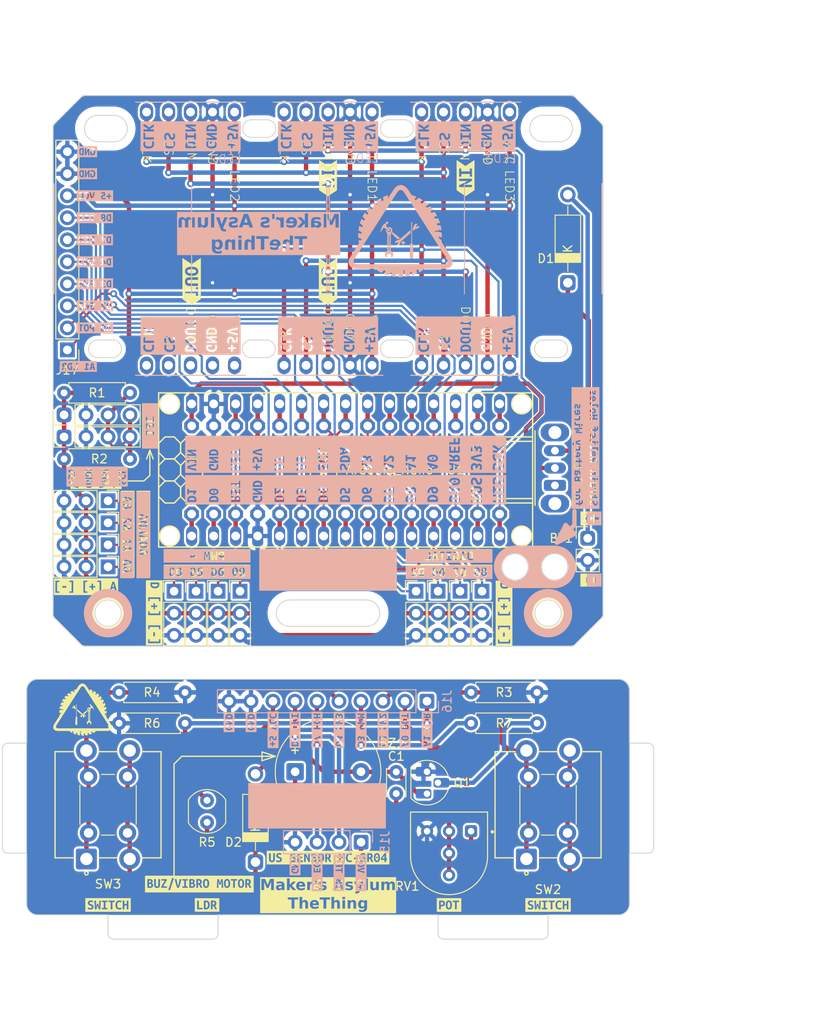
<source format=kicad_pcb>
(kicad_pcb (version 20240108) (generator "pcbnew") (generator_version "8.0")
  (title_block (title "TheThing") (date "2024-09-02") (rev "v5") (company "Maker's Asylum"))
  (layers (0 "F.Cu" signal) (31 "B.Cu" signal) (36 "B.SilkS" user "B.Silkscreen") (37 "F.SilkS" user "F.Silkscreen") (38 "B.Mask" user) (39 "F.Mask" user) (44 "Edge.Cuts" user))
  (net 0 "")
  (net 1 "/SCL")
  (net 2 "/SDA")
  (net 3 "GND")
  (net 4 "Net-(D2-A)")
  (net 5 "5V")
  (net 6 "/D5")
  (net 7 "/D6")
  (net 8 "D2")
  (net 9 "D4")
  (net 10 "/D9")
  (net 11 "/D10")
  (net 12 "/MOSI")
  (net 13 "/MISO")
  (net 14 "/SCK")
  (net 15 "/RST1")
  (net 16 "/D0")
  (net 17 "/D1")
  (net 18 "/A7")
  (net 19 "/A6")
  (net 20 "/A3")
  (net 21 "/A2")
  (net 22 "D7")
  (net 23 "D8")
  (net 24 "/AREF")
  (net 25 "/3V3")
  (net 26 "/VIN")
  (net 27 "/9V")
  (net 28 "/8V3")
  (net 29 "/DOUT")
  (net 31 "D3")
  (net 32 "A0")
  (net 33 "A1")
  (net 34 "Net-(Q1-B)")
  (net 35 "/Add_on_Board/D8")
  (net 36 "/Add_on_Board/D7")
  (net 37 "/Add_on_Board/D2")
  (net 38 "/Add_on_Board/D4")
  (net 39 "/Add_on_Board/D3")
  (net 40 "/Add_on_Board/A0")
  (net 45 "/Add_on_Board/5V")
  (net 46 "/Add_on_Board/GND")
  (net 47 "/Add_on_Board/A1")
  (footprint "BagTag:PinHeader_1x03_P2.54mm_Vertical" (layer "F.Cu") (at 66.04 101.615)
    (property "Reference" "J10" (hide yes))
    (property "Value" "Conn_01x03" (hide yes))
  )
  (footprint "kibuzzard-67A22DF7" (layer "F.Cu") (at 76.2 132.334)
    (property "Reference" "kibuzzard-67A22DF7" (hide yes))
    (property "Value" "G***" (hide yes))
  )
  (footprint "BagTag:PinHeader_1x03_P2.54mm_Vertical" (layer "F.Cu") (at 58.42 101.615)
    (property "Reference" "J7" (hide yes))
    (property "Value" "Conn_01x03" (hide yes))
  )
  (footprint "BagTag:PinHeader_1x01_P2.54mm_Vertical" (layer "F.Cu") (at 88.392 82.55 180)
    (property "Reference" "J43" (hide yes))
    (property "Value" "A0" (hide yes))
  )
  (footprint "BagTag:kibuzzard-67A10623" (layer "F.Cu") (at 49.403 88.773 -90)
    (property "Reference" "kibuzzard-67A10623" (hide yes))
    (property "Value" "G***" (hide yes))
  )
  (footprint "BagTag:PinHeader_1x01_P2.54mm_Vertical" (layer "F.Cu") (at 90.932 82.55 180)
    (property "Reference" "J44" (hide yes))
    (property "Value" "AREF" (hide yes))
  )
  (footprint "BagTag:PinHeader_1x01_P2.54mm_Vertical" (layer "F.Cu") (at 80.772 82.55 180)
    (property "Reference" "J40" (hide yes))
    (property "Value" "A3" (hide yes))
  )
  (footprint "kibuzzard-67A22DCA" (layer "F.Cu") (at 50.8 137.795)
    (property "Reference" "kibuzzard-67A22DCA" (hide yes))
    (property "Value" "G***" (hide yes))
  )
  (footprint "BagTag:R_Axial_DIN0207_L6.3mm_D2.5mm_P7.62mm_Horizontal" (layer "F.Cu") (at 52.07 113.284)
    (property "Reference" "R4")
    (property "Value" "10k")
  )
  (footprint "BagTag:PinHeader_1x03_P2.54mm_Vertical" (layer "F.Cu") (at 50.8 93.726 -90)
    (property "Reference" "J13" (hide yes))
    (property "Value" "Conn_01x03" (hide yes))
  )
  (footprint "BagTag:PinHeader_1x03_P2.54mm_Vertical" (layer "F.Cu") (at 93.98 101.615)
    (property "Reference" "J6" (hide yes))
    (property "Value" "Conn_01x03" (hide yes))
  )
  (footprint "BagTag:PinHeader_1x01_P2.54mm_Vertical" (layer "F.Cu") (at 68.072 92.71 180)
    (property "Reference" "J49" (hide yes))
    (property "Value" "GND2" (hide yes))
  )
  (footprint "kibuzzard-67A22E24" (layer "F.Cu") (at 61.341 135.382)
    (property "Reference" "kibuzzard-67A22E24" (hide yes))
    (property "Value" "G***" (hide yes))
  )
  (footprint "kibuzzard-67A22DE4" (layer "F.Cu") (at 101.6 137.795)
    (property "Reference" "kibuzzard-67A22DE4" (hide yes))
    (property "Value" "G***" (hide yes))
  )
  (footprint "BagTag:PinHeader_1x01_P2.54mm_Vertical" (layer "F.Cu") (at 85.852 82.55 180)
    (property "Reference" "J42" (hide yes))
    (property "Value" "A1" (hide yes))
  )
  (footprint "BagTag:PinHeader_1x03_P2.54mm_Vertical" (layer "F.Cu") (at 50.8 98.806 -90)
    (property "Reference" "J11" (hide yes))
    (property "Value" "Conn_01x03" (hide yes))
  )
  (footprint "BagTag:SWITCH_PUSH_6mm_12mm" (layer "F.Cu") (at 101.6 126.238 90)
    (property "Reference" "SW2")
    (property "Value" "ON")
  )
  (footprint "kibuzzard-67A1FD26" (layer "F.Cu") (at 96.52 104.14 -90)
    (property "Reference" "kibuzzard-67A1FD26" (hide yes))
    (property "Value" "G***" (hide yes))
  )
  (footprint "BagTag:PinHeader_1x01_P2.54mm_Vertical" (layer "F.Cu") (at 70.612 92.71 180)
    (property "Reference" "J20" (hide yes))
    (property "Value" "D2" (hide yes))
  )
  (footprint "BagTag:LED_matrix_8x8_M1088" (layer "F.Cu") (at 60.325 60.96 -90)
    (property "Reference" "LED2")
    (property "Value" "LED_8x8_1088")
  )
  (footprint "BagTag:PinHeader_1x10_P2.54mm_Vertical" (layer "F.Cu") (at 46.101 73.787 180)
    (property "Reference" "J17")
    (property "Value" "Conn_01x10")
  )
  (footprint "BagTag:PinHeader_1x03_P2.54mm_Vertical" (layer "F.Cu") (at 91.44 101.615)
    (property "Reference" "J5" (hide yes))
    (property "Value" "Conn_01x03" (hide yes))
  )
  (footprint "kibuzzard-67A1FC23" (layer "F.Cu") (at 62.23 97.536)
    (property "Reference" "kibuzzard-67A1FC23" (hide yes))
    (property "Value" "G***" (hide yes))
  )
  (footprint "BagTag:LED_matrix_8x8_M1088" (layer "F.Cu") (at 76.2 60.96 -90)
    (property "Reference" "LED1")
    (property "Value" "LED_8x8_1088")
  )
  (footprint "kibuzzard-67A1FC29" (layer "F.Cu") (at 62.23 99.3394)
    (property "Reference" "kibuzzard-67A1FC29" (hide yes))
    (property "Value" "G***" (hide yes))
  )
  (footprint "BagTag:PinHeader_1x01_P2.54mm_Vertical" (layer "F.Cu") (at 75.692 92.71 180)
    (property "Reference" "J22" (hide yes))
    (property "Value" "D4" (hide yes))
  )
  (footprint "BagTag:PinHeader_1x01_P2.54mm_Vertical" (layer "F.Cu") (at 78.232 82.55 180)
    (property "Reference" "J39" (hide yes))
    (property "Value" "A4" (hide yes))
  )
  (footprint "BagTag:R_Axial_DIN0207_L6.3mm_D2.5mm_P7.62mm_Horizontal" (layer "F.Cu") (at 92.71 113.284)
    (property "Reference" "R3")
    (property "Value" "10k")
  )
  (footprint "BagTag:PinHeader_1x01_P2.54mm_Vertical" (layer "F.Cu") (at 73.152 82.55 180)
    (property "Reference" "J37" (hide yes))
    (property "Value" "A6" (hide yes))
  )
  (footprint "BagTag:PinHeader_1x02_P2.54mm_Vertical" (layer "F.Cu") (at 106.177 95.504)
    (property "Reference" "BT1")
    (property "Value" "Bat")
  )
  (footprint "BagTag:R_LDR_4.9x4.2mm_P2.54mm_Vertical" (layer "F.Cu") (at 62.23 128.27 90)
    (property "Reference" "R5")
    (property "Value" "LDR")
  )
  (footprint "BagTag:kibuzzard-6461CA60" (layer "F.Cu") (at 76.2 53.975 -90)
    (property "Reference" "kibuzzard-6461CA60" (hide yes))
    (property "Value" "G***" (hide yes))
  )
  (footprint "BagTag:PinHeader_1x04_P2.54mm_Vertical" (layer "F.Cu") (at 45.72 83.82 90)
    (property "Reference" "J2" (hide yes))
    (property "Value" "Conn_I2C" (hide yes))
  )
  (footprint "BagTag:PinHeader_1x01_P2.54mm_Vertical" (layer "F.Cu") (at 93.472 92.71 180)
    (property "Reference" "J29" (hide yes))
    (property "Value" "D11" (hide yes))
  )
  (footprint "BagTag:PinHeader_1x01_P2.54mm_Vertical" (layer "F.Cu") (at 93.472 82.55 180)
    (property "Reference" "J47" (hide yes))
    (property "Value" "3V3" (hide yes))
  )
  (footprint "BagTag:PinHeader_1x01_P2.54mm_Vertical" (layer "F.Cu") (at 78.232 92.71 180)
    (property "Reference" "J23" (hide yes))
    (property "Value" "D5" (hide yes))
  )
  (footprint "BagTag:PinHeader_1x01_P2.54mm_Vertical" (layer "F.Cu") (at 90.932 92.71 180)
    (property "Reference" "J28" (hide yes))
    (property "Value" "D10" (hide yes))
  )
  (footprint "BagTag:PinHeader_1x01_P2.54mm_Vertical" (layer "F.Cu") (at 62.992 92.71 180)
    (property "Reference" "J34" (hide yes))
    (property "Value" "D0" (hide yes))
  )
  (footprint "BagTag:PinHeader_1x04_P2.54mm_Vertical" (layer "F.Cu") (at 45.72 81.28 90)
    (property "Reference" "J1" (hide yes))
    (property "Value" "Conn_I2C" (hide yes))
  )
  (footprint "BagTag:PinHeader_1x01_P2.54mm_Vertical" (layer "F.Cu") (at 65.532 92.71 180)
    (property "Reference" "J33" (hide yes))
    (property "Value" "RST1" (hide yes))
  )
  (footprint "BagTag:PinHeader_1x01_P2.54mm_Vertical" (layer "F.Cu") (at 70.612 82.55 180)
    (property "Reference" "J36" (hide yes))
    (property "Value" "A7" (hide yes))
  )
  (footprint "BagTag:PinHeader_1x01_P2.54mm_Vertical" (layer "F.Cu") (at 62.992 82.55 180)
    (property "Reference" "J48" (hide yes))
    (property "Value" "GND1" (hide yes))
  )
  (footprint "BagTag:kibuzzard-6461CA60" (layer "F.Cu") (at 92.075 53.975 -90)
    (property "Reference" "kibuzzard-6461CA60" (hide yes))
    (property "Value" "G***" (hide yes))
  )
  (footprint "BagTag:TRIM_3352T-1-253LF" (layer "F.Cu") (at 90.17 132.156 180)
    (property "Reference" "RV1")
    (property "Value" "100k")
  )
  (footprint "BagTag:PinHeader_1x01_P2.54mm_Vertical" (layer "F.Cu") (at 85.852 92.71 180)
    (property "Reference" "J26" (hide yes))
    (property "Value" "D8" (hide yes))
  )
  (footprint "BagTag:PinHeader_1x03_P2.54mm_Vertical" (layer "F.Cu") (at 50.8 96.266 -90)
    (property "Reference" "J12" (hide yes))
    (property "Value" "Conn_01x03" (hide yes))
  )
  (footprint "BagTag:PinHeader_1x01_P2.54mm_Vertical" (layer "F.Cu") (at 68.072 82.55 180)
    (property "Reference" "J46" (hide yes))
    (property "Value" "5V" (hide yes))
  )
  (footprint "BagTag:C_Disc_D3.0mm_W2.0mm_P2.50mm" (layer "F.Cu") (at 84.074 124.948 90)
    (property "Reference" "C1")
    (property "Value" "100n")
  )
  (footprint "BagTag:PinHeader_1x01_P2.54mm_Vertical" (layer "F.Cu") (at 73.152 92.71 180)
    (property "Reference" "J21" (hide yes))
    (property "Value" "D3" (hide yes))
  )
  (footprint "BagTag:TO-92_HandSolder" (layer "F.Cu") (at 87.618 122.428 -90)
    (property "Reference" "Q1")
    (property "Value" "KSP2222ABU")
  )
  (footprint "BagTag:D_DO-41_SOD81_P10.16mm_Horizontal" (layer "F.Cu") (at 67.818 132.842 90)
    (property "Reference" "D2")
    (property "Value" "1N5819HW")
  )
  (footprint "BagTag:PinHeader_1x03_P2.54mm_Vertical" (layer "F.Cu") (at 86.36 101.615)
    (property "Reference" "J3" (hide yes))
    (property "Value" "Conn_01x03" (hide yes))
  )
  (footprint "BagTag:R_Axial_DIN0207_L6.3mm_D2.5mm_P7.62mm_Horizontal" (layer "F.Cu") (at 59.69 116.84 180)
    (property "Reference" "R6")
    (property "Value" "10k")
  )
  (footprint "BagTag:kibuzzard-64612FED" (layer "F.Cu") (at 106.172 100.33 -90)
    (property "Reference" "kibuzzard-64612FED" (hide yes))
    (property "Value" "G***" (hide yes))
  )
  (footprint "kibuzzard-67A2291F" (layer "F.Cu") (at 54.8894 95.0214 -90)
    (property "Reference" "kibuzzard-67A2291F" (hide yes))
    (property "Value" "G***" (hide yes))
  )
  (footprint "kibuzzard-67A1FC51" (layer "F.Cu") (at 90.17 99.3394)
    (property "Reference" "kibuzzard-67A1FC51" (hide yes))
    (property "Value" "G***" (hide yes))
  )
  (footprint "BagTag:PinHeader_1x01_P2.54mm_Vertical" (layer "F.Cu") (at 83.312 82.55 180)
    (property "Reference" "J41" (hide yes))
    (property "Value" "A2" (hide yes))
  )
  (footprint "kibuzzard-67A22935" (layer "F.Cu") (at 53.0606 95.0214 -90)
    (property "Reference" "kibuzzard-67A22935" (hide yes))
    (property "Value" "G***" (hide yes))
  )
  (footprint "BagTag:kibuzzard-6461CA59" (layer "F.Cu") (at 76.2 65.913 -90)
    (property "Reference" "kibuzzard-6461CA59" (hide yes))
    (property "Value" "G***" (hide yes))
  )
  (footprint "BagTag:R_Axial_DIN0207_L6.3mm_D2.5mm_P7.62mm_Horizontal" (layer "F.Cu") (at 45.72 86.36)
    (property "Reference" "R2")
    (property "Value" "10k")
  )
  (footprint "BagTag:PinHeader_1x01_P2.54mm_Vertical" (layer "F.Cu") (at 96.012 82.55 180)
    (property "Reference" "J31" (hide yes))
    (property "Value" "D13" (hide yes))
  )
  (footprint "BagTag:PinHeader_1x01_P2.54mm_Vertical" (layer "F.Cu") (at 96.012 92.71 180)
    (property "Reference" "J30" (hide yes))
    (property "Value" "D12" (hide yes))
  )
  (footprint "BagTag:PinHeader_1x03_P2.54mm_Vertical" (layer "F.Cu") (at 88.9 101.615)
    (property "Reference" "J4" (hide yes))
    (property "Value" "Conn_01x03" (hide yes))
  )
  (footprint "BagTag:PinHeader_1x01_P2.54mm_Vertical" (layer "F.Cu") (at 80.772 92.71 180)
    (property "Reference" "J24" (hide yes))
    (property "Value" "D6" (hide yes))
  )
  (footprint "BagTag:PinHeader_1x01_P2.54mm_Vertical" (layer "F.Cu") (at 88.392 92.71 180)
    (property "Reference" "J27" (hide yes))
    (property "Value" "D9" (hide yes))
  )
  (footprint "BagTag:PinHeader_1x03_P2.54mm_Vertical" (layer "F.Cu") (at 63.5 101.615)
    (property "Reference" "J9" (hide yes))
    (property "Value" "Conn_01x03" (hide yes))
  )
  (footprint "BagTag:SWITCH_PUSH_6mm_12mm" (layer "F.Cu") (at 50.8 126.238 90)
    (property "Reference" "SW3")
    (property "Value" "ON")
  )
  (footprint "BagTag:kibuzzard-6640C3B8" (layer "F.Cu") (at 55.626 82.55 -90)
    (property "Reference" "kibuzzard-6640C3B8" (hide yes))
    (property "Value" "G***" (hide yes))
  )
  (footprint "BagTag:Arduino_Nano_v2_NoSPI" (layer "F.Cu") (at 57.912 87.63 90)
    (property "Reference" "U1")
    (property "Value" "Arduino_Nano")
  )
  (footprint "kibuzzard-67A1FCC2" (layer "F.Cu") (at 48.26 101.092)
    (property "Reference" "kibuzzard-67A1FCC2" (hide yes))
    (property "Value" "G***" (hide yes))
  )
  (footprint "BagTag:Buzzer_12x9.5RM7.6" (layer "F.Cu") (at 72.4 122.428)
    (property "Reference" "BZ1")
    (property "Value" "Buzzer_PS1240P02BT")
  )
  (footprint "BagTag:LED_matrix_8x8_M1088" (layer "F.Cu") (at 92.075 60.96 -90)
    (property "Reference" "LED3")
    (property "Value" "LED_8x8_1088")
  )
  (footprint "BagTag:SW_CuK_OS102011MA1QN1_SPDT_Angled" (layer "F.Cu") (at 102.394 89.408 90)
    (property "Reference" "SW1")
    (property "Value" "ON")
  )
  (footprint "kibuzzard-67A22DDD" (layer "F.Cu") (at 90.17 137.795)
    (property "Reference" "kibuzzard-67A22DDD" (hide yes))
    (property "Value" "G***" (hide yes))
  )
  (footprint "BagTag:PinHeader_1x01_P2.54mm_Vertical" (layer "F.Cu") (at 60.452 82.55 180)
    (property "Reference" "J45" (hide yes))
    (property "Value" "VIN" (hide yes))
  )
  (footprint "BagTag:PinHeader_1x01_P2.54mm_Vertical" (layer "F.Cu") (at 75.692 82.55 180)
    (property "Reference" "J38" (hide yes))
    (property "Value" "A5" (hide yes))
  )
  (footprint "BagTag:kibuzzard-64612FA6" (layer "F.Cu") (at 106.172 93.218 -90)
    (property "Reference" "kibuzzard-64612FA6" (hide yes))
    (property "Value" "G***" (hide yes))
  )
  (footprint "BagTag:PinHeader_1x01_P2.54mm_Vertical" (layer "F.Cu") (at 83.312 92.71 180)
    (property "Reference" "J25" (hide yes))
    (property "Value" "D7" (hide yes))
  )
  (footprint "BagTag:kibuzzard-6461CA59" (layer "F.Cu") (at 60.452 65.913 -90)
    (property "Reference" "kibuzzard-6461CA59" (hide yes))
    (property "Value" "G***" (hide yes))
  )
  (footprint "BagTag:PinHeader_1x03_P2.54mm_Vertical" (layer "F.Cu") (at 60.96 101.615)
    (property "Reference" "J8" (hide yes))
    (property "Value" "Conn_01x03" (hide yes))
  )
  (footprint "kibuzzard-67A22DD3" (layer "F.Cu") (at 62.23 137.795)
    (property "Reference" "kibuzzard-67A22DD3" (hide yes))
    (property "Value" "G***" (hide yes))
  )
  (footprint "BagTag:PinHeader_1x03_P2.54mm_Vertical" (layer "F.Cu") (at 50.8 91.186 -90)
    (property "Reference" "J14" (hide yes))
    (property "Value" "Conn_01x03" (hide yes))
  )
  (footprint "BagTag:PinHeader_1x01_P2.54mm_Vertical" (layer "F.Cu") (at 60.452 92.71 180)
    (property "Reference" "J35" (hide yes))
    (property "Value" "D1" (hide yes))
  )
  (footprint "kibuzzard-67A1FC5E" (layer "F.Cu") (at 90.17 97.536)
    (property "Reference" "kibuzzard-67A1FC5E" (hide yes))
    (property "Value" "G***" (hide yes))
  )
  (footprint "kibuzzard-67A1FCF1" (layer "F.Cu") (at 56.134 104.102934 -90)
    (property "Reference" "kibuzzard-67A1FCF1" (hide yes))
    (property "Value" "G***" (hide yes))
  )
  (footprint "BagTag:R_Axial_DIN0207_L6.3mm_D2.5mm_P7.62mm_Horizontal" (layer "F.Cu") (at 92.71 116.84)
    (property "Reference" "R7")
    (property "Value" "100E")
  )
  (footprint "BagTag:D_DO-41_SOD81_P10.16mm_Horizontal" (layer "F.Cu") (at 103.886 66.04 90)
    (property "Reference" "D1")
    (property "Value" "1N4001")
  )
  (footprint "BagTag:R_Axial_DIN0207_L6.3mm_D2.5mm_P7.62mm_Horizontal" (layer "F.Cu") (at 45.72 78.74)
    (property "Reference" "R1")
    (property "Value" "10k")
  )
  (footprint "BagTag:PinHeader_1x01_P2.54mm_Vertical" (layer "F.Cu") (at 65.532 82.55 180)
    (property "Reference" "J32" (hide yes))
    (property "Value" "RST1" (hide yes))
  )
  (footprint "kibuzzard-67A1228F" (layer "B.Cu") (at 72.39 117.602 90)
    (property "Reference" "kibuzzard-67A1228F" (hide yes))
    (property "Value" "G***" (hide yes))
  )
  (footprint "kibuzzard-67A121CB" (layer "B.Cu") (at 49.276 71.247 180)
    (property "Reference" "kibuzzard-67A121CB" (hide yes))
    (property "Value" "G***" (hide yes))
  )
  (footprint "BagTag:kibuzzard-64612FA6" (layer "B.Cu") (at 106.934 93.218 -90)
    (property "Reference" "kibuzzard-64612FA6" (hide yes))
    (property "Value" "G***" (hide yes))
  )
  (footprint "kibuzzard-67A20268" (layer "B.Cu") (at 52.9844 95.123 90)
    (property "Reference" "kibuzzard-67A20268" (hide yes))
    (property "Value" "G***" (hide yes))
  )
  (footprint "kibuzzard-67A20463" (layer "B.Cu") (at 76.2 49.149 90)
    (property "Reference" "kibuzzard-67A20463" (hide yes))
    (property "Value" "G***" (hide yes))
  )
  (footprint "kibuzzard-67A12228" (layer "B.Cu") (at 77.47 117.602 90)
    (property "Reference" "kibuzzard-67A12228" (hide yes))
    (property "Value" "G***" (hide yes))
  )
  (footprint "kibuzzard-67A20238" (layer "B.Cu") (at 90.17 97.536 180)
    (property "Reference" "kibuzzard-67A20238" (hide yes))
    (property "Value" "G***" (hide yes))
  )
  (footprint "BagTag:kibuzzard-6640C3B8" (layer "B.Cu") (at 55.67244 82.55 90)
    (property "Reference" "kibuzzard-6640C3B8" (hide yes))
    (property "Value" "G***" (hide yes))
  )
  (footprint "kibuzzard-67A121DF" (layer "B.Cu") (at 82.55 117.602 90)
    (property "Reference" "kibuzzard-67A121DF" (hide yes))
    (property "Value" "G***" (hide yes))
  )
  (footprint "kibuzzard-67A20417" (layer "B.Cu") (at 60.325 72.136 90)
    (property "Reference" "kibuzzard-67A20417" (hide yes))
    (property "Value" "G***" (hide yes))
  )
  (footprint "kibuzzard-67A12264" (layer "B.Cu") (at 49.276 61.087 180)
    (property "Reference" "kibuzzard-67A12264" (hide yes))
    (property "Value" "G***" (hide yes))
  )
  (footprint "kibuzzard-67A20431" (layer "B.Cu") (at 60.325 49.149 90)
    (property "Reference" "kibuzzard-67A20431" (hide yes))
    (property "Value" "G***" (hide yes))
  )
  (footprint "BagTag:kibuzzard-66412AF8" (layer "B.Cu") (at 105.918 85.09 90)
    (property "Reference" "kibuzzard-66412AF8" (hide yes))
    (property "Value" "G***" (hide yes))
  )
  (footprint "kibuzzard-67A20403" (layer "B.Cu") (at 92.075 72.136 90)
    (property "Reference" "kibuzzard-67A20403" (hide yes))
    (property "Value" "G***" (hide yes))
  )
  (footprint "BagTag:PinSocket_1x04_P2.54mm_Vertical" (layer "B.Cu") (at 80.01 130.556 90)
    (property "Reference" "J15")
    (property "Value" "HC-SR04")
  )
  (footprint "kibuzzard-67A121CB" (layer "B.Cu") (at 85.09 117.602 90)
    (property "Reference" "kibuzzard-67A121CB" (hide yes))
    (property "Value" "G***" (hide yes))
  )
  (footprint "kibuzzard-67A20273" (layer "B.Cu") (at 54.864 95.123 90)
    (property "Reference" "kibuzzard-67A20273" (hide yes))
    (property "Value" "G***" (hide yes))
  )
  (footprint "kibuzzard-67A11942" (layer "B.Cu") (at 49.53 88.392 90)
    (property "Reference" "kibuzzard-67A11942" (hide yes))
    (property "Value" "G***" (hide yes))
  )
  (footprint "kibuzzard-67A1228F" (layer "B.Cu") (at 49.276 58.547 180)
    (property "Reference" "kibuzzard-67A1228F" (hide yes))
    (property "Value" "G***" (hide yes))
  )
  (footprint "kibuzzard-67A121F4" (layer "B.Cu") (at 49.276 66.167 180)
    (property "Reference" "kibuzzard-67A121F4" (hide yes))
    (property "Value" "G***" (hide yes))
  )
  (footprint "kibuzzard-67A11ADA" (layer "B.Cu") (at 47.371 75.692 180)
    (property "Reference" "kibuzzard-67A11ADA" (hide yes))
    (property "Value" "G***" (hide yes))
  )
  (footprint "kibuzzard-67A122B8" (layer "B.Cu") (at 48.387 50.927 180)
    (property "Reference" "kibuzzard-67A122B8" (hide yes))
    (property "Value" "G***" (hide yes))
  )
  (footprint "kibuzzard-67A122B8" (layer "B.Cu") (at 64.77 116.713 90)
    (property "Reference" "kibuzzard-67A122B8" (hide yes))
    (property "Value" "G***" (hide yes))
  )
  (footprint "kibuzzard-67A20214" (layer "B.Cu") (at 62.23 99.4156 180)
    (property "Reference" "kibuzzard-67A20214" (hide yes))
    (property "Value" "G***" (hide yes))
  )
  (footprint "kibuzzard-67A201FA" (layer "B.Cu") (at 62.23 97.536 180)
    (property "Reference" "kibuzzard-67A201FA" (hide yes))
    (property "Value" "G***" (hide yes))
  )
  (footprint "kibuzzard-67A20470" (layer "B.Cu") (at 92.075 49.149 90)
    (property "Reference" "kibuzzard-67A20470" (hide yes))
    (property "Value" "G***" (hide yes))
  )
  (footprint "kibuzzard-67A122C1" (layer "B.Cu") (at 48.387 53.467 180)
    (property "Reference" "kibuzzard-67A122C1" (hide yes))
    (property "Value" "G***" (hide yes))
  )
  (footprint "kibuzzard-67A122A3" (layer "B.Cu") (at 69.85 117.602 90)
    (property "Reference" "kibuzzard-67A122A3" (hide yes))
    (property "Value" "G***" (hide yes))
  )
  (footprint "kibuzzard-67A122C1" (layer "B.Cu") (at 72.39 133.223 90)
    (property "Reference" "kibuzzard-67A122C1" (hide yes))
    (property "Value" "G***" (hide yes))
  )
  (footprint "kibuzzard-67A2022B" (layer "B.Cu") (at 90.17 99.4156 180)
    (property "Reference" "kibuzzard-67A2022B" (hide yes))
    (property "Value" "G***" (hide yes))
  )
  (footprint "kibuzzard-67A121DF" (layer "B.Cu") (at 49.276 68.707 180)
    (property "Reference" "kibuzzard-67A121DF" (hide yes))
    (property "Value" "G***" (hide yes))
  )
  (footprint "BagTag:MA_logo_12mmx10mm" (layer "B.Cu") (at 84.582 60.071 180)
    (property "Reference" "G***" (hide yes))
    (property "Value" "LOGO" (hide yes))
  )
  (footprint "BagTag:kibuzzard-6461377A" (layer "B.Cu") (at 78.232 89.916 90)
    (property "Reference" "kibuzzard-6461377A" (hide yes))
    (property "Value" "G***" (hide yes))
  )
  (footprint "BagTag:kibuzzard-64612FED" (layer "B.Cu") (at 106.934 100.33 -90)
    (property "Reference" "kibuzzard-64612FED" (hide yes))
    (property "Value" "G***" (hide yes))
  )
  (footprint "BagTag:kibuzzard-6461376B" (layer "B.Cu") (at 78.232 85.8266 90)
    (property "Reference" "kibuzzard-6461376B" (hide yes))
    (property "Value" "G***" (hide yes))
  )
  (footprint "kibuzzard-67A122A3" (layer "B.Cu") (at 80.01 134.112 90)
    (property "Reference" "kibuzzard-67A122A3" (hide yes))
    (property "Value" "G***" (hide yes))
  )
  (footprint "kibuzzard-67A2040F" (layer "B.Cu") (at 76.2 72.136 90)
    (property "Reference" "kibuzzard-67A2040F" (hide yes))
    (property "Value" "G***" (hide yes))
  )
  (footprint "kibuzzard-67A12228" (layer "B.Cu") (at 49.276 63.627 180)
    (property "Reference" "kibuzzard-67A12228" (hide yes))
    (property "Value" "G***" (hide yes))
  )
  (footprint "kibuzzard-67A122C1" (layer "B.Cu") (at 67.31 116.713 90)
    (property "Reference" "kibuzzard-67A122C1" (hide yes))
    (property "Value" "G***" (hide yes))
  )
  (footprint "BagTag:PinHeader_1x10_P2.54mm_Vertical" (layer "B.Cu") (at 87.62 114.3 90)
    (property "Reference" "J16")
    (property "Value" "Conn_01x10")
  )
  (footprint "kibuzzard-67A12264" (layer "B.Cu") (at 74.93 117.602 90)
    (property "Reference" "kibuzzard-67A12264" (hide yes))
    (property "Value" "G***" (hide yes))
  )
  (footprint "kibuzzard-67A122A3" (layer "B.Cu") (at 49.276 56.007 180)
    (property "Reference" "kibuzzard-67A122A3" (hide yes))
    (property "Value" "G***" (hide yes))
  )
  (footprint "kibuzzard-67A11ADA" (layer "B.Cu") (at 87.63 117.602 90)
    (property "Reference" "kibuzzard-67A11ADA" (hide yes))
    (property "Value" "G***" (hide yes))
  )
  (footprint "kibuzzard-67A201C7" (layer "B.Cu") (at 74.93 134.112 90)
    (property "Reference" "kibuzzard-67A201C7" (hide yes))
    (property "Value" "G***" (hide yes))
  )
  (footprint "kibuzzard-67A201D4" (layer "B.Cu") (at 77.47 134.112 90)
    (property "Reference" "kibuzzard-67A201D4" (hide yes))
    (property "Value" "G***" (hide yes))
  )
  (footprint "kibuzzard-67A121F4" (layer "B.Cu") (at 80.01 117.602 90)
    (property "Reference" "kibuzzard-67A121F4" (hide yes))
    (property "Value" "G***" (hide yes))
  )
  (gr_line (start 100.076 100.806) (end 100.076 96.806) (stroke (width 0.9)) (layer "B.SilkS"))
  (gr_circle (center 101.6 104.14) (end 99.314 104.14) (stroke (width 1.016)) (fill none) (layer "B.SilkS"))
  (gr_line (start 102.362 100.806) (end 97.79 100.806) (stroke (width 0.9)) (layer "B.SilkS"))
  (gr_rect (start 68.326 96.774) (end 84.074 101.473) (stroke (width 0.15)) (fill solid) (layer "B.SilkS"))
  (gr_rect (start 67.056 123.825) (end 82.804 128.905) (stroke (width 0.15)) (fill solid) (layer "B.SilkS"))
  (gr_line (start 104.648 92.3798) (end 104.648 93.98) (stroke (width 0.5)) (layer "B.SilkS"))
  (gr_circle (center 97.79 98.806) (end 95.79 98.806) (stroke (width 0.9)) (fill none) (layer "B.SilkS"))
  (gr_poly (pts (xy 102.616 96.012) (xy 103.632 93.98) (xy 104.648 94.996)) (stroke (width 0.5)) (fill solid) (layer "B.SilkS"))
  (gr_line (start 104.648 93.98) (end 102.616 96.012) (stroke (width 0.5)) (layer "B.SilkS"))
  (gr_circle (center 50.8 104.14) (end 48.514 104.14) (stroke (width 1.016)) (fill none) (layer "B.SilkS"))
  (gr_circle (center 102.362 98.806) (end 100.362 98.806) (stroke (width 0.9)) (fill none) (layer "B.SilkS"))
  (gr_line (start 102.362 96.806) (end 97.79 96.806) (stroke (width 0.9)) (layer "B.SilkS"))
  (gr_poly (pts (xy 46.83904 114.784317) (xy 46.844541 114.784725) (xy 46.850383 114.785444) (xy 46.85655 114.786503) (xy 46.863028 114.787934) (xy 46.8698 114.789769) (xy 46.876852 114.792038) (xy 46.884166 114.794771) (xy 46.891729 114.798001) (xy 46.899525 114.801758) (xy 46.907537 114.806073) (xy 46.915751 114.810977) (xy 46.924151 114.816501) (xy 46.932722 114.822677) (xy 46.941447 114.829534) (xy 46.950312 114.837105) (xy 46.955105 114.84163) (xy 46.959569 114.846267) (xy 46.963719 114.851007) (xy 46.967567 114.855837) (xy 46.971126 114.860747) (xy 46.97441 114.865725) (xy 46.97743 114.87076) (xy 46.980202 114.875841) (xy 46.982737 114.880957) (xy 46.985048 114.886097) (xy 46.989054 114.896403) (xy 46.992323 114.906671) (xy 46.994961 114.91681) (xy 46.997071 114.926733) (xy 46.998759 114.936349) (xy 47.001286 114.954307) (xy 47.003379 114.96997) (xy 47.004524 114.976718) (xy 47.005875 114.982625) (xy 47.006121 114.983802) (xy 47.006851 114.985344) (xy 47.008055 114.987241) (xy 47.009719 114.989488) (xy 47.011834 114.992076) (xy 47.014386 114.994997) (xy 47.020757 115.001808) (xy 47.028741 115.009859) (xy 47.038245 115.019088) (xy 47.049174 115.029434) (xy 47.061437 115.040834) (xy 47.064083 115.040834) (xy 47.064083 115.265729) (xy 46.927822 115.151628) (xy 46.905075 115.132792) (xy 46.887722 115.118761) (xy 46.881204 115.113694) (xy 46.876198 115.110002) (xy 46.872757 115.107745) (xy 46.871641 115.107172) (xy 46.870937 115.106979) (xy 46.868291 115.106979) (xy 46.863718 115.107207) (xy 46.857997 115.107806) (xy 46.843487 115.109625) (xy 46.834882 115.110597) (xy 46.825503 115.111444) (xy 46.815442 115.112044) (xy 46.810184 115.112211) (xy 46.804791 115.112271) (xy 46.799274 115.112205) (xy 46.793645 115.111992) (xy 46.787914 115.111608) (xy 46.782095 115.111031) (xy 46.776198 115.110236) (xy 46.770235 115.109201) (xy 46.764218 115.107903) (xy 46.758158 115.106318) (xy 46.752068 115.104423) (xy 46.745958 115.102194) (xy 46.73984 115.099609) (xy 46.733726 115.096644) (xy 46.727627 115.093276) (xy 46.721556 115.089482) (xy 46.715523 115.085238) (xy 46.709541 115.080521) (xy 46.70191 115.073548) (xy 46.694876 115.06653) (xy 46.688415 115.059484) (xy 46.682504 115.05243) (xy 46.677121 115.045383) (xy 46.672241 115.038361) (xy 46.667842 115.031381) (xy 46.663901 115.024462) (xy 46.660393 115.017621) (xy 46.657296 115.010874) (xy 46.654587 115.00424) (xy 46.652242 114.997735) (xy 46.650239 114.991378) (xy 46.648553 114.985186) (xy 46.647161 114.979175) (xy 46.646041 114.973365) (xy 46.645169 114.967771) (xy 46.644522 114.962412) (xy 46.643809 114.952467) (xy 46.643716 114.943669) (xy 46.644057 114.936158) (xy 46.644646 114.930073) (xy 46.645297 114.925554) (xy 46.646041 114.921771) (xy 46.688374 114.919125) (xy 46.775687 114.995854) (xy 46.794208 114.987917) (xy 46.815375 114.972042) (xy 46.816111 114.971523) (xy 46.816832 114.97096) (xy 46.818232 114.969711) (xy 46.819578 114.968315) (xy 46.820873 114.966792) (xy 46.822122 114.965159) (xy 46.823328 114.963438) (xy 46.824495 114.961646) (xy 46.825627 114.959805) (xy 46.827803 114.956048) (xy 46.829885 114.952322) (xy 46.831906 114.948782) (xy 46.832902 114.947131) (xy 46.833895 114.945584) (xy 46.834855 114.942575) (xy 46.835745 114.939501) (xy 46.836558 114.936357) (xy 46.837285 114.93314) (xy 46.83792 114.929845) (xy 46.838453 114.926468) (xy 46.838878 114.923007) (xy 46.839187 114.919456) (xy 46.839372 114.915812) (xy 46.839425 114.912071) (xy 46.839338 114.90823) (xy 46.839104 114.904284) (xy 46.838715 114.900229) (xy 46.838164 114.896062) (xy 46.837442 114.891779) (xy 46.836541 114.887375) (xy 46.743937 114.802709) (xy 46.744433 114.802254) (xy 46.745053 114.801732) (xy 46.745921 114.801055) (xy 46.747038 114.800254) (xy 46.747689 114.799817) (xy 46.748402 114.79936) (xy 46.749177 114.798888) (xy 46.750014 114.798404) (xy 46.750913 114.797912) (xy 46.751875 114.797417) (xy 46.775687 114.789479) (xy 46.779904 114.788492) (xy 46.784617 114.787536) (xy 46.789826 114.786643) (xy 46.795531 114.785842) (xy 46.801732 114.785165) (xy 46.808429 114.784643) (xy 46.815623 114.784307) (xy 46.823312 114.784188) (xy 46.833895 114.784188)) (stroke (width -0.000001)) (fill solid) (layer "F.SilkS"))
  (gr_line (start 55.626 85.344) (end 56.007 86.36) (stroke (width 0.15)) (layer "F.SilkS"))
  (gr_poly (pts (xy 47.831375 116.014504) (xy 47.831375 116.025088) (xy 47.8155 116.038317) (xy 47.804917 116.046255) (xy 47.775813 116.072713) (xy 47.770521 116.078004) (xy 47.759938 116.088587) (xy 47.754646 116.096525) (xy 47.746709 116.107108) (xy 47.738771 116.117692) (xy 47.730834 116.130921) (xy 47.722896 116.14415) (xy 47.699084 116.152088) (xy 47.680563 116.136212) (xy 47.662042 116.120337) (xy 47.646167 116.104462) (xy 47.630292 116.088587) (xy 47.614417 116.072712) (xy 47.598542 116.056837) (xy 47.582667 116.040961) (xy 47.566792 116.025086) (xy 47.564146 116.02244) (xy 47.561501 116.019794) (xy 47.558855 116.014503) (xy 47.556209 116.009211) (xy 47.553563 116.003919) (xy 47.553563 115.985398) (xy 47.556209 115.982752) (xy 47.556209 115.97746) (xy 47.566792 115.97746) (xy 47.569438 115.974814) (xy 47.57473 115.972168) (xy 47.580021 115.972168) (xy 47.638229 115.953647) (xy 47.643521 115.953647) (xy 47.646167 115.951001) (xy 47.651458 115.948355) (xy 47.65675 115.945709) (xy 47.659396 115.943063) (xy 47.664687 115.940417) (xy 47.667333 115.937771) (xy 47.675271 115.927189) (xy 47.685854 115.921897) (xy 47.6885 115.919251) (xy 47.691146 115.916605) (xy 47.693792 115.916605) (xy 47.696437 115.913959) (xy 47.699083 115.913959) (xy 47.701729 115.911313) (xy 47.709666 115.903375)) (stroke (width -0.000001)) (fill solid) (layer "F.SilkS"))
  (gr_circle (center 50.8 104.14) (end 48.895 104.14) (stroke (width 0.4572)) (fill none) (layer "F.SilkS"))
  (gr_line (start 54.9275 88.9) (end 55.626 88.265) (stroke (width 0.15)) (layer "F.SilkS"))
  (gr_poly (pts (xy 48.62082 115.001275) (xy 48.629713 115.001684) (xy 48.638545 115.002402) (xy 48.642927 115.002887) (xy 48.647283 115.003461) (xy 48.651608 115.004129) (xy 48.655898 115.004893) (xy 48.660149 115.005758) (xy 48.664357 115.006727) (xy 48.668519 115.007805) (xy 48.67263 115.008996) (xy 48.676688 115.010303) (xy 48.680687 115.011729) (xy 48.670104 115.022313) (xy 48.656874 115.035542) (xy 48.643645 115.048771) (xy 48.638354 115.054063) (xy 48.633062 115.059354) (xy 48.619833 115.069938) (xy 48.606604 115.080521) (xy 48.580146 115.104334) (xy 48.566916 115.104334) (xy 48.500771 115.173125) (xy 48.500771 115.260438) (xy 48.566916 115.318646) (xy 48.656874 115.318646) (xy 48.715083 115.260438) (xy 48.715083 115.241917) (xy 48.728312 115.231334) (xy 48.75477 115.210167) (xy 48.781229 115.189001) (xy 48.807687 115.167834) (xy 48.815625 115.159896) (xy 48.817485 115.166841) (xy 48.819097 115.173787) (xy 48.820461 115.180732) (xy 48.821578 115.187677) (xy 48.822446 115.194623) (xy 48.823066 115.201568) (xy 48.823438 115.208513) (xy 48.823562 115.215458) (xy 48.823447 115.222628) (xy 48.823102 115.229746) (xy 48.822531 115.23681) (xy 48.821738 115.243813) (xy 48.820726 115.250753) (xy 48.819498 115.257625) (xy 48.818059 115.264423) (xy 48.81641 115.271145) (xy 48.814556 115.277785) (xy 48.8125 115.28434) (xy 48.810246 115.290804) (xy 48.807796 115.297174) (xy 48.805154 115.303446) (xy 48.802324 115.309614) (xy 48.799308 115.315674) (xy 48.796112 115.321623) (xy 48.792736 115.327455) (xy 48.789186 115.333167) (xy 48.785465 115.338753) (xy 48.781575 115.34421) (xy 48.77752 115.349534) (xy 48.773305 115.354719) (xy 48.768931 115.359763) (xy 48.764403 115.364659) (xy 48.759723 115.369404) (xy 48.754896 115.373994) (xy 48.749925 115.378423) (xy 48.744812 115.382689) (xy 48.739562 115.386786) (xy 48.734178 115.39071) (xy 48.728663 115.394456) (xy 48.72302 115.398021) (xy 48.72302 116.551604) (xy 48.739539 116.559656) (xy 48.755334 116.56889) (xy 48.77036 116.579248) (xy 48.784577 116.590672) (xy 48.797941 116.603103) (xy 48.81041 116.616484) (xy 48.821941 116.630757) (xy 48.832492 116.645862) (xy 48.842019 116.661743) (xy 48.85048 116.678341) (xy 48.857833 116.695598) (xy 48.864035 116.713455) (xy 48.869043 116.731855) (xy 48.872814 116.75074) (xy 48.875307 116.770051) (xy 48.876478 116.78973) (xy 48.876047 116.805011) (xy 48.874767 116.820079) (xy 48.872658 116.834907) (xy 48.869739 116.849468) (xy 48.86603 116.863734) (xy 48.861549 116.877678) (xy 48.856316 116.891273) (xy 48.85035 116.904493) (xy 48.843672 116.917309) (xy 48.836299 116.929695) (xy 48.828253 116.941624) (xy 48.819551 116.953068) (xy 48.810214 116.964001) (xy 48.80026 116.974395) (xy 48.78971 116.984224) (xy 48.778582 116.993459) (xy 48.754769 116.993459) (xy 48.754769 116.829417) (xy 48.611895 116.718292) (xy 48.471665 116.829417) (xy 48.471665 116.993459) (xy 48.447853 116.993459) (xy 48.436725 116.984224) (xy 48.426175 116.974395) (xy 48.416221 116.964001) (xy 48.406884 116.953069) (xy 48.398182 116.941624) (xy 48.390136 116.929695) (xy 48.382763 116.917309) (xy 48.376085 116.904493) (xy 48.370119 116.891273) (xy 48.364887 116.877678) (xy 48.360406 116.863734) (xy 48.356696 116.849468) (xy 48.353777 116.834907) (xy 48.351668 116.820079) (xy 48.350388 116.805011) (xy 48.349957 116.78973) (xy 48.35015 116.779848) (xy 48.350722 116.770051) (xy 48.351666 116.760346) (xy 48.352975 116.75074) (xy 48.35464 116.741241) (xy 48.356655 116.731855) (xy 48.35901 116.722591) (xy 48.361698 116.713455) (xy 48.364712 116.704455) (xy 48.368044 116.695598) (xy 48.371686 116.686891) (xy 48.37563 116.678341) (xy 48.379869 116.669956) (xy 48.384394 116.661743) (xy 48.389199 116.65371) (xy 48.394275 116.645863) (xy 48.399614 116.638209) (xy 48.40521 116.630757) (xy 48.411053 116.623513) (xy 48.417136 116.616485) (xy 48.423453 116.609679) (xy 48.429994 116.603104) (xy 48.436752 116.596766) (xy 48.443719 116.590672) (xy 48.450888 116.584831) (xy 48.45825 116.579248) (xy 48.465799 116.573933) (xy 48.473526 116.56889) (xy 48.481423 116.564129) (xy 48.489483 116.559657) (xy 48.497699 116.555479) (xy 48.506061 116.551605) (xy 48.506061 115.530313) (xy 48.582791 115.530313) (xy 48.582791 116.514563) (xy 48.582797 116.516542) (xy 48.582833 116.51849) (xy 48.582872 116.519443) (xy 48.582931 116.520376) (xy 48.583013 116.521287) (xy 48.583122 116.52217) (xy 48.583262 116.523022) (xy 48.583437 116.523839) (xy 48.583651 116.524617) (xy 48.583908 116.525353) (xy 48.584053 116.525704) (xy 48.584211 116.526042) (xy 48.584381 116.526368) (xy 48.584564 116.526681) (xy 48.584761 116.52698) (xy 48.584972 116.527266) (xy 48.585197 116.527536) (xy 48.585437 116.527792) (xy 48.586461 116.529249) (xy 48.587546 116.530639) (xy 48.588693 116.53196) (xy 48.589902 116.533208) (xy 48.591174 116.534378) (xy 48.592507 116.535466) (xy 48.593902 116.536469) (xy 48.595359 116.537383) (xy 48.596879 116.538204) (xy 48.59846 116.538928) (xy 48.600103 116.539552) (xy 48.601809 116.54007) (xy 48.603576 116.54048) (xy 48.605405 116.540778) (xy 48.607297 116.54096) (xy 48.60925 116.541021) (xy 48.610234 116.541006) (xy 48.611203 116.54096) (xy 48.612157 116.540884) (xy 48.613095 116.540778) (xy 48.614017 116.540644) (xy 48.614924 116.54048) (xy 48.615815 116.540289) (xy 48.616691 116.54007) (xy 48.617552 116.539824) (xy 48.618396 116.539552) (xy 48.619226 116.539253) (xy 48.62004 116.538928) (xy 48.620838 116.538579) (xy 48.621621 116.538204) (xy 48.622388 116.537805) (xy 48.62314 116.537383) (xy 48.623877 116.536937) (xy 48.624598 116.536469) (xy 48.625303 116.535978) (xy 48.625993 116.535466) (xy 48.627326 116.534378) (xy 48.628597 116.533208) (xy 48.629806 116.53196) (xy 48.630954 116.530639) (xy 48.632039 116.529249) (xy 48.633062 116.527792) (xy 48.635708 116.514563) (xy 48.635708 115.530313) (xy 48.635677 115.529073) (xy 48.635585 115.527836) (xy 48.635434 115.526603) (xy 48.635222 115.525378) (xy 48.634953 115.524162) (xy 48.634627 115.522959) (xy 48.634244 115.52177) (xy 48.633807 115.520598) (xy 48.633315 115.519445) (xy 48.632769 115.518314) (xy 48.632171 115.517208) (xy 48.631522 115.516128) (xy 48.630823 115.515077) (xy 48.630074 115.514058) (xy 48.629277 115.513072) (xy 48.628432 115.512123) (xy 48.627541 115.511212) (xy 48.626604 115.510343) (xy 48.625623 115.509518) (xy 48.624598 115.508738) (xy 48.62353 115.508007) (xy 48.622421 115.507327) (xy 48.621271 115.5067) (xy 48.620081 115.506128) (xy 48.618853 115.505615) (xy 48.617587 115.505163) (xy 48.616284 115.504773) (xy 48.614945 115.504449) (xy 48.613571 115.504192) (xy 48.612163 115.504006) (xy 48.610722 115.503893) (xy 48.60925 115.503855) (xy 48.60801 115.503885) (xy 48.606773 115.503977) (xy 48.60554 115.504129) (xy 48.604315 115.50434) (xy 48.603099 115.50461) (xy 48.601896 115.504936) (xy 48.600707 115.505318) (xy 48.599535 115.505756) (xy 48.598382 115.506248) (xy 48.597251 115.506794) (xy 48.596145 115.507391) (xy 48.595065 115.50804) (xy 48.594014 115.50874) (xy 48.592994 115.509489) (xy 48.592009 115.510286) (xy 48.59106 115.511131) (xy 48.590149 115.512022) (xy 48.58928 115.512959) (xy 48.588454 115.51394) (xy 48.587675 115.514965) (xy 48.586944 115.516033) (xy 48.586263 115.517142) (xy 48.585636 115.518292) (xy 48.585065 115.519482) (xy 48.584552 115.52071) (xy 48.5841 115.521976) (xy 48.58371 115.523279) (xy 48.583386 115.524618) (xy 48.583129 115.525992) (xy 48.582943 115.5274) (xy 48.58283 115.52884) (xy 48.582791 115.530313) (xy 48.506061 115.530313) (xy 48.506061 115.403313) (xy 48.492832 115.395375) (xy 48.486477 115.390818) (xy 48.480311 115.386079) (xy 48.474339 115.381161) (xy 48.468565 115.376069) (xy 48.462992 115.370806) (xy 48.457625 115.365377) (xy 48.452467 115.359785) (xy 48.447522 115.354034) (xy 48.442795 115.348128) (xy 48.438288 115.342071) (xy 48.434006 115.335867) (xy 48.429952 115.329519) (xy 48.426132 115.323032) (xy 48.422547 115.316409) (xy 48.419203 115.309654) (xy 48.416103 115.302771) (xy 48.413715 115.297779) (xy 48.411509 115.292725) (xy 48.409481 115.287609) (xy 48.407628 115.282431) (xy 48.405945 115.277191) (xy 48.404429 115.271889) (xy 48.403076 115.266525) (xy 48.401882 115.261099) (xy 48.400842 115.255611) (xy 48.399954 115.250061) (xy 48.399213 115.244449) (xy 48.398616 115.238775) (xy 48.398158 115.233039) (xy 48.397835 115.227241) (xy 48.397645 115.221381) (xy 48.397582 115.215458) (xy 48.397859 115.204368) (xy 48.398681 115.193431) (xy 48.400035 115.182659) (xy 48.401908 115.172066) (xy 48.404286 115.161665) (xy 48.407157 115.151468) (xy 48.410508 115.14149) (xy 48.414325 115.131743) (xy 48.418596 115.12224) (xy 48.423307 115.112994) (xy 48.428446 115.104018) (xy 48.433999 115.095326) (xy 48.439953 115.086931) (xy 48.446294 115.078845) (xy 48.453011 115.071081) (xy 48.46009 115.063654) (xy 48.467518 115.056575) (xy 48.475281 115.049858) (xy 48.483367 115.043516) (xy 48.491763 115.037562) (xy 48.500455 115.03201) (xy 48.50943 115.026871) (xy 48.518676 115.02216) (xy 48.528179 115.017889) (xy 48.537926 115.014072) (xy 48.547905 115.010721) (xy 48.558101 115.00785) (xy 48.568502 115.005471) (xy 48.579095 115.003599) (xy 48.589867 115.002245) (xy 48.600805 115.001423) (xy 48.611895 115.001146)) (stroke (width -0.000001)) (fill solid) (layer "F.SilkS"))
  (gr_line (start 58.42 134.493) (end 58.42 121.539) (stroke (width 0.15)) (layer "F.SilkS"))
  (gr_line (start 59.309 120.65) (end 70.104 120.65) (stroke (width 0.15)) (layer "F.SilkS"))
  (gr_line (start 68.58 120.142) (end 68.58 121.158) (stroke (width 0.15)) (layer "F.SilkS"))
  (gr_poly (pts (xy 47.329364 115.286189) (xy 47.448184 115.393185) (xy 47.570166 115.501359) (xy 47.688831 115.604727) (xy 47.797697 115.697305) (xy 47.890286 115.77311) (xy 47.928451 115.802851) (xy 47.960116 115.826156) (xy 47.984472 115.842274) (xy 48.000708 115.850459) (xy 48.015679 115.850991) (xy 48.032665 115.851244) (xy 48.041846 115.851567) (xy 48.051449 115.85218) (xy 48.061448 115.853204) (xy 48.071815 115.854758) (xy 48.082523 115.856964) (xy 48.093545 115.859941) (xy 48.104854 115.86381) (xy 48.116422 115.86869) (xy 48.128223 115.874702) (xy 48.134202 115.87817) (xy 48.140229 115.881966) (xy 48.146301 115.886105) (xy 48.152414 115.890602) (xy 48.158565 115.895472) (xy 48.16475 115.90073) (xy 48.172126 115.907718) (xy 48.178891 115.91478) (xy 48.185071 115.921895) (xy 48.190691 115.929043) (xy 48.195777 115.936205) (xy 48.200352 115.943361) (xy 48.204443 115.95049) (xy 48.208075 115.957573) (xy 48.211273 115.964591) (xy 48.214062 115.971523) (xy 48.216467 115.978349) (xy 48.218514 115.98505) (xy 48.220227 115.991605) (xy 48.221632 115.997995) (xy 48.222755 116.004201) (xy 48.223619 116.010201) (xy 48.224251 116.015976) (xy 48.224676 116.021507) (xy 48.225004 116.031755) (xy 48.224805 116.040786) (xy 48.224281 116.048441) (xy 48.223061 116.058989) (xy 48.222769 116.061563) (xy 48.222791 116.062106) (xy 48.222958 116.062126) (xy 48.191207 116.064771) (xy 48.10125 115.982751) (xy 48.094992 115.985127) (xy 48.089111 115.987776) (xy 48.083594 115.990677) (xy 48.078429 115.993809) (xy 48.073606 115.99715) (xy 48.069112 116.00068) (xy 48.064936 116.004375) (xy 48.061066 116.008217) (xy 48.057491 116.012182) (xy 48.054198 116.01625) (xy 48.051177 116.020399) (xy 48.048416 116.024608) (xy 48.045902 116.028857) (xy 48.043625 116.033122) (xy 48.041573 116.037384) (xy 48.039734 116.04162) (xy 48.036649 116.049932) (xy 48.034277 116.057888) (xy 48.032525 116.065317) (xy 48.031301 116.072047) (xy 48.03051 116.07791) (xy 48.03006 116.082734) (xy 48.029812 116.088584) (xy 48.117125 116.17325) (xy 48.113321 116.175359) (xy 48.108753 116.177576) (xy 48.102572 116.180196) (xy 48.098916 116.18157) (xy 48.094904 116.18294) (xy 48.09055 116.184271) (xy 48.085871 116.185529) (xy 48.080881 116.186678) (xy 48.075597 116.187684) (xy 48.070034 116.188511) (xy 48.064208 116.189126) (xy 48.05627 116.191069) (xy 48.052302 116.191963) (xy 48.048333 116.192764) (xy 48.044364 116.193441) (xy 48.040395 116.193963) (xy 48.038411 116.194156) (xy 48.036427 116.194299) (xy 48.034442 116.194387) (xy 48.032458 116.194417) (xy 48.027405 116.194289) (xy 48.022174 116.19389) (xy 48.016773 116.193196) (xy 48.011209 116.192185) (xy 48.005489 116.190832) (xy 47.999623 116.189115) (xy 47.993617 116.187011) (xy 47.987479 116.184495) (xy 47.981217 116.181546) (xy 47.974839 116.178139) (xy 47.968352 116.174252) (xy 47.961765 116.16986) (xy 47.955084 116.164942) (xy 47.948318 116.159473) (xy 47.941475 116.153431) (xy 47.934562 116.146792) (xy 47.92998 116.141943) (xy 47.925653 116.136839) (xy 47.921575 116.131502) (xy 47.917737 116.125956) (xy 47.914131 116.120224) (xy 47.91075 116.114329) (xy 47.907586 116.108294) (xy 47.904631 116.102144) (xy 47.899319 116.089586) (xy 47.894751 116.076843) (xy 47.890865 116.064099) (xy 47.887599 116.051542) (xy 47.884891 116.039357) (xy 47.882679 116.02773) (xy 47.879496 116.006894) (xy 47.876354 115.980105) (xy 47.859228 115.962364) (xy 47.813267 115.920036) (xy 47.655427 115.779352) (xy 47.220187 115.398022) (xy 47.220187 115.186355)) (stroke (width -0.000001)) (fill solid) (layer "F.SilkS"))
  (gr_line (start 55.626 85.344) (end 55.245 86.36) (stroke (width 0.15)) (layer "F.SilkS"))
  (gr_poly (pts (xy 47.873619 112.258082) (xy 47.906555 112.262058) (xy 47.939398 112.268686) (xy 47.972101 112.277964) (xy 48.004618 112.289894) (xy 48.036903 112.304474) (xy 48.068909 112.321706) (xy 48.100589 112.341588) (xy 48.131897 112.364122) (xy 48.162787 112.389306) (xy 48.193211 112.417142) (xy 48.223124 112.447628) (xy 48.252479 112.480766) (xy 48.281229 112.516554) (xy 48.309328 112.554994) (xy 48.33673 112.596084) (xy 48.680688 113.130542) (xy 48.680688 112.921522) (xy 48.720252 112.933681) (xy 48.759567 112.946368) (xy 48.798634 112.959612) (xy 48.837454 112.973446) (xy 48.876025 112.9879) (xy 48.914348 113.003005) (xy 48.952423 113.018792) (xy 48.99025 113.035292) (xy 48.977021 113.225792) (xy 48.976794 113.228542) (xy 48.976673 113.231722) (xy 48.976691 113.23588) (xy 48.976957 113.240843) (xy 48.977579 113.246442) (xy 48.978667 113.252507) (xy 48.980329 113.258865) (xy 48.981408 113.262102) (xy 48.982672 113.265348) (xy 48.984134 113.268583) (xy 48.985806 113.271784) (xy 48.987704 113.274932) (xy 48.98984 113.278004) (xy 48.992227 113.280979) (xy 48.994881 113.283835) (xy 48.997813 113.286553) (xy 49.001038 113.289109) (xy 49.004569 113.291483) (xy 49.00842 113.293654) (xy 49.012604 113.2956) (xy 49.017135 113.2973) (xy 49.022026 113.298732) (xy 49.027292 113.299876) (xy 49.032626 113.30073) (xy 49.037718 113.301318) (xy 49.042573 113.301649) (xy 49.047198 113.301736) (xy 49.051598 113.301591) (xy 49.055779 113.301224) (xy 49.059746 113.300649) (xy 49.063507 113.299876) (xy 49.067066 113.298916) (xy 49.070429 113.297783) (xy 49.073602 113.296486) (xy 49.076591 113.295039) (xy 49.079402 113.293452) (xy 49.082041 113.291737) (xy 49.084512 113.289905) (xy 49.086823 113.287969) (xy 49.088979 113.285941) (xy 49.090986 113.28383) (xy 49.092849 113.28165) (xy 49.094575 113.279412) (xy 49.096169 113.277127) (xy 49.097636 113.274807) (xy 49.100218 113.27011) (xy 49.102365 113.265413) (xy 49.104124 113.260808) (xy 49.105543 113.25639) (xy 49.106667 113.252251) (xy 49.133125 113.104084) (xy 49.167728 113.122192) (xy 49.202082 113.140795) (xy 49.236189 113.159895) (xy 49.270047 113.17949) (xy 49.303657 113.199582) (xy 49.33702 113.22017) (xy 49.370134 113.241254) (xy 49.403 113.262834) (xy 49.358021 113.448042) (xy 49.357334 113.450699) (xy 49.355995 113.457882) (xy 49.355421 113.462802) (xy 49.355091 113.468413) (xy 49.355141 113.474567) (xy 49.355706 113.481115) (xy 49.356224 113.484492) (xy 49.356922 113.487912) (xy 49.357817 113.491357) (xy 49.358925 113.49481) (xy 49.360264 113.49825) (xy 49.361851 113.501661) (xy 49.363702 113.505023) (xy 49.365834 113.508318) (xy 49.368265 113.511528) (xy 49.371012 113.514634) (xy 49.37409 113.517618) (xy 49.377518 113.520462) (xy 49.381313 113.523147) (xy 49.38549 113.525654) (xy 49.390068 113.527966) (xy 49.395063 113.530063) (xy 49.400179 113.531654) (xy 49.405112 113.532962) (xy 49.409866 113.533997) (xy 49.414441 113.534771) (xy 49.418843 113.535295) (xy 49.423073 113.53558) (xy 49.427134 113.535638) (xy 49.431029 113.535479) (xy 49.434762 113.535115) (xy 49.438335 113.534556) (xy 49.441751 113.533814) (xy 49.445013 113.5329) (xy 49.448124 113.531826) (xy 49.451086 113.530601) (xy 49.453904 113.529238) (xy 49.456578 113.527748) (xy 49.459114 113.526142) (xy 49.461512 113.52443) (xy 49.463777 113.522624) (xy 49.465911 113.520736) (xy 49.467917 113.518775) (xy 49.469798 113.516755) (xy 49.471558 113.514684) (xy 49.473198 113.512576) (xy 49.476131 113.508289) (xy 49.478624 113.503982) (xy 49.480697 113.499745) (xy 49.482375 113.495667) (xy 49.49362 113.467431) (xy 49.510818 113.422576) (xy 49.527023 113.379209) (xy 49.532584 113.363743) (xy 49.535292 113.355438) (xy 49.566034 113.379494) (xy 49.596684 113.404014) (xy 49.627147 113.428969) (xy 49.657331 113.454326) (xy 49.687143 113.480056) (xy 49.71649 113.506127) (xy 49.745279 113.532508) (xy 49.773417 113.559167) (xy 49.696688 113.733792) (xy 49.695649 113.73635) (xy 49.693339 113.743342) (xy 49.692085 113.748181) (xy 49.690967 113.753745) (xy 49.690136 113.759905) (xy 49.689742 113.766535) (xy 49.689938 113.773505) (xy 49.690304 113.777078) (xy 49.690874 113.780689) (xy 49.691667 113.784321) (xy 49.692701 113.787958) (xy 49.693997 113.791584) (xy 49.695571 113.795184) (xy 49.697445 113.798741) (xy 49.699635 113.80224) (xy 49.702162 113.805664) (xy 49.705044 113.808997) (xy 49.7083 113.812224) (xy 49.711948 113.815328) (xy 49.716009 113.818294) (xy 49.7205 113.821105) (xy 49.725151 113.823665) (xy 49.729678 113.825897) (xy 49.734083 113.827812) (xy 49.738365 113.829425) (xy 49.742524 113.830747) (xy 49.746562 113.83179) (xy 49.750479 113.832568) (xy 49.754276 113.833094) (xy 49.757952 113.833379) (xy 49.761508 113.833436) (xy 49.764946 113.833278) (xy 49.768265 113.832918) (xy 49.771465 113.832368) (xy 49.774548 113.83164) (xy 49.777513 113.830748) (xy 49.780362 113.829704) (xy 49.783094 113.82852) (xy 49.785711 113.827209) (xy 49.788213 113.825784) (xy 49.790599 113.824257) (xy 49.792871 113.822641) (xy 49.79503 113.820949) (xy 49.797075 113.819192) (xy 49.799007 113.817384) (xy 49.800827 113.815538) (xy 49.802534 113.813665) (xy 49.805616 113.809891) (xy 49.808256 113.806164) (xy 49.810458 113.802584) (xy 49.850807 113.734785) (xy 49.874454 113.695056) (xy 49.882805 113.680788) (xy 49.887187 113.672938) (xy 49.938657 113.731022) (xy 49.964159 113.760514) (xy 49.989383 113.790347) (xy 50.014234 113.820552) (xy 50.03862 113.85116) (xy 50.062448 113.882202) (xy 50.085625 113.913709) (xy 49.979792 114.072459) (xy 49.978288 114.074805) (xy 49.974707 114.081306) (xy 49.972573 114.085862) (xy 49.970443 114.091155) (xy 49.968492 114.097084) (xy 49.966893 114.103547) (xy 49.965822 114.110445) (xy 49.965538 114.114025) (xy 49.965451 114.117676) (xy 49.965584 114.121385) (xy 49.965957 114.125139) (xy 49.966593 114.128927) (xy 49.967513 114.132734) (xy 49.96874 114.13655) (xy 49.970294 114.14036) (xy 49.972198 114.144154) (xy 49.974474 114.147917) (xy 49.977143 114.151637) (xy 49.980227 114.155303) (xy 49.983749 114.1589) (xy 49.987729 114.162417) (xy 49.991914 114.165714) (xy 49.996036 114.168666) (xy 50.000091 114.171287) (xy 50.004079 114.17359) (xy 50.007997 114.175586) (xy 50.011844 114.177288) (xy 50.015616 114.17871) (xy 50.019313 114.179863) (xy 50.022933 114.180761) (xy 50.026473 114.181415) (xy 50.029932 114.181838) (xy 50.033307 114.182044) (xy 50.036598 114.182044) (xy 50.039801 114.181852) (xy 50.042914 114.181479) (xy 50.045937 114.180938) (xy 50.048867 114.180243) (xy 50.051702 114.179405) (xy 50.05444 114.178437) (xy 50.057079 114.177352) (xy 50.059617 114.176162) (xy 50.062053 114.17488) (xy 50.064384 114.173519) (xy 50.066608 114.172091) (xy 50.068724 114.170609) (xy 50.070729 114.169085) (xy 50.074401 114.165962) (xy 50.077607 114.162824) (xy 50.080333 114.159772) (xy 50.088989 114.150542) (xy 50.101954 114.136042) (xy 50.134242 114.098917) (xy 50.164049 114.063777) (xy 50.173914 114.051757) (xy 50.178229 114.046001) (xy 50.199695 114.078981) (xy 50.22048 114.112395) (xy 50.240644 114.146181) (xy 50.26025 114.180277) (xy 50.27936 114.214621) (xy 50.298036 114.249151) (xy 50.334333 114.318521) (xy 50.202041 114.456105) (xy 50.200181 114.458125) (xy 50.195592 114.463835) (xy 50.192739 114.46791) (xy 50.189763 114.472708) (xy 50.186848 114.478166) (xy 50.184182 114.484217) (xy 50.181949 114.490794) (xy 50.181054 114.49426) (xy 50.180337 114.497833) (xy 50.179822 114.501505) (xy 50.179531 114.505268) (xy 50.179488 114.509113) (xy 50.179717 114.513031) (xy 50.18024 114.517016) (xy 50.181081 114.521059) (xy 50.182263 114.525151) (xy 50.18381 114.529284) (xy 50.185744 114.53345) (xy 50.188088 114.53764) (xy 50.190867 114.541848) (xy 50.194104 114.546063) (xy 50.197816 114.550096) (xy 50.20151 114.553769) (xy 50.205181 114.557096) (xy 50.208826 114.560088) (xy 50.212443 114.562759) (xy 50.216027 114.56512) (xy 50.219575 114.567185) (xy 50.223084 114.568966) (xy 50.22655 114.570476) (xy 50.22997 114.571727) (xy 50.233341 114.572732) (xy 50.236659 114.573503) (xy 50.239921 114.574054) (xy 50.243123 114.574396) (xy 50.246263 114.574542) (xy 50.249336 114.574506) (xy 50.252339 114.574299) (xy 50.255269 114.573933) (xy 50.258122 114.573423) (xy 50.260896 114.57278) (xy 50.263586 114.572016) (xy 50.266189 114.571145) (xy 50.268702 114.57018) (xy 50.271122 114.569131) (xy 50.275668 114.566838) (xy 50.279799 114.564367) (xy 50.283488 114.561818) (xy 50.286708 114.559292) (xy 50.297028 114.551401) (xy 50.312712 114.538828) (xy 50.351861 114.506706) (xy 50.403124 114.464042) (xy 50.432311 114.535976) (xy 50.446378 114.572315) (xy 50.46001 114.608902) (xy 50.473146 114.645737) (xy 50.485724 114.68282) (xy 50.497682 114.720151) (xy 50.508958 114.75773) (xy 50.355499 114.871501) (xy 50.353282 114.87319) (xy 50.347686 114.878074) (xy 50.344114 114.881626) (xy 50.340291 114.885872) (xy 50.336413 114.890777) (xy 50.332679 114.896305) (xy 50.329286 114.902423) (xy 50.327779 114.905692) (xy 50.326431 114.909095) (xy 50.325268 114.912628) (xy 50.324313 114.916287) (xy 50.323592 114.920066) (xy 50.323129 114.923963) (xy 50.322949 114.927971) (xy 50.323077 114.932088) (xy 50.323537 114.936309) (xy 50.324354 114.940628) (xy 50.325553 114.945043) (xy 50.327158 114.949548) (xy 50.329195 114.95414) (xy 50.331687 114.958813) (xy 50.334446 114.96335) (xy 50.33726 114.967541) (xy 50.340126 114.971398) (xy 50.343035 114.974931) (xy 50.345984 114.978153) (xy 50.348965 114.981074) (xy 50.351974 114.983705) (xy 50.355004 114.986057) (xy 50.358049 114.988142) (xy 50.361104 114.989971) (xy 50.364163 114.991555) (xy 50.36722 114.992904) (xy 50.370269 114.994031) (xy 50.373305 114.994946) (xy 50.376321 114.995661) (xy 50.379312 114.996186) (xy 50.382272 114.996532) (xy 50.385195 114.996712) (xy 50.388076 114.996736) (xy 50.390908 114.996615) (xy 50.393686 114.99636) (xy 50.396404 114.995982) (xy 50.401636 114.994904) (xy 50.406558 114.993469) (xy 50.411124 114.991767) (xy 50.415287 114.989887) (xy 50.418999 114.987917) (xy 50.489775 114.947899) (xy 50.529876 114.925037) (xy 50.543075 114.917343) (xy 50.548645 114.913834) (xy 50.557322 114.951661) (xy 50.565471 114.989736) (xy 50.573062 115.028059) (xy 50.580064 115.066631) (xy 50.586446 115.10545) (xy 50.592177 115.144517) (xy 50.597226 115.183833) (xy 50.601562 115.223396) (xy 50.432229 115.308063) (xy 50.429769 115.309308) (xy 50.423464 115.313065) (xy 50.419374 115.315895) (xy 50.414928 115.319365) (xy 50.410326 115.323477) (xy 50.40577 115.328237) (xy 50.403573 115.330861) (xy 50.401463 115.333649) (xy 50.399466 115.3366) (xy 50.397606 115.339715) (xy 50.395908 115.342995) (xy 50.394399 115.34644) (xy 50.393103 115.350051) (xy 50.392045 115.353828) (xy 50.391251 115.357771) (xy 50.390746 115.361882) (xy 50.390554 115.36616) (xy 50.390702 115.370607) (xy 50.391214 115.375222) (xy 50.392115 115.380006) (xy 50.393431 115.38496) (xy 50.395187 115.390084) (xy 50.397225 115.395124) (xy 50.399364 115.399832) (xy 50.401598 115.404219) (xy 50.403921 115.408294) (xy 50.406324 115.412067) (xy 50.408803 115.415547) (xy 50.411349 115.418744) (xy 50.413956 115.421668) (xy 50.416618 115.424329) (xy 50.419327 115.426735) (xy 50.422076 115.428898) (xy 50.42486 115.430825) (xy 50.427671 115.432528) (xy 50.430502 115.434016) (xy 50.433346 115.435299) (xy 50.436198 115.436386) (xy 50.439049 115.437287) (xy 50.441894 115.438011) (xy 50.444725 115.438569) (xy 50.447536 115.43897) (xy 50.450319 115.439223) (xy 50.453069 115.439339) (xy 50.458439 115.439197) (xy 50.463593 115.438621) (xy 50.468475 115.437688) (xy 50.473032 115.436476) (xy 50.477208 115.435063) (xy 50.617437 115.384792) (xy 50.61938 115.422082) (xy 50.621075 115.458875) (xy 50.622274 115.495669) (xy 50.62261 115.514221) (xy 50.622729 115.532958) (xy 50.62261 115.553681) (xy 50.622274 115.574217) (xy 50.621076 115.614979) (xy 50.619381 115.655742) (xy 50.617437 115.697) (xy 50.434875 115.752563) (xy 50.431733 115.753638) (xy 50.428178 115.755074) (xy 50.426013 115.756044) (xy 50.42363 115.757193) (xy 50.421062 115.758528) (xy 50.418339 115.760056) (xy 50.415491 115.761786) (xy 50.412551 115.763725) (xy 50.409548 115.765881) (xy 50.406515 115.768262) (xy 50.403482 115.770876) (xy 50.400479 115.77373) (xy 50.392541 115.77373) (xy 50.463979 115.884854) (xy 50.544346 115.871956) (xy 50.585646 115.865135) (xy 50.599738 115.862608) (xy 50.606854 115.861042) (xy 50.600405 115.910651) (xy 50.592963 115.960261) (xy 50.58453 116.00987) (xy 50.575104 116.05948) (xy 51.114854 116.911438) (xy 51.140454 116.953605) (xy 51.163199 116.995237) (xy 51.183118 117.036281) (xy 51.200239 117.076683) (xy 51.214591 117.11639) (xy 51.226202 117.155347) (xy 51.235101 117.193501) (xy 51.241317 117.230798) (xy 51.244877 117.267184) (xy 51.245812 117.302606) (xy 51.244148 117.337009) (xy 51.239916 117.37034) (xy 51.233143 117.402545) (xy 51.223858 117.43357) (xy 51.21209 117.463362) (xy 51.197867 117.491867) (xy 51.181218 117.519031) (xy 51.162171 117.5448) (xy 51.140755 117.56912) (xy 51.116999 117.591938) (xy 51.09093 117.6132) (xy 51.062579 117.632853) (xy 51.031973 117.650841) (xy 50.99914 117.667112) (xy 50.96411 117.681612) (xy 50.926911 117.694287) (xy 50.887572 117.705083) (xy 50.846121 117.713946) (xy 50.802587 117.720824) (xy 50.756998 117.725661) (xy 50.709383 117.728404) (xy 50.659771 117.729) (xy 49.276 117.729) (xy 49.304029 117.752316) (xy 49.337516 117.780593) (xy 49.366041 117.804902) (xy 49.379187 117.816312) (xy 49.346207 117.837779) (xy 49.312793 117.858563) (xy 49.279007 117.878727) (xy 49.244911 117.898333) (xy 49.210567 117.917443) (xy 49.176037 117.936119) (xy 49.106667 117.972416) (xy 48.969083 117.840125) (xy 48.967063 117.838264) (xy 48.961353 117.833675) (xy 48.957279 117.830823) (xy 48.95248 117.827846) (xy 48.947022 117.824932) (xy 48.940971 117.822265) (xy 48.934394 117.820033) (xy 48.930928 117.819138) (xy 48.927355 117.818421) (xy 48.923683 117.817905) (xy 48.91992 117.817614) (xy 48.916076 117.817572) (xy 48.912157 117.8178) (xy 48.908172 117.818324) (xy 48.904129 117.819165) (xy 48.900038 117.820347) (xy 48.895905 117.821893) (xy 48.891738 117.823827) (xy 48.887548 117.826172) (xy 48.883341 117.828951) (xy 48.879125 117.832187) (xy 48.875092 117.835899) (xy 48.871419 117.839593) (xy 48.868092 117.843264) (xy 48.8651 117.84691) (xy 48.86243 117.850526) (xy 48.860068 117.85411) (xy 48.858003 117.857658) (xy 48.856222 117.861167) (xy 48.854712 117.864633) (xy 48.853461 117.868054) (xy 48.852456 117.871424) (xy 48.851685 117.874742) (xy 48.851135 117.878004) (xy 48.850792 117.881207) (xy 48.850646 117.884346) (xy 48.850682 117.887419) (xy 48.85089 117.890422) (xy 48.851255 117.893352) (xy 48.851765 117.896205) (xy 48.852408 117.898979) (xy 48.853172 117.901669) (xy 48.854043 117.904272) (xy 48.855009 117.906786) (xy 48.856057 117.909205) (xy 48.85835 117.913751) (xy 48.860821 117.917882) (xy 48.86337 117.921571) (xy 48.865896 117.924791) (xy 48.873787 117.935111) (xy 48.88636 117.950795) (xy 48.918482 117.989945) (xy 48.961146 118.041208) (xy 48.889212 118.070394) (xy 48.852873 118.084461) (xy 48.816286 118.098093) (xy 48.779452 118.111229) (xy 48.742368 118.123807) (xy 48.705037 118.135765) (xy 48.667458 118.147041) (xy 48.553688 117.993583) (xy 48.551998 117.991366) (xy 48.547114 117.985769) (xy 48.543562 117.982198) (xy 48.539316 117.978374) (xy 48.534412 117.974497) (xy 48.528883 117.970762) (xy 48.522765 117.967369) (xy 48.519496 117.965862) (xy 48.516093 117.964515) (xy 48.51256 117.963351) (xy 48.508901 117.962397) (xy 48.505122 117.961675) (xy 48.501226 117.961213) (xy 48.497217 117.961033) (xy 48.4931 117.96116) (xy 48.48888 117.96162) (xy 48.48456 117.962437) (xy 48.480145 117.963636) (xy 48.47564 117.965241) (xy 48.471048 117.967278) (xy 48.466375 117.96977) (xy 48.461838 117.972529) (xy 48.457647 117.975344) (xy 48.453791 117.978209) (xy 48.450257 117.981118) (xy 48.447035 117.984067) (xy 48.444115 117.987048) (xy 48.441483 117.990057) (xy 48.439131 117.993087) (xy 48.437046 117.996132) (xy 48.435217 117.999187) (xy 48.433634 118.002246) (xy 48.432284 118.005303) (xy 48.431157 118.008352) (xy 48.430242 118.011388) (xy 48.429528 118.014404) (xy 48.429002 118.017395) (xy 48.428656 118.020355) (xy 48.428476 118.023279) (xy 48.428452 118.026159) (xy 48.428574 118.028992) (xy 48.428829 118.03177) (xy 48.429206 118.034487) (xy 48.430284 118.03972) (xy 48.431719 118.044642) (xy 48.433421 118.049207) (xy 48.435301 118.05337) (xy 48.437271 118.057083) (xy 48.478281 118.127859) (xy 48.501267 118.16796) (xy 48.508605 118.181158) (xy 48.511354 118.186728) (xy 48.472767 118.195405) (xy 48.434336 118.203554) (xy 48.395966 118.211146) (xy 48.357565 118.218148) (xy 48.31904 118.22453) (xy 48.280298 118.230261) (xy 48.241247 118.23531) (xy 48.201792 118.239645) (xy 48.117125 118.070312) (xy 48.11588 118.067852) (xy 48.112123 118.061548) (xy 48.109293 118.057457) (xy 48.105823 118.053011) (xy 48.10171 118.048409) (xy 48.09695 118.043854) (xy 48.094326 118.041657) (xy 48.091539 118.039546) (xy 48.088588 118.037549) (xy 48.085473 118.035689) (xy 48.082193 118.033992) (xy 48.078748 118.032482) (xy 48.075137 118.031186) (xy 48.07136 118.030129) (xy 48.067417 118.029334) (xy 48.063306 118.028829) (xy 48.059027 118.028637) (xy 48.054581 118.028785) (xy 48.049966 118.029297) (xy 48.045182 118.030198) (xy 48.040228 118.031514) (xy 48.035104 118.03327) (xy 48.030064 118.035308) (xy 48.025355 118.037447) (xy 48.020968 118.039681) (xy 48.016893 118.042004) (xy 48.013121 118.044408) (xy 48.009641 118.046886) (xy 48.006443 118.049432) (xy 48.003519 118.052039) (xy 48.000859 118.054701) (xy 47.998453 118.05741) (xy 47.99629 118.06016) (xy 47.994362 118.062943) (xy 47.992659 118.065754) (xy 47.991171 118.068585) (xy 47.989889 118.07143) (xy 47.988802 118.074281) (xy 47.987901 118.077132) (xy 47.987177 118.079977) (xy 47.986619 118.082808) (xy 47.986218 118.085619) (xy 47.985965 118.088402) (xy 47.985849 118.091152) (xy 47.985991 118.096523) (xy 47.986567 118.101676) (xy 47.9875 118.106558) (xy 47.988712 118.111115) (xy 47.990125 118.115291) (xy 48.040396 118.255521) (xy 48.003106 118.257464) (xy 47.966312 118.259159) (xy 47.929518 118.260357) (xy 47.910967 118.260693) (xy 47.892229 118.260812) (xy 47.871506 118.260693) (xy 47.85097 118.260357) (xy 47.810208 118.259159) (xy 47.769445 118.257464) (xy 47.728187 118.255521) (xy 47.67527 118.072959) (xy 47.674196 118.069817) (xy 47.672759 118.066261) (xy 47.671789 118.064096) (xy 47.67064 118.061714) (xy 47.669306 118.059145) (xy 47.667777 118.056422) (xy 47.666047 118.053575) (xy 47.664108 118.050634) (xy 47.661952 118.047632) (xy 47.659571 118.044598) (xy 47.656957 118.041565) (xy 47.654104 118.038563) (xy 47.688499 117.734292) (xy 47.622354 117.734292) (xy 47.590604 118.025333) (xy 47.58651 118.026634) (xy 47.582657 118.028053) (xy 47.579039 118.029584) (xy 47.575649 118.031219) (xy 47.572479 118.032954) (xy 47.569524 118.03478) (xy 47.566776 118.036694) (xy 47.564228 118.038687) (xy 47.561874 118.040753) (xy 47.559708 118.042887) (xy 47.557721 118.045082) (xy 47.555908 118.047332) (xy 47.554262 118.04963) (xy 47.552775 118.051971) (xy 47.551442 118.054347) (xy 47.550255 118.056753) (xy 47.549207 118.059182) (xy 47.548292 118.061628) (xy 47.547504 118.064084) (xy 47.546834 118.066545) (xy 47.545825 118.071455) (xy 47.545211 118.076307) (xy 47.544939 118.08105) (xy 47.544953 118.085635) (xy 47.5452 118.09001) (xy 47.545625 118.094125) (xy 47.572083 118.242292) (xy 47.533393 118.237083) (xy 47.494734 118.231378) (xy 47.456137 118.225177) (xy 47.417633 118.218479) (xy 47.379252 118.211286) (xy 47.341027 118.203596) (xy 47.302988 118.195411) (xy 47.265166 118.186729) (xy 47.244 117.996229) (xy 47.243659 117.993501) (xy 47.243128 117.990369) (xy 47.242263 117.986308) (xy 47.240996 117.981502) (xy 47.239256 117.976138) (xy 47.236973 117.970402) (xy 47.235606 117.967452) (xy 47.234078 117.964479) (xy 47.232379 117.961507) (xy 47.2305 117.958557) (xy 47.228434 117.955654) (xy 47.226171 117.952821) (xy 47.223703 117.950081) (xy 47.22102 117.947457) (xy 47.218115 117.944973) (xy 47.214978 117.942651) (xy 47.211601 117.940516) (xy 47.207975 117.93859) (xy 47.204091 117.936896) (xy 47.19994 117.935458) (xy 47.195515 117.934299) (xy 47.190805 117.933443) (xy 47.185803 117.932912) (xy 47.1805 117.93273) (xy 47.175181 117.932844) (xy 47.170135 117.93318) (xy 47.165354 117.933728) (xy 47.160832 117.934476) (xy 47.156561 117.935414) (xy 47.152536 117.936532) (xy 47.148749 117.937818) (xy 47.145194 117.939261) (xy 47.141864 117.940853) (xy 47.138752 117.94258) (xy 47.13585 117.944434) (xy 47.133154 117.946403) (xy 47.130655 117.948477) (xy 47.128347 117.950645) (xy 47.126222 117.952896) (xy 47.124276 117.955219) (xy 47.1225 117.957605) (xy 47.120887 117.960042) (xy 47.119432 117.96252) (xy 47.118126 117.965027) (xy 47.116964 117.967555) (xy 47.115939 117.97009) (xy 47.114271 117.975146) (xy 47.113068 117.980108) (xy 47.112276 117.984892) (xy 47.111841 117.989412) (xy 47.111708 117.993584) (xy 47.111708 118.144396) (xy 47.072145 118.132237) (xy 47.032829 118.11955) (xy 46.993762 118.106306) (xy 46.954942 118.092472) (xy 46.916371 118.078018) (xy 46.878048 118.062913) (xy 46.839973 118.047126) (xy 46.802146 118.030625) (xy 46.815375 117.840125) (xy 46.815602 117.837376) (xy 46.815724 117.834196) (xy 46.815705 117.830038) (xy 46.815439 117.825075) (xy 46.814817 117.819476) (xy 46.813729 117.813411) (xy 46.812067 117.807052) (xy 46.810988 117.803816) (xy 46.809724 117.80057) (xy 46.808262 117.797335) (xy 46.80659 117.794133) (xy 46.804692 117.790986) (xy 46.802556 117.787914) (xy 46.800169 117.784939) (xy 46.797515 117.782082) (xy 46.794583 117.779365) (xy 46.791358 117.776809) (xy 46.787827 117.774435) (xy 46.783976 117.772264) (xy 46.779792 117.770318) (xy 46.775261 117.768618) (xy 46.770369 117.767186) (xy 46.765104 117.766042) (xy 46.759762 117.765188) (xy 46.754649 117.7646) (xy 46.74976 117.764269) (xy 46.74509 117.764182) (xy 46.740635 117.764327) (xy 46.736391 117.764693) (xy 46.732353 117.765269) (xy 46.728517 117.766042) (xy 46.724879 117.767001) (xy 46.721434 117.768135) (xy 46.718178 117.769432) (xy 46.715107 117.770879) (xy 46.712216 117.772466) (xy 46.709501 117.774181) (xy 46.706957 117.776013) (xy 46.70458 117.777948) (xy 46.702367 117.779977) (xy 46.700311 117.782088) (xy 46.69841 117.784268) (xy 46.696658 117.786506) (xy 46.695052 117.788791) (xy 46.693587 117.79111) (xy 46.692258 117.793453) (xy 46.691062 117.795808) (xy 46.689049 117.800505) (xy 46.687512 117.80511) (xy 46.686417 117.809528) (xy 46.685729 117.813667) (xy 46.683832 117.826002) (xy 46.680479 117.845376) (xy 46.671508 117.894696) (xy 46.659271 117.961834) (xy 46.624668 117.943726) (xy 46.590314 117.925123) (xy 46.556207 117.906023) (xy 46.522349 117.886428) (xy 46.488738 117.866336) (xy 46.455376 117.845748) (xy 46.422262 117.824664) (xy 46.389396 117.803084) (xy 46.405271 117.734292) (xy 45.050604 117.734292) (xy 45.001232 117.733216) (xy 44.953842 117.730022) (xy 44.908464 117.724763) (xy 44.865127 117.717492) (xy 44.823859 117.708262) (xy 44.78469 117.697126) (xy 44.747649 117.684136) (xy 44.712764 117.669345) (xy 44.680066 117.652806) (xy 44.649582 117.634573) (xy 44.621342 117.614697) (xy 44.595376 117.593231) (xy 44.571712 117.570228) (xy 44.550379 117.545742) (xy 44.531406 117.519825) (xy 44.514823 117.492529) (xy 44.500658 117.463908) (xy 44.488941 117.434014) (xy 44.4797 117.4029) (xy 44.472965 117.370619) (xy 44.468765 117.337224) (xy 44.467128 117.302767) (xy 44.468084 117.267302) (xy 44.471023 117.23739) (xy 44.790205 117.23739) (xy 44.790875 117.252125) (xy 44.792646 117.266409) (xy 44.795506 117.280217) (xy 44.799442 117.293528) (xy 44.804443 117.306318) (xy 44.810495 117.318566) (xy 44.817585 117.330247) (xy 44.825702 117.34134) (xy 44.834832 117.351822) (xy 44.844963 117.361669) (xy 44.856082 117.370859) (xy 44.868177 117.37937) (xy 44.881235 117.387178) (xy 44.895244 117.394261) (xy 44.910191 117.400596) (xy 44.926063 117.40616) (xy 44.942847 117.410931) (xy 44.960532 117.414885) (xy 44.979104 117.418001) (xy 44.998552 117.420254) (xy 45.018861 117.421623) (xy 45.040021 117.422084) (xy 50.673 117.422084) (xy 50.694159 117.421623) (xy 50.714469 117.420254) (xy 50.733916 117.418001) (xy 50.752488 117.414885) (xy 50.770173 117.410931) (xy 50.786958 117.40616) (xy 50.80283 117.400596) (xy 50.817776 117.394261) (xy 50.831785 117.387178) (xy 50.844843 117.37937) (xy 50.856938 117.370859) (xy 50.868057 117.361669) (xy 50.878188 117.351822) (xy 50.887318 117.34134) (xy 50.895435 117.330247) (xy 50.902526 117.318566) (xy 50.908577 117.306318) (xy 50.913578 117.293528) (xy 50.917514 117.280217) (xy 50.920375 117.266408) (xy 50.922146 117.252125) (xy 50.922815 117.23739) (xy 50.92237 117.222226) (xy 50.920798 117.206655) (xy 50.918087 117.1907) (xy 50.914224 117.174385) (xy 50.909196 117.157731) (xy 50.90299 117.140762) (xy 50.895595 117.123501) (xy 50.886998 117.105969) (xy 50.877185 117.08819) (xy 50.866145 117.070188) (xy 48.082729 112.733667) (xy 48.070843 112.716126) (xy 48.058521 112.699716) (xy 48.045792 112.684438) (xy 48.032685 112.670291) (xy 48.01923 112.657276) (xy 48.005454 112.645393) (xy 47.991388 112.634642) (xy 47.977061 112.625023) (xy 47.962501 112.616535) (xy 47.947737 112.609179) (xy 47.932799 112.602954) (xy 47.917716 112.597861) (xy 47.902516 112.5939) (xy 47.887229 112.591071) (xy 47.871884 112.589374) (xy 47.85651 112.588808) (xy 47.841136 112.589374) (xy 47.825791 112.591071) (xy 47.810504 112.5939) (xy 47.795305 112.597861) (xy 47.780221 112.602954) (xy 47.765283 112.609179) (xy 47.750519 112.616535) (xy 47.735959 112.625023) (xy 47.721632 112.634642) (xy 47.707566 112.645393) (xy 47.69379 112.657276) (xy 47.680335 112.670291) (xy 47.667228 112.684438) (xy 47.654499 112.699716) (xy 47.642177 112.716126) (xy 47.630291 112.733667) (xy 44.846875 117.070188) (xy 44.835835 117.088191) (xy 44.826022 117.105969) (xy 44.817425 117.123501) (xy 44.81003 117.140762) (xy 44.803824 117.157731) (xy 44.798796 117.174385) (xy 44.794933 117.190701) (xy 44.792222 117.206655) (xy 44.79065 117.222226) (xy 44.790205 117.23739) (xy 44.471023 117.23739) (xy 44.471663 117.230881) (xy 44.477892 117.193557) (xy 44.486801 117.155382) (xy 44.49842 117.11641) (xy 44.512776 117.076694) (xy 44.5299 117.036286) (xy 44.549821 116.995238) (xy 44.572566 116.953605) (xy 44.598167 116.911438) (xy 45.206708 115.951) (xy 45.203964 115.937223) (xy 45.201623 115.923632) (xy 45.199592 115.910166) (xy 45.197778 115.896761) (xy 45.19443 115.869889) (xy 45.190833 115.842521) (xy 45.312541 115.781667) (xy 45.391916 115.657313) (xy 45.389902 115.653963) (xy 45.387829 115.650853) (xy 45.385704 115.647976) (xy 45.383529 115.645324) (xy 45.38131 115.642888) (xy 45.379051 115.640663) (xy 45.376756 115.638638) (xy 45.374429 115.636807) (xy 45.372075 115.635163) (xy 45.369699 115.633697) (xy 45.367304 115.632401) (xy 45.364895 115.631268) (xy 45.362476 115.63029) (xy 45.360052 115.629459) (xy 45.357627 115.628768) (xy 45.355206 115.628209) (xy 45.352792 115.627773) (xy 45.35039 115.627454) (xy 45.34564 115.627134) (xy 45.340991 115.627185) (xy 45.336478 115.627547) (xy 45.332135 115.628157) (xy 45.327998 115.628953) (xy 45.324101 115.629873) (xy 45.320479 115.630855) (xy 45.18025 115.681125) (xy 45.178307 115.643836) (xy 45.176612 115.607042) (xy 45.175413 115.570249) (xy 45.175077 115.551697) (xy 45.174958 115.532959) (xy 45.175077 115.512237) (xy 45.175413 115.4917) (xy 45.176612 115.450938) (xy 45.178307 115.410176) (xy 45.18025 115.368917) (xy 45.362812 115.313355) (xy 45.365954 115.31228) (xy 45.369509 115.310843) (xy 45.371675 115.309873) (xy 45.374057 115.308724) (xy 45.376625 115.30739) (xy 45.379349 115.305862) (xy 45.382196 115.304132) (xy 45.385136 115.302193) (xy 45.388139 115.300036) (xy 45.391172 115.297655) (xy 45.394206 115.295042) (xy 45.397208 115.292188) (xy 45.608875 115.316001) (xy 45.648562 115.252501) (xy 45.413083 115.226042) (xy 45.411782 115.221948) (xy 45.410363 115.218096) (xy 45.408833 115.214477) (xy 45.407197 115.211087) (xy 45.405463 115.207917) (xy 45.403636 115.204962) (xy 45.401723 115.202214) (xy 45.39973 115.199667) (xy 45.397663 115.197313) (xy 45.395529 115.195146) (xy 45.393334 115.19316) (xy 45.391084 115.191347) (xy 45.388786 115.1897) (xy 45.386446 115.188214) (xy 45.38407 115.18688) (xy 45.381664 115.185693) (xy 45.379235 115.184646) (xy 45.376789 115.183731) (xy 45.374332 115.182942) (xy 45.371871 115.182272) (xy 45.366961 115.181263) (xy 45.362109 115.18065) (xy 45.357366 115.180377) (xy 45.352782 115.180391) (xy 45.348407 115.180638) (xy 45.344291 115.181063) (xy 45.196125 115.207521) (xy 45.201334 115.168831) (xy 45.207039 115.130172) (xy 45.21324 115.091575) (xy 45.219937 115.053071) (xy 45.227131 115.014691) (xy 45.23482 114.976466) (xy 45.243006 114.938427) (xy 45.251687 114.900605) (xy 45.442187 114.879438) (xy 45.444916 114.879097) (xy 45.448047 114.878566) (xy 45.452109 114.877702) (xy 45.456915 114.876434) (xy 45.462279 114.874694) (xy 45.468015 114.872411) (xy 45.470965 114.871045) (xy 45.473937 114.869516) (xy 45.47691 114.867817) (xy 45.479859 114.865939) (xy 45.482762 114.863873) (xy 45.485596 114.86161) (xy 45.488336 114.859141) (xy 45.49096 114.856459) (xy 45.493444 114.853553) (xy 45.495766 114.850416) (xy 45.497901 114.847039) (xy 45.499827 114.843413) (xy 45.501521 114.839529) (xy 45.502959 114.835379) (xy 45.504118 114.830953) (xy 45.504974 114.826244) (xy 45.505505 114.821241) (xy 45.505687 114.815938) (xy 45.505573 114.810619) (xy 45.505237 114.805573) (xy 45.504689 114.800792) (xy 45.503941 114.79627) (xy 45.503003 114.792) (xy 45.501885 114.787975) (xy 45.500599 114.784188) (xy 45.499155 114.780633) (xy 45.497564 114.777302) (xy 45.495837 114.77419) (xy 45.493983 114.771289) (xy 45.492014 114.768592) (xy 45.48994 114.766093) (xy 45.487772 114.763785) (xy 45.485521 114.761661) (xy 45.483198 114.759714) (xy 45.480812 114.757938) (xy 45.478375 114.756325) (xy 45.475897 114.75487) (xy 45.47339 114.753565) (xy 45.470862 114.752403) (xy 45.468327 114.751377) (xy 45.463271 114.74971) (xy 45.458309 114.748507) (xy 45.453525 114.747715) (xy 45.449005 114.747279) (xy 45.444833 114.747146) (xy 45.294021 114.747146) (xy 45.30618 114.707583) (xy 45.318867 114.668267) (xy 45.332111 114.6292) (xy 45.345945 114.590381) (xy 45.360399 114.55181) (xy 45.375504 114.513486) (xy 45.391291 114.475411) (xy 45.407791 114.437584) (xy 45.598292 114.450813) (xy 45.601041 114.45104) (xy 45.604221 114.451162) (xy 45.608379 114.451144) (xy 45.613342 114.450878) (xy 45.618941 114.450255) (xy 45.625006 114.449167) (xy 45.631364 114.447506) (xy 45.634601 114.446426) (xy 45.637847 114.445162) (xy 45.641082 114.443701) (xy 45.644284 114.442028) (xy 45.647431 114.440131) (xy 45.650503 114.437995) (xy 45.653478 114.435607) (xy 45.656334 114.432954) (xy 45.659052 114.430021) (xy 45.661608 114.426796) (xy 45.663982 114.423265) (xy 45.666153 114.419414) (xy 45.668099 114.41523) (xy 45.669799 114.410699) (xy 45.671231 114.405808) (xy 45.672375 114.400542) (xy 45.673229 114.395208) (xy 45.673817 114.390117) (xy 45.674148 114.385261) (xy 45.674235 114.380637) (xy 45.67409 114.376237) (xy 45.673724 114.372056) (xy 45.673148 114.368088) (xy 45.672375 114.364327) (xy 45.671416 114.360769) (xy 45.670282 114.357405) (xy 45.668986 114.354232) (xy 45.667538 114.351243) (xy 45.665951 114.348432) (xy 45.664236 114.345794) (xy 45.662405 114.343322) (xy 45.660469 114.341011) (xy 45.65844 114.338855) (xy 45.656329 114.336849) (xy 45.654149 114.334985) (xy 45.651911 114.33326) (xy 45.649626 114.331666) (xy 45.647307 114.330198) (xy 45.642609 114.327617) (xy 45.637912 114.325469) (xy 45.633307 114.32371) (xy 45.628889 114.322291) (xy 45.62475 114.321167) (xy 45.612415 114.319271) (xy 45.593041 114.315917) (xy 45.543721 114.306946) (xy 45.476583 114.294709) (xy 45.494691 114.260106) (xy 45.513294 114.225752) (xy 45.532394 114.191646) (xy 45.551989 114.157787) (xy 45.572081 114.124177) (xy 45.592669 114.090815) (xy 45.613753 114.0577) (xy 45.635333 114.024834) (xy 45.820542 114.069813) (xy 45.823198 114.0705) (xy 45.830381 114.071839) (xy 45.835302 114.072413) (xy 45.840912 114.072743) (xy 45.847066 114.072693) (xy 45.853614 114.072128) (xy 45.856991 114.07161) (xy 45.860411 114.070912) (xy 45.863857 114.070017) (xy 45.867309 114.068909) (xy 45.870749 114.06757) (xy 45.87416 114.065983) (xy 45.877522 114.064132) (xy 45.880817 114.062) (xy 45.884027 114.059569) (xy 45.887133 114.056822) (xy 45.890117 114.053744) (xy 45.892961 114.050316) (xy 45.895646 114.046521) (xy 45.898153 114.042344) (xy 45.900465 114.037766) (xy 45.902562 114.032771) (xy 45.904153 114.027655) (xy 45.905461 114.022722) (xy 45.906496 114.017969) (xy 45.90727 114.013393) (xy 45.907794 114.008991) (xy 45.908079 114.004761) (xy 45.908137 114.0007) (xy 45.907978 113.996805) (xy 45.907614 113.993072) (xy 45.907055 113.989499) (xy 45.906313 113.986083) (xy 45.905399 113.982821) (xy 45.904325 113.97971) (xy 45.9031 113.976748) (xy 45.901738 113.97393) (xy 45.900247 113.971256) (xy 45.898641 113.96872) (xy 45.896929 113.966322) (xy 45.895123 113.964057) (xy 45.893235 113.961923) (xy 45.891275 113.959917) (xy 45.889254 113.958036) (xy 45.887184 113.956276) (xy 45.885075 113.954637) (xy 45.880788 113.951703) (xy 45.876481 113.949211) (xy 45.872244 113.947137) (xy 45.868167 113.945459) (xy 45.839931 113.934214) (xy 45.795075 113.917016) (xy 45.751709 113.90081) (xy 45.736242 113.89525) (xy 45.727937 113.892542) (xy 45.751993 113.8618) (xy 45.776513 113.831151) (xy 45.801468 113.800687) (xy 45.826825 113.770503) (xy 45.852555 113.740691) (xy 45.878626 113.711344) (xy 45.905007 113.682555) (xy 45.931667 113.654417) (xy 46.106292 113.731146) (xy 46.10885 113.732185) (xy 46.115841 113.734495) (xy 46.12068 113.735749) (xy 46.126244 113.736867) (xy 46.132404 113.737698) (xy 46.139034 113.738092) (xy 46.146004 113.737896) (xy 46.149577 113.73753) (xy 46.153188 113.73696) (xy 46.15682 113.736167) (xy 46.160457 113.735133) (xy 46.164083 113.733837) (xy 46.167683 113.732263) (xy 46.17124 113.730389) (xy 46.174739 113.728199) (xy 46.178163 113.725672) (xy 46.181496 113.72279) (xy 46.184723 113.719534) (xy 46.187827 113.715886) (xy 46.190793 113.711825) (xy 46.193604 113.707334) (xy 46.196164 113.702683) (xy 46.198396 113.698155) (xy 46.200312 113.693751) (xy 46.201924 113.689469) (xy 46.203246 113.68531) (xy 46.204289 113.681271) (xy 46.205068 113.677354) (xy 46.205593 113.673558) (xy 46.205878 113.669882) (xy 46.205935 113.666325) (xy 46.205778 113.662888) (xy 46.205417 113.659569) (xy 46.204867 113.656369) (xy 46.20414 113.653286) (xy 46.203247 113.650321) (xy 46.202203 113.647472) (xy 46.201019 113.644739) (xy 46.199708 113.642123) (xy 46.198283 113.639621) (xy 46.196756 113.637235) (xy 46.19514 113.634963) (xy 46.193448 113.632804) (xy 46.191691 113.630759) (xy 46.189883 113.628827) (xy 46.188037 113.627007) (xy 46.186164 113.625299) (xy 46.18239 113.622218) (xy 46.178663 113.619578) (xy 46.175083 113.617375) (xy 46.107284 113.577027) (xy 46.067555 113.553379) (xy 46.053287 113.545028) (xy 46.045437 113.540646) (xy 46.103522 113.489177) (xy 46.133013 113.463674) (xy 46.162846 113.438451) (xy 46.193051 113.4136) (xy 46.223659 113.389214) (xy 46.254701 113.365386) (xy 46.286208 113.342209) (xy 46.444958 113.448042) (xy 46.447304 113.449546) (xy 46.453805 113.453127) (xy 46.458362 113.455261) (xy 46.463655 113.45739) (xy 46.469583 113.459342) (xy 46.476047 113.460941) (xy 46.482944 113.462012) (xy 46.486524 113.462296) (xy 46.490175 113.462382) (xy 46.493884 113.46225) (xy 46.497638 113.461877) (xy 46.501426 113.461241) (xy 46.505234 113.46032) (xy 46.509049 113.459094) (xy 46.51286 113.45754) (xy 46.516653 113.455635) (xy 46.520416 113.45336) (xy 46.524137 113.450691) (xy 46.527802 113.447606) (xy 46.531399 113.444085) (xy 46.534916 113.440105) (xy 46.538213 113.435919) (xy 46.541165 113.431798) (xy 46.543787 113.427742) (xy 46.546089 113.423754) (xy 46.548085 113.419836) (xy 46.549788 113.41599) (xy 46.551209 113.412217) (xy 46.552362 113.40852) (xy 46.55326 113.4049) (xy 46.553914 113.40136) (xy 46.554338 113.397901) (xy 46.554543 113.394526) (xy 46.554543 113.391236) (xy 46.554351 113.388033) (xy 46.553978 113.384919) (xy 46.553437 113.381896) (xy 46.552742 113.378967) (xy 46.551904 113.376132) (xy 46.550936 113.373394) (xy 46.549851 113.370755) (xy 46.548661 113.368217) (xy 46.54738 113.365781) (xy 46.546018 113.36345) (xy 46.54459 113.361226) (xy 46.543108 113.35911) (xy 46.541584 113.357105) (xy 46.538462 113.353433) (xy 46.535324 113.350226) (xy 46.532271 113.347501) (xy 46.523041 113.338845) (xy 46.508541 113.325879) (xy 46.471416 113.293592) (xy 46.436276 113.263785) (xy 46.424257 113.25392) (xy 46.4185 113.249605) (xy 46.45148 113.228138) (xy 46.484894 113.207354) (xy 46.51868 113.18719) (xy 46.552776 113.167584) (xy 46.58712 113.148474) (xy 46.62165 113.129798) (xy 46.691021 113.0935) (xy 46.828604 113.225792) (xy 46.830624 113.227652) (xy 46.836335 113.232241) (xy 46.840409 113.235094) (xy 46.845208 113.23807) (xy 46.850665 113.240985) (xy 46.856716 113.243651) (xy 46.863294 113.245884) (xy 46.86676 113.246779) (xy 46.870333 113.247496) (xy 46.874005 113.248012) (xy 46.877767 113.248302) (xy 46.881612 113.248345) (xy 46.885531 113.248116) (xy 46.889516 113.247593) (xy 46.893558 113.246752) (xy 46.89765 113.24557) (xy 46.901783 113.244024) (xy 46.905949 113.24209) (xy 46.91014 113.239745) (xy 46.914347 113.236966) (xy 46.918562 113.23373) (xy 46.922595 113.230017) (xy 46.926269 113.226324) (xy 46.929595 113.222652) (xy 46.932587 113.219007) (xy 46.935258 113.21539) (xy 46.937619 113.211806) (xy 46.939684 113.208258) (xy 46.941465 113.204749) (xy 46.942975 113.201283) (xy 46.944226 113.197863) (xy 46.945231 113.194492) (xy 46.946002 113.191174) (xy 46.946553 113.187912) (xy 46.946895 113.18471) (xy 46.947042 113.181571) (xy 46.947005 113.178498) (xy 46.946798 113.175495) (xy 46.946433 113.172565) (xy 46.945922 113.169711) (xy 46.945279 113.166938) (xy 46.944516 113.164248) (xy 46.943645 113.161644) (xy 46.942679 113.159131) (xy 46.941631 113.156711) (xy 46.939338 113.152165) (xy 46.936866 113.148035) (xy 46.934317 113.144345) (xy 46.931791 113.141125) (xy 46.833896 113.024709) (xy 46.905829 112.995522) (xy 46.942168 112.981456) (xy 46.978755 112.967823) (xy 47.01559 112.954687) (xy 47.052673 112.942109) (xy 47.090004 112.930151) (xy 47.127583 112.918875) (xy 47.146104 112.921521) (xy 47.344542 112.596084) (xy 47.371944 112.554994) (xy 47.400043 112.516554) (xy 47.428793 112.480766) (xy 47.458148 112.447628) (xy 47.488061 112.417142) (xy 47.518485 112.389306) (xy 47.549375 112.364122) (xy 47.580683 112.341588) (xy 47.612363 112.321706) (xy 47.644369 112.304474) (xy 47.676654 112.289894) (xy 47.709171 112.277964) (xy 47.741875 112.268686) (xy 47.774718 112.262058) (xy 47.807654 112.258082) (xy 47.840636 112.256756)) (stroke (width -0.000001)) (fill solid) (layer "F.SilkS"))
  (gr_poly (pts (xy 48.395391 115.32861) (xy 48.398735 115.335689) (xy 48.402319 115.342535) (xy 48.40614 115.349156) (xy 48.410193 115.35556) (xy 48.414475 115.361754) (xy 48.418982 115.367748) (xy 48.42371 115.373547) (xy 48.428654 115.37916) (xy 48.433812 115.384595) (xy 48.43918 115.38986) (xy 48.444752 115.394962) (xy 48.450527 115.399908) (xy 48.456498 115.404708) (xy 48.462664 115.409368) (xy 48.46902 115.413896) (xy 48.458437 115.421833) (xy 48.434624 115.443) (xy 48.410812 115.464167) (xy 48.386999 115.485334) (xy 48.357896 115.509146) (xy 48.336729 115.530313) (xy 48.315562 115.55148) (xy 48.294396 115.572646) (xy 48.249417 115.628209) (xy 48.230896 115.646729) (xy 48.209729 115.66525) (xy 48.188562 115.683771) (xy 48.167396 115.702292) (xy 48.156813 115.712875) (xy 48.143583 115.723458) (xy 48.135646 115.731396) (xy 48.114479 115.752563) (xy 48.106541 115.7605) (xy 48.085375 115.779021) (xy 48.074792 115.786958) (xy 48.058916 115.802833) (xy 48.052209 115.80196) (xy 48.045935 115.801304) (xy 48.040034 115.800833) (xy 48.034442 115.800518) (xy 48.029099 115.800327) (xy 48.023942 115.800229) (xy 48.013937 115.800187) (xy 48.006 115.800187) (xy 48.00234 115.798482) (xy 47.9983 115.796343) (xy 47.98905 115.790762) (xy 47.978187 115.783444) (xy 47.965651 115.774391) (xy 47.951378 115.7636) (xy 47.935306 115.751074) (xy 47.89752 115.720812) (xy 47.902812 115.718167) (xy 47.913395 115.710229) (xy 47.923978 115.699646) (xy 47.937207 115.686416) (xy 47.950437 115.673187) (xy 47.96102 115.662604) (xy 47.974249 115.652021) (xy 47.987478 115.641438) (xy 47.99277 115.638792) (xy 47.998061 115.636146) (xy 48.013937 115.622917) (xy 48.029812 115.609688) (xy 48.037749 115.60175) (xy 48.050978 115.591167) (xy 48.064207 115.580583) (xy 48.085374 115.564709) (xy 48.201791 115.47475) (xy 48.225603 115.456229) (xy 48.228249 115.453584) (xy 48.230895 115.450938) (xy 48.236187 115.445646) (xy 48.249416 115.435063) (xy 48.262645 115.424479) (xy 48.275874 115.413896) (xy 48.289103 115.403313) (xy 48.302333 115.392729) (xy 48.328791 115.371563) (xy 48.355249 115.350396) (xy 48.381708 115.329229) (xy 48.386999 115.323937) (xy 48.392291 115.321292)) (stroke (width -0.000001)) (fill solid) (layer "F.SilkS"))
  (gr_poly (pts (xy 48.815625 114.702167) (xy 48.81827 114.707459) (xy 48.820916 114.71275) (xy 48.820916 114.720688) (xy 48.823562 114.725979) (xy 48.823562 114.728625) (xy 48.826208 114.731271) (xy 48.826208 114.736563) (xy 48.828854 114.741855) (xy 48.831499 114.7445) (xy 48.834146 114.749792) (xy 48.834146 114.755084) (xy 48.836791 114.755084) (xy 48.836791 114.75773) (xy 48.839437 114.763021) (xy 48.842083 114.765667) (xy 48.842083 114.768313) (xy 48.844729 114.768313) (xy 48.847375 114.770959) (xy 48.85002 114.773605) (xy 48.85002 114.77625) (xy 48.852666 114.77625) (xy 48.855312 114.778896) (xy 48.857958 114.781542) (xy 48.860604 114.784188) (xy 48.86325 114.784188) (xy 48.86325 114.786834) (xy 48.868541 114.786834) (xy 48.871187 114.789479) (xy 48.894999 114.789479) (xy 48.897646 114.786834) (xy 48.900291 114.786834) (xy 48.908229 114.789479) (xy 48.918812 114.794771) (xy 48.92675 114.797417) (xy 48.934687 114.802709) (xy 48.942625 114.808) (xy 48.950562 114.815938) (xy 48.9585 114.82123) (xy 48.963791 114.829167) (xy 48.971729 114.837105) (xy 48.979666 114.845042) (xy 48.987604 114.855625) (xy 48.995541 114.863563) (xy 49.000833 114.874146) (xy 49.00877 114.884729) (xy 49.014062 114.897959) (xy 49.021999 114.908542) (xy 49.035229 114.932355) (xy 49.048458 114.953521) (xy 49.053749 114.96675) (xy 49.059042 114.977334) (xy 49.072271 115.001146) (xy 49.082854 115.022313) (xy 49.093437 115.046125) (xy 49.101374 115.067292) (xy 49.106666 115.080521) (xy 49.111958 115.091105) (xy 49.119895 115.114917) (xy 49.125187 115.1255) (xy 49.127833 115.136084) (xy 49.133125 115.149313) (xy 49.13577 115.159896) (xy 49.141062 115.17048) (xy 49.143708 115.183709) (xy 49.146354 115.194292) (xy 49.149 115.204875) (xy 49.151646 115.215458) (xy 49.156937 115.228688) (xy 49.159583 115.239271) (xy 49.162229 115.249854) (xy 49.164875 115.273667) (xy 49.175458 115.302771) (xy 49.172812 115.305417) (xy 49.167521 115.308063) (xy 49.162229 115.308063) (xy 49.156937 115.310709) (xy 49.138416 115.310709) (xy 49.130479 115.308063) (xy 49.122541 115.292188) (xy 49.11725 115.276313) (xy 49.111958 115.257792) (xy 49.104021 115.244563) (xy 49.101374 115.236625) (xy 49.096083 115.228688) (xy 49.088145 115.215458) (xy 49.082854 115.202229) (xy 49.074916 115.189) (xy 49.069625 115.181063) (xy 49.064333 115.175771) (xy 49.056395 115.162542) (xy 49.048458 115.151959) (xy 49.04052 115.141375) (xy 49.029937 115.130792) (xy 49.019354 115.120209) (xy 49.016708 115.114917) (xy 49.011416 115.109625) (xy 49.000833 115.101688) (xy 48.998187 115.096396) (xy 48.998187 115.088459) (xy 48.995541 115.083167) (xy 48.992895 115.077875) (xy 48.99025 115.072584) (xy 48.987604 115.069938) (xy 48.984958 115.067292) (xy 48.982312 115.064646) (xy 48.979666 115.059355) (xy 48.977021 115.059355) (xy 48.971729 115.056709) (xy 48.953208 115.056709) (xy 48.947916 115.059355) (xy 48.945271 115.059355) (xy 48.942625 115.062) (xy 48.934687 115.067292) (xy 48.929395 115.067292) (xy 48.92675 115.069938) (xy 48.916166 115.075229) (xy 48.908229 115.077875) (xy 48.900291 115.080521) (xy 48.894999 115.083167) (xy 48.889708 115.085813) (xy 48.887062 115.085813) (xy 48.884416 115.088459) (xy 48.879125 115.088459) (xy 48.873833 115.091105) (xy 48.868541 115.091105) (xy 48.860604 115.09375) (xy 48.842083 115.09375) (xy 48.812979 115.117563) (xy 48.78652 115.13873) (xy 48.757416 115.159896) (xy 48.730958 115.183709) (xy 48.704499 115.204875) (xy 48.617187 115.281604) (xy 48.611895 115.281604) (xy 48.54575 115.223396) (xy 48.54575 115.183709) (xy 48.630416 115.109625) (xy 48.643645 115.096396) (xy 48.656874 115.085813) (xy 48.662167 115.077875) (xy 48.667458 115.072584) (xy 48.680687 115.059355) (xy 48.693916 115.046125) (xy 48.707146 115.035542) (xy 48.720375 115.022313) (xy 48.72302 115.017021) (xy 48.725666 115.014375) (xy 48.733604 115.009084) (xy 48.760062 114.982625) (xy 48.760062 114.974688) (xy 48.762708 114.969396) (xy 48.765354 114.96675) (xy 48.768 114.961459) (xy 48.768 114.958813) (xy 48.770646 114.956167) (xy 48.778583 114.950875) (xy 48.781229 114.945584) (xy 48.783874 114.942938) (xy 48.791812 114.937646) (xy 48.794458 114.935) (xy 48.79975 114.932355) (xy 48.802395 114.916479) (xy 48.802395 114.882084) (xy 48.79975 114.876792) (xy 48.79975 114.863563) (xy 48.797104 114.858271) (xy 48.794458 114.852979) (xy 48.794458 114.847688) (xy 48.791812 114.845042) (xy 48.789166 114.83975) (xy 48.78652 114.834459) (xy 48.783874 114.831813) (xy 48.781229 114.826521) (xy 48.775937 114.823875) (xy 48.773291 114.818584) (xy 48.765354 114.813292) (xy 48.754771 114.808) (xy 48.746833 114.802709) (xy 48.733604 114.797417) (xy 48.728312 114.797417) (xy 48.72302 114.794771) (xy 48.717729 114.794771) (xy 48.709791 114.792125) (xy 48.65952 114.720688) (xy 48.662167 114.715396) (xy 48.662167 114.710105) (xy 48.664812 114.704813) (xy 48.664812 114.699521) (xy 48.667458 114.69423) (xy 48.670104 114.688938) (xy 48.67275 114.686292) (xy 48.678041 114.681) (xy 48.680687 114.678355) (xy 48.683333 114.673063) (xy 48.685979 114.670417) (xy 48.69127 114.667771) (xy 48.693916 114.665125) (xy 48.699208 114.66248) (xy 48.701854 114.659834) (xy 48.707146 114.657188) (xy 48.712437 114.654542) (xy 48.717729 114.651896) (xy 48.72302 114.64925) (xy 48.728312 114.646604) (xy 48.73625 114.643959) (xy 48.741541 114.643959) (xy 48.749479 114.641313) (xy 48.754771 114.638667)) (stroke (width -0.000001)) (fill solid) (layer "F.SilkS"))
  (gr_poly (pts (xy 47.177854 114.805354) (xy 47.161979 114.845042) (xy 47.161979 116.085938) (xy 47.165519 116.086051) (xy 47.169958 116.086351) (xy 47.180169 116.087261) (xy 47.189884 116.08817) (xy 47.193703 116.08847) (xy 47.196375 116.088584) (xy 47.203658 116.089607) (xy 47.210611 116.090697) (xy 47.217216 116.091856) (xy 47.223453 116.09309) (xy 47.229302 116.0944) (xy 47.234744 116.095792) (xy 47.23976 116.09727) (xy 47.242102 116.098041) (xy 47.24433 116.098836) (xy 47.246442 116.099654) (xy 47.248435 116.100495) (xy 47.250307 116.101361) (xy 47.252056 116.102252) (xy 47.253678 116.103168) (xy 47.255173 116.104109) (xy 47.256536 116.105077) (xy 47.257766 116.106071) (xy 47.258861 116.107092) (xy 47.259817 116.108141) (xy 47.260633 116.109218) (xy 47.261306 116.110324) (xy 47.261834 116.111459) (xy 47.262214 116.112623) (xy 47.262443 116.113817) (xy 47.26252 116.115042) (xy 47.262489 116.116003) (xy 47.262391 116.116902) (xy 47.262224 116.117739) (xy 47.262113 116.118135) (xy 47.261983 116.118514) (xy 47.261834 116.118879) (xy 47.261665 116.119228) (xy 47.261475 116.119561) (xy 47.261265 116.119879) (xy 47.261033 116.120181) (xy 47.26078 116.120468) (xy 47.260504 116.120739) (xy 47.260205 116.120995) (xy 47.259884 116.121235) (xy 47.259538 116.12146) (xy 47.259168 116.121669) (xy 47.258774 116.121863) (xy 47.258354 116.122041) (xy 47.257909 116.122204) (xy 47.257438 116.122351) (xy 47.25694 116.122483) (xy 47.255862 116.1227) (xy 47.254671 116.122855) (xy 47.253364 116.122948) (xy 47.251937 116.122979) (xy 47.249896 116.125086) (xy 47.247762 116.127429) (xy 47.245566 116.129996) (xy 47.243339 116.132777) (xy 47.241111 116.135759) (xy 47.238915 116.138932) (xy 47.236781 116.142282) (xy 47.23474 116.1458) (xy 47.232822 116.149472) (xy 47.23106 116.153287) (xy 47.229484 116.157235) (xy 47.228125 116.161303) (xy 47.227014 116.165479) (xy 47.226182 116.169752) (xy 47.22566 116.17411) (xy 47.225479 116.178542) (xy 47.227453 116.182743) (xy 47.229365 116.187347) (xy 47.230279 116.189772) (xy 47.231153 116.192262) (xy 47.231981 116.194806) (xy 47.232755 116.197393) (xy 47.233467 116.200011) (xy 47.234109 116.202649) (xy 47.234674 116.205294) (xy 47.235153 116.207935) (xy 47.235539 116.210561) (xy 47.235825 116.21316) (xy 47.236002 116.21572) (xy 47.236063 116.218229) (xy 47.259875 116.895563) (xy 47.259998 116.904494) (xy 47.259369 116.914301) (xy 47.25798 116.924805) (xy 47.255824 116.935829) (xy 47.252892 116.947194) (xy 47.249178 116.958722) (xy 47.244673 116.970234) (xy 47.242122 116.975929) (xy 47.23937 116.981552) (xy 47.236416 116.987083) (xy 47.23326 116.992499) (xy 47.229901 116.997777) (xy 47.226337 117.002895) (xy 47.222568 117.007831) (xy 47.218592 117.012562) (xy 47.214409 117.017067) (xy 47.210018 117.021323) (xy 47.205417 117.025307) (xy 47.200606 117.028998) (xy 47.195584 117.032373) (xy 47.19035 117.03541) (xy 47.184902 117.038086) (xy 47.17924 117.04038) (xy 47.173364 117.042268) (xy 47.167271 117.04373) (xy 47.165782 117.044195) (xy 47.164289 117.044603) (xy 47.162789 117.044956) (xy 47.161276 117.045259) (xy 47.159749 117.045516) (xy 47.158202 117.045729) (xy 47.156631 117.045905) (xy 47.155034 117.046045) (xy 47.151742 117.046236) (xy 47.148295 117.046334) (xy 47.140812 117.046375) (xy 47.131345 117.046334) (xy 47.126906 117.046236) (xy 47.122622 117.046045) (xy 47.118462 117.045729) (xy 47.116419 117.045516) (xy 47.114396 117.045259) (xy 47.112387 117.044956) (xy 47.110391 117.044603) (xy 47.108402 117.044195) (xy 47.106417 117.04373) (xy 47.100332 117.042253) (xy 47.094477 117.040321) (xy 47.088853 117.037957) (xy 47.083457 117.035187) (xy 47.078287 117.032036) (xy 47.073343 117.028527) (xy 47.068623 117.024686) (xy 47.064125 117.020537) (xy 47.059848 117.016105) (xy 47.05579 117.011416) (xy 47.05195 117.006492) (xy 47.048327 117.00136) (xy 47.041725 116.990568) (xy 47.035971 116.979237) (xy 47.031055 116.967566) (xy 47.026964 116.955751) (xy 47.023687 116.94399) (xy 47.021212 116.932481) (xy 47.019528 116.921421) (xy 47.018623 116.911009) (xy 47.018486 116.901442) (xy 47.019104 116.892917) (xy 47.061437 116.218229) (xy 47.062548 116.21316) (xy 47.063876 116.207936) (xy 47.065391 116.202649) (xy 47.06706 116.197394) (xy 47.068853 116.192262) (xy 47.070739 116.187348) (xy 47.072687 116.182743) (xy 47.074667 116.178542) (xy 47.074628 116.176318) (xy 47.074515 116.17411) (xy 47.074331 116.171919) (xy 47.074077 116.169747) (xy 47.073376 116.165462) (xy 47.072434 116.161262) (xy 47.071275 116.157155) (xy 47.069923 116.153148) (xy 47.068399 116.149251) (xy 47.066729 116.145469) (xy 47.064935 116.141812) (xy 47.063039 116.138286) (xy 47.061067 116.1349) (xy 47.05904 116.131661) (xy 47.056982 116.128577) (xy 47.054916 116.125656) (xy 47.052865 116.122906) (xy 47.050854 116.120334) (xy 47.049427 116.119371) (xy 47.04812 116.118463) (xy 47.04693 116.117601) (xy 47.045852 116.116778) (xy 47.044882 116.115987) (xy 47.044017 116.115218) (xy 47.043253 116.114465) (xy 47.042907 116.114092) (xy 47.042586 116.113719) (xy 47.042287 116.113347) (xy 47.042011 116.112974) (xy 47.041758 116.112599) (xy 47.041526 116.112221) (xy 47.041316 116.111839) (xy 47.041126 116.111452) (xy 47.040957 116.111059) (xy 47.040808 116.11066) (xy 47.040678 116.110253) (xy 47.040567 116.109837) (xy 47.040474 116.109412) (xy 47.0404 116.108975) (xy 47.040343 116.108528) (xy 47.040302 116.108067) (xy 47.040278 116.107593) (xy 47.040271 116.107105) (xy 47.040271 116.104459) (xy 47.040348 116.103474) (xy 47.040577 116.102506) (xy 47.040957 116.101554) (xy 47.041485 116.100619) (xy 47.042974 116.098802) (xy 47.045025 116.097059) (xy 47.047618 116.095393) (xy 47.050735 116.093808) (xy 47.054356 116.092309) (xy 47.058461 116.090899) (xy 47.063031 116.089582) (xy 47.068047 116.088361) (xy 47.073489 116.087242) (xy 47.079338 116.086227) (xy 47.085575 116.085321) (xy 47.09218 116.084527) (xy 47.099133 116.083849) (xy 47.106416 116.083292) (xy 47.114354 116.083292) (xy 47.114354 114.842396) (xy 47.093187 114.805354) (xy 47.111708 114.678354) (xy 47.159333 114.678354)) (stroke (width -0.000001)) (fill solid) (layer "F.SilkS"))
  (gr_line (start 68.58 121.158) (end 70.104 120.65) (stroke (width 0.15)) (layer "F.SilkS"))
  (gr_line (start 55.626 88.265) (end 55.626 85.344) (stroke (width 0.15)) (layer "F.SilkS"))
  (gr_line (start 58.42 121.539) (end 59.309 120.65) (stroke (width 0.15)) (layer "F.SilkS"))
  (gr_line (start 52.451 88.9) (end 54.9275 88.9) (stroke (width 0.15)) (layer "F.SilkS"))
  (gr_circle (center 101.6 104.14) (end 99.690771 104.14) (stroke (width 0.4572)) (fill none) (layer "F.SilkS"))
  (gr_line (start 70.104 120.65) (end 68.58 120.142) (stroke (width 0.15)) (layer "F.SilkS"))
  (gr_line (start 85.0392 49.276) (end 83.2612 49.276) (stroke (width 0.1)) (layer "Edge.Cuts"))
  (gr_arc (start 41.402 113.03) (mid 41.773974 112.131974) (end 42.672 111.76) (stroke (width 0.1)) (layer "Edge.Cuts"))
  (gr_arc (start 113.157 119.126) (mid 113.606013 119.311987) (end 113.792 119.761) (stroke (width 0.1)) (layer "Edge.Cuts"))
  (gr_line (start 110.998 131.826) (end 113.157 131.826) (stroke (width 0.1)) (layer "Edge.Cuts"))
  (gr_line (start 51.3334 74.676) (end 49.5554 74.676) (stroke (width 0.1)) (layer "Edge.Cuts"))
  (gr_line (start 63.5 141.097) (end 63.5 138.938) (stroke (width 0.1)) (layer "Edge.Cuts"))
  (gr_line (start 71.755 102.616) (end 80.645 102.616) (stroke (width 0.1)) (layer "Edge.Cuts"))
  (gr_arc (start 49.6 49.784) (mid 48.076 48.26) (end 49.6 46.736) (stroke (width 0.1)) (layer "Edge.Cuts"))
  (gr_arc (start 51.435 141.732) (mid 50.985987 141.546013) (end 50.8 141.097) (stroke (width 0.1)) (layer "Edge.Cuts"))
  (gr_line (start 107.95 91.948) (end 107.95 47.879) (stroke (width 0.1)) (layer "Edge.Cuts"))
  (gr_arc (start 101.6 141.097) (mid 101.414013 141.546013) (end 100.965 141.732) (stroke (width 0.1)) (layer "Edge.Cuts"))
  (gr_arc (start 102.9 46.736) (mid 104.424 48.26) (end 102.9 49.784) (stroke (width 0.1)) (layer "Edge.Cuts"))
  (gr_line (start 51.435 141.732) (end 62.865 141.732) (stroke (width 0.1)) (layer "Edge.Cuts"))
  (gr_circle (center 50.8 104.14) (end 49.276 104.14) (stroke (width 0.1)) (fill none) (layer "Edge.Cuts"))
  (gr_arc (start 102.8446 72.644) (mid 103.8606 73.66) (end 102.8446 74.676) (stroke (width 0.1)) (layer "Edge.Cuts"))
  (gr_circle (center 97.79 98.806) (end 96.266 98.806) (stroke (width 0.1)) (fill none) (layer "Edge.Cuts"))
  (gr_arc (start 109.728 111.76) (mid 110.626026 112.131974) (end 110.998 113.03) (stroke (width 0.1)) (layer "Edge.Cuts"))
  (gr_line (start 41.402 119.126) (end 39.243 119.126) (stroke (width 0.1)) (layer "Edge.Cuts"))
  (gr_arc (start 67.3608 49.276) (mid 66.3448 48.26) (end 67.3608 47.244) (stroke (width 0.1)) (layer "Edge.Cuts"))
  (gr_line (start 67.31 72.644) (end 69.088 72.644) (stroke (width 0.1)) (layer "Edge.Cuts"))
  (gr_line (start 67.3608 47.244) (end 69.1388 47.244) (stroke (width 0.1)) (layer "Edge.Cuts"))
  (gr_arc (start 51.3334 72.644) (mid 52.3494 73.66) (end 51.3334 74.676) (stroke (width 0.1)) (layer "Edge.Cuts"))
  (gr_line (start 107.95 104.521) (end 104.521 107.95) (stroke (width 0.1)) (layer "Edge.Cuts"))
  (gr_line (start 42.672 111.76) (end 109.728 111.76) (stroke (width 0.1)) (layer "Edge.Cuts"))
  (gr_arc (start 113.792 131.191) (mid 113.606013 131.640013) (end 113.157 131.826) (stroke (width 0.1)) (layer "Edge.Cuts"))
  (gr_line (start 83.2612 47.244) (end 85.0392 47.244) (stroke (width 0.1)) (layer "Edge.Cuts"))
  (gr_line (start 104.521 107.95) (end 47.879 107.95) (stroke (width 0.1)) (layer "Edge.Cuts"))
  (gr_arc (start 85.0392 47.244) (mid 86.0552 48.26) (end 85.0392 49.276) (stroke (width 0.1)) (layer "Edge.Cuts"))
  (gr_line (start 83.2612 72.644) (end 85.0392 72.644) (stroke (width 0.1)) (layer "Edge.Cuts"))
  (gr_line (start 107.95 96.012) (end 107.95 91.948) (stroke (width 0.1)) (layer "Edge.Cuts"))
  (gr_line (start 44.45 104.521) (end 47.879 107.95) (stroke (width 0.1)) (layer "Edge.Cuts"))
  (gr_arc (start 39.243 131.826) (mid 38.793987 131.640013) (end 38.608 131.191) (stroke (width 0.1)) (layer "Edge.Cuts"))
  (gr_line (start 110.998 113.03) (end 110.998 119.126) (stroke (width 0.1)) (layer "Edge.Cuts"))
  (gr_arc (start 63.5 141.097) (mid 63.314013 141.546013) (end 62.865 141.732) (stroke (width 0.1)) (layer "Edge.Cuts"))
  (gr_arc (start 101.0666 74.676) (mid 100.0506 73.66) (end 101.0666 72.644) (stroke (width 0.1)) (layer "Edge.Cuts"))
  (gr_line (start 49.5554 72.644) (end 51.3334 72.644) (stroke (width 0.1)) (layer "Edge.Cuts"))
  (gr_line (start 110.998 131.826) (end 110.998 137.668) (stroke (width 0.1)) (layer "Edge.Cuts"))
  (gr_line (start 88.9 138.938) (end 88.9 141.097) (stroke (width 0.1)) (layer "Edge.Cuts"))
  (gr_line (start 47.879 44.45) (end 44.45 47.879) (stroke (width 0.1)) (layer "Edge.Cuts"))
  (gr_arc (start 42.672 138.938) (mid 41.773974 138.566026) (end 41.402 137.668) (stroke (width 0.1)) (layer "Edge.Cuts"))
  (gr_line (start 69.1388 49.276) (end 67.3608 49.276) (stroke (width 0.1)) (layer "Edge.Cuts"))
  (gr_arc (start 89.535 141.732) (mid 89.085987 141.546013) (end 88.9 141.097) (stroke (width 0.1)) (layer "Edge.Cuts"))
  (gr_arc (start 69.088 72.644) (mid 70.104 73.66) (end 69.088 74.676) (stroke (width 0.1)) (layer "Edge.Cuts"))
  (gr_arc (start 80.645 102.616) (mid 82.169 104.14) (end 80.645 105.664) (stroke (width 0.1)) (layer "Edge.Cuts"))
  (gr_line (start 47.879 44.45) (end 104.521 44.45) (stroke (width 0.1)) (layer "Edge.Cuts"))
  (gr_circle (center 102.362 98.806) (end 100.838 98.806) (stroke (width 0.1)) (fill none) (layer "Edge.Cuts"))
  (gr_line (start 39.243 131.826) (end 41.402 131.826) (stroke (width 0.1)) (layer "Edge.Cuts"))
  (gr_line (start 113.792 131.191) (end 113.792 119.761) (stroke (width 0.1)) (layer "Edge.Cuts"))
  (gr_line (start 107.95 47.879) (end 104.521 44.45) (stroke (width 0.1)) (layer "Edge.Cuts"))
  (gr_arc (start 85.0392 72.644) (mid 86.0552 73.66) (end 85.0392 74.676) (stroke (width 0.1)) (layer "Edge.Cuts"))
  (gr_line (start 101.0666 72.644) (end 102.8446 72.644) (stroke (width 0.1)) (layer "Edge.Cuts"))
  (gr_line (start 85.0392 74.676) (end 83.2612 74.676) (stroke (width 0.1)) (layer "Edge.Cuts"))
  (gr_line (start 41.402 137.668) (end 41.402 131.826) (stroke (width 0.1)) (layer "Edge.Cuts"))
  (gr_arc (start 38.608 119.761) (mid 38.793987 119.311987) (end 39.243 119.126) (stroke (width 0.1)) (layer "Edge.Cuts"))
  (gr_line (start 44.45 104.521) (end 44.45 96.012) (stroke (width 0.1)) (layer "Edge.Cuts"))
  (gr_line (start 102.8446 74.676) (end 101.0666 74.676) (stroke (width 0.1)) (layer "Edge.Cuts"))
  (gr_line (start 50.8 138.938) (end 50.8 141.097) (stroke (width 0.1)) (layer "Edge.Cuts"))
  (gr_line (start 49.6 46.736) (end 51.5 46.736) (stroke (width 0.1)) (layer "Edge.Cuts"))
  (gr_arc (start 67.31 74.676) (mid 66.294 73.66) (end 67.31 72.644) (stroke (width 0.1)) (layer "Edge.Cuts"))
  (gr_line (start 101.6 141.097) (end 101.6 138.938) (stroke (width 0.1)) (layer "Edge.Cuts"))
  (gr_line (start 88.9 138.938) (end 63.5 138.938) (stroke (width 0.1)) (layer "Edge.Cuts"))
  (gr_arc (start 69.1388 47.244) (mid 70.1548 48.26) (end 69.1388 49.276) (stroke (width 0.1)) (layer "Edge.Cuts"))
  (gr_line (start 109.728 138.938) (end 101.6 138.938) (stroke (width 0.1)) (layer "Edge.Cuts"))
  (gr_line (start 44.45 91.948) (end 44.45 47.879) (stroke (width 0.1)) (layer "Edge.Cuts"))
  (gr_line (start 41.402 119.126) (end 41.402 113.03) (stroke (width 0.1)) (layer "Edge.Cuts"))
  (gr_line (start 89.535 141.732) (end 100.965 141.732) (stroke (width 0.1)) (layer "Edge.Cuts"))
  (gr_arc (start 101 49.784) (mid 99.476 48.26) (end 101 46.736) (stroke (width 0.1)) (layer "Edge.Cuts"))
  (gr_circle (center 101.6 104.14) (end 100.076 104.14) (stroke (width 0.1)) (fill none) (layer "Edge.Cuts"))
  (gr_line (start 44.45 91.948) (end 44.45 96.012) (stroke (width 0.1)) (layer "Edge.Cuts"))
  (gr_line (start 51.5 49.784) (end 49.6 49.784) (stroke (width 0.1)) (layer "Edge.Cuts"))
  (gr_arc (start 71.755 105.664) (mid 70.231 104.14) (end 71.755 102.616) (stroke (width 0.1)) (layer "Edge.Cuts"))
  (gr_line (start 113.157 119.126) (end 110.998 119.126) (stroke (width 0.1)) (layer "Edge.Cuts"))
  (gr_line (start 38.608 119.761) (end 38.608 131.191) (stroke (width 0.1)) (layer "Edge.Cuts"))
  (gr_line (start 101 46.736) (end 102.9 46.736) (stroke (width 0.1)) (layer "Edge.Cuts"))
  (gr_line (start 102.9 49.784) (end 101 49.784) (stroke (width 0.1)) (layer "Edge.Cuts"))
  (gr_arc (start 51.5 46.736) (mid 53.024 48.26) (end 51.5 49.784) (stroke (width 0.1)) (layer "Edge.Cuts"))
  (gr_line (start 69.088 74.676) (end 67.31 74.676) (stroke (width 0.1)) (layer "Edge.Cuts"))
  (gr_line (start 80.645 105.664) (end 71.755 105.664) (stroke (width 0.1)) (layer "Edge.Cuts"))
  (gr_line (start 50.8 138.938) (end 42.672 138.938) (stroke (width 0.1)) (layer "Edge.Cuts"))
  (gr_arc (start 83.2612 74.676) (mid 82.2452 73.66) (end 83.2612 72.644) (stroke (width 0.1)) (layer "Edge.Cuts"))
  (gr_arc (start 49.5554 74.676) (mid 48.5394 73.66) (end 49.5554 72.644) (stroke (width 0.1)) (layer "Edge.Cuts"))
  (gr_line (start 107.95 104.521) (end 107.95 96.012) (stroke (width 0.1)) (layer "Edge.Cuts"))
  (gr_arc (start 83.2612 49.276) (mid 82.2452 48.26) (end 83.2612 47.244) (stroke (width 0.1)) (layer "Edge.Cuts"))
  (gr_arc (start 110.998 137.668) (mid 110.626026 138.566026) (end 109.728 138.938) (stroke (width 0.1)) (layer "Edge.Cuts"))
  (gr_text "Maker's Asylum\nTheThing" (at 68.199 62.484 0) (layer "B.SilkS" knockout) (effects (font (size 1.524 1.524)) (justify bottom mirror)))
  (gr_text "Maker's Asylum\nTheThing" (at 76.2 101.219 0) (layer "F.SilkS" knockout) (effects (font (size 1.27 1.27)) (justify bottom)))
  (gr_text "Maker's Asylum\nTheThing" (at 76.2 138.43 0) (layer "F.SilkS" knockout) (effects (font (size 1.27 1.27)) (justify bottom)))
  (segment (start 75.692 80.01) (end 75.692 82.55) (width 0.508) (layer "F.Cu") (net 1))
  (segment (start 52.07 87.67358) (end 52.07 85.09) (width 0.254) (layer "F.Cu") (net 1))
  (segment (start 53.34 81.28) (end 53.34 83.82) (width 0.508) (layer "F.Cu") (net 1))
  (segment (start 75.692 82.55) (end 76.708 83.566) (width 0.254) (layer "F.Cu") (net 1))
  (segment (start 53.34 83.82) (end 53.34 86.36) (width 0.508) (layer "F.Cu") (net 1))
  (segment (start 52.07 85.09) (end 53.34 83.82) (width 0.254) (layer "F.Cu") (net 1))
  (segment (start 53.04242 88.646) (end 52.07 87.67358) (width 0.254) (layer "F.Cu") (net 1))
  (segment (start 76.708 85.344) (end 73.406 88.646) (width 0.254) (layer "F.Cu") (net 1))
  (segment (start 73.406 88.646) (end 53.04242 88.646) (width 0.254) (layer "F.Cu") (net 1))
  (segment (start 76.708 83.566) (end 76.708 85.344) (width 0.254) (layer "F.Cu") (net 1))
  (segment (start 78.232 80.01) (end 78.232 82.55) (width 0.508) (layer "F.Cu") (net 2))
  (segment (start 50.8 84.328) (end 51.562 85.09) (width 0.254) (layer "F.Cu") (net 2))
  (segment (start 51.562 85.09) (end 51.562 87.884) (width 0.254) (layer "F.Cu") (net 2))
  (segment (start 50.8 83.82) (end 50.8 84.328) (width 0.254) (layer "F.Cu") (net 2))
  (segment (start 52.832 89.154) (end 73.61642 89.154) (width 0.254) (layer "F.Cu") (net 2))
  (segment (start 50.8 83.82) (end 50.8 81.28) (width 0.508) (layer "F.Cu") (net 2))
  (segment (start 73.61642 89.154) (end 77.216 85.55442) (width 0.254) (layer "F.Cu") (net 2))
  (segment (start 50.8 81.28) (end 53.34 78.74) (width 0.508) (layer "F.Cu") (net 2))
  (segment (start 77.216 85.55442) (end 77.216 83.566) (width 0.254) (layer "F.Cu") (net 2))
  (segment (start 51.562 87.884) (end 52.832 89.154) (width 0.254) (layer "F.Cu") (net 2))
  (segment (start 77.216 83.566) (end 78.232 82.55) (width 0.254) (layer "F.Cu") (net 2))
  (segment (start 94.615 75.565) (end 94.615 55.88) (width 0.508) (layer "F.Cu") (net 3))
  (segment (start 78.74 66.04) (end 78.74 75.565) (width 0.508) (layer "F.Cu") (net 3))
  (segment (start 94.615 46.355) (end 94.615 55.88) (width 0.508) (layer "F.Cu") (net 3))
  (segment (start 78.74 66.04) (end 78.74 55.88) (width 0.508) (layer "F.Cu") (net 3))
  (segment (start 62.865 55.88) (end 62.865 46.355) (width 0.508) (layer "F.Cu") (net 3))
  (segment (start 78.74 46.355) (end 78.74 55.88) (width 0.508) (layer "F.Cu") (net 3))
  (segment (start 62.865 66.04) (end 62.865 55.88) (width 0.508) (layer "F.Cu") (net 3))
  (via (at 78.74 66.04) (size 0.8) (drill 0.4) (layers "F.Cu" "B.Cu") (net 3))
  (via (at 62.865 55.88) (size 0.8) (drill 0.4) (layers "F.Cu" "B.Cu") (net 3))
  (via (at 78.74 55.88) (size 0.8) (drill 0.4) (layers "F.Cu" "B.Cu") (net 3))
  (via (at 94.615 55.88) (size 0.8) (drill 0.4) (layers "F.Cu" "B.Cu") (net 3))
  (via (at 62.865 66.04) (size 0.8) (drill 0.4) (layers "F.Cu" "B.Cu") (net 3))
  (segment (start 68.072 97.028) (end 65.532 99.568) (width 0.508) (layer "B.Cu") (net 3))
  (segment (start 66.787 107.442) (end 85.613 107.442) (width 0.508) (layer "B.Cu") (net 3))
  (segment (start 48.26 83.82) (end 48.26 81.28) (width 0.508) (layer "B.Cu") (net 3))
  (segment (start 62.865 55.88) (end 78.74 55.88) (width 0.508) (layer "B.Cu") (net 3))
  (segment (start 68.072 92.71) (end 68.072 95.25) (width 0.508) (layer "B.Cu") (net 3))
  (segment (start 66.1162 78.2574) (end 63.4746 78.2574) (width 0.254) (layer "B.Cu") (net 3))
  (segment (start 48.26 83.82) (end 48.26 86.995) (width 0.508) (layer "B.Cu") (net 3))
  (segment (start 63.5 106.695) (end 60.96 106.695) (width 0.508) (layer "B.Cu") (net 3))
  (segment (start 63.4746 78.2574) (end 62.992 78.74) (width 0.254) (layer "B.Cu") (net 3))
  (segment (start 45.72 99.822) (end 46.736 100.838) (width 0.508) (layer "B.Cu") (net 3))
  (segment (start 66.802 78.9432) (end 66.1162 78.2574) (width 0.254) (layer "B.Cu") (net 3))
  (segment (start 46.101 50.927) (end 46.101 53.467) (width 0.508) (layer "B.Cu") (net 3))
  (segment (start 54.61 99.568) (end 54.61 100.838) (width 0.508) (layer "B.Cu") (net 3))
  (segment (start 68.072 85.9282) (end 66.802 84.6582) (width 0.254) (layer "B.Cu") (net 3))
  (segment (start 62.992 78.74) (end 62.992 80.01) (width 0.254) (layer "B.Cu") (net 3))
  (segment (start 45.72 93.726) (end 45.72 96.266) (width 0.508) (layer "B.Cu") (net 3))
  (segment (start 66.04 106.695) (end 66.787 107.442) (width 0.508) (layer "B.Cu") (net 3))
  (segment (start 66.802 84.6582) (end 66.802 78.9432) (width 0.254) (layer "B.Cu") (net 3))
  (segment (start 48.26 86.995) (end 45.72 89.535) (width 0.508) (layer "B.Cu") (net 3))
  (segment (start 63.5 106.695) (end 66.04 106.695) (width 0.508) (layer "B.Cu") (net 3))
  (segment (start 106.177 99.817) (end 104.902 101.092) (width 0.508) (layer "B.Cu") (net 3))
  (segment (start 56.403 106.695) (end 54.61 104.902) (width 0.508) (layer "B.Cu") (net 3))
  (segment (start 50.8 55.88) (end 48.387 53.467) (width 0.508) (layer "B.Cu") (net 3))
  (segment (start 58.42 106.695) (end 56.403 106.695) (width 0.508) (layer "B.Cu") (net 3))
  (segment (start 88.9 106.695) (end 86.36 106.695) (width 0.508) (layer "B.Cu") (net 3))
  (segment (start 68.072 92.71) (end 68.072 85.9282) (width 0.254) (layer "B.Cu") (net 3))
  (segment (start 97.79 102.616) (end 97.79 105.918) (width 0.508) (layer "B.Cu") (net 3))
  (segment (start 65.532 99.568) (end 54.61 99.568) (width 0.508) (layer "B.Cu") (net 3))
  (segment (start 45.72 96.266) (end 45.72 98.806) (width 0.508) (layer "B.Cu") (net 3))
  (segment (start 60.96 106.695) (end 58.42 106.695) (width 0.508) (layer "B.Cu") (net 3))
  (segment (start 99.314 101.092) (end 97.79 102.616) (width 0.508) (layer "B.Cu") (net 3))
  (segment (start 45.72 98.806) (end 45.72 99.822) (width 0.508) (layer "B.Cu") (net 3))
  (segment (start 52.07 100.838) (end 53.34 99.568) (width 0.508) (layer "B.Cu") (net 3))
  (segment (start 106.177 98.044) (end 106.177 99.817) (width 0.508) (layer "B.Cu") (net 3))
  (segment (start 46.736 100.838) (end 52.07 100.838) (width 0.508) (layer "B.Cu") (net 3))
  (segment (start 104.902 101.092) (end 99.314 101.092) (width 0.508) (layer "B.Cu") (net 3))
  (segment (start 62.992 82.55) (end 62.992 88.138) (width 0.508) (layer "B.Cu") (net 3))
  (segment (start 85.613 107.442) (end 86.36 106.695) (width 0.508) (layer "B.Cu") (net 3))
  (segment (start 62.865 55.88) (end 50.8 55.88) (width 0.508) (layer "B.Cu") (net 3))
  (segment (start 78.74 66.04) (end 62.865 66.04) (width 0.508) (layer "B.Cu") (net 3))
  (segment (start 78.74 55.88) (end 94.615 55.88) (width 0.508) (layer "B.Cu") (net 3))
  (segment (start 97.79 105.918) (end 97.013 106.695) (width 0.508) (layer "B.Cu") (net 3))
  (segment (start 54.61 104.902) (end 54.61 100.838) (width 0.508) (layer "B.Cu") (net 3))
  (segment (start 93.98 106.695) (end 91.44 106.695) (width 0.508) (layer "B.Cu") (net 3))
  (segment (start 54.61 99.568) (end 54.61 91.186) (width 0.508) (layer "B.Cu") (net 3))
  (segment (start 48.387 53.467) (end 46.101 53.467) (width 0.508) (layer "B.Cu") (net 3))
  (segment (start 53.34 99.568) (end 54.61 99.568) (width 0.508) (layer "B.Cu") (net 3))
  (segment (start 45.72 91.186) (end 45.72 93.726) (width 0.508) (layer "B.Cu") (net 3))
  (segment (start 62.992 88.138) (end 61.468 89.662) (width 0.508) (layer "B.Cu") (net 3))
  (segment (start 68.072 95.25) (end 68.072 97.028) (width 0.508) (layer "B.Cu") (net 3))
  (segment (start 97.013 106.695) (end 93.98 106.695) (width 0.508) (layer "B.Cu") (net 3))
  (segment (start 91.44 106.695) (end 88.9 106.695) (width 0.508) (layer "B.Cu") (net 3))
  (segment (start 54.61 91.186) (end 56.134 89.662) (width 0.508) (layer "B.Cu") (net 3))
  (segment (start 45.72 89.535) (end 45.72 91.186) (width 0.508) (layer "B.Cu") (net 3))
  (segment (start 62.992 80.01) (end 62.992 82.55) (width 0.508) (layer "B.Cu") (net 3))
  (segment (start 56.134 89.662) (end 61.468 89.662) (width 0.508) (layer "B.Cu") (net 3))
  (segment (start 87.618 124.968) (end 86.594 124.968) (width 0.508) (layer "F.Cu") (net 4))
  (segment (start 70.104 120.396) (end 73.66 120.396) (width 0.508) (layer "F.Cu") (net 4))
  (segment (start 84.074 122.448) (end 80.02 122.448) (width 0.508) (layer "F.Cu") (net 4))
  (segment (start 80.02 122.448) (end 80 122.428) (width 0.508) (layer "F.Cu") (net 4))
  (segment (start 80 122.428) (end 75.692 122.428) (width 0.508) (layer "F.Cu") (net 4))
  (segment (start 86.594 124.968) (end 84.074 122.448) (width 0.508) (layer "F.Cu") (net 4))
  (segment (start 75.692 122.428) (end 73.66 120.396) (width 0.508) (layer "F.Cu") (net 4))
  (segment (start 67.818 122.682) (end 70.104 120.396) (width 0.508) (layer "F.Cu") (net 4))
  (segment (start 60.96 104.155) (end 58.42 104.155) (width 0.508) (layer "F.Cu") (net 5))
  (segment (start 45.72 88.646) (end 45.72 86.36) (width 0.508) (layer "F.Cu") (net 5))
  (segment (start 45.72 83.82) (end 45.72 81.28) (width 0.508) (layer "F.Cu") (net 5))
  (segment (start 50.165 78.74) (end 45.72 78.74) (width 0.508) (layer "F.Cu") (net 5))
  (segment (start 85.075 104.155) (end 82.55 106.68) (width 0.508) (layer "F.Cu") (net 5))
  (segment (start 53.213 77.089) (end 53.213 67.31) (width 0.508) (layer "F.Cu") (net 5))
  (segment (start 48.26 96.266) (end 48.26 93.726) (width 0.508) (layer "F.Cu") (net 5))
  (segment (start 68.072 83.693) (end 67.31 84.455) (width 0.508) (layer "F.Cu") (net 5))
  (segment (start 49.276 100.838) (end 53.975 100.838) (width 0.508) (layer "F.Cu") (net 5))
  (segment (start 68.072 80.01) (end 68.072 82.55) (width 0.508) (layer "F.Cu") (net 5))
  (segment (start 48.26 98.806) (end 48.26 99.822) (width 0.508) (layer "F.Cu") (net 5))
  (segment (start 63.515 104.17) (end 63.5 104.155) (width 0.508) (layer "F.Cu") (net 5))
  (segment (start 53.975 100.838) (end 57.292 104.155) (width 0.508) (layer "F.Cu") (net 5))
  (segment (start 45.72 86.36) (end 45.72 83.82) (width 0.508) (layer "F.Cu") (net 5))
  (segment (start 82.55 106.68) (end 70.104 106.68) (width 0.508) (layer "F.Cu") (net 5))
  (segment (start 57.292 104.155) (end 58.42 104.155) (width 0.508) (layer "F.Cu") (net 5))
  (segment (start 54.229 77.089) (end 53.213 77.089) (width 0.508) (layer "F.Cu") (net 5))
  (segment (start 70.104 106.68) (end 67.594 104.17) (width 0.508) (layer "F.Cu") (net 5))
  (segment (start 48.26 98.806) (end 48.26 96.266) (width 0.508) (layer "F.Cu") (net 5))
  (segment (start 81.28 67.31) (end 81.28 75.565) (width 0.508) (layer "F.Cu") (net 5))
  (segment (start 81.28 46.355) (end 81.28 57.15) (width 0.508) (layer "F.Cu") (net 5))
  (segment (start 48.26 99.822) (end 49.276 100.838) (width 0.508) (layer "F.Cu") (net 5))
  (segment (start 91.44 104.155) (end 88.9 104.155) (width 0.508) (layer "F.Cu") (net 5))
  (segment (start 48.26 93.726) (end 48.26 91.186) (width 0.508) (layer "F.Cu") (net 5))
  (segment (start 68.072 82.55) (end 68.072 83.693) (width 0.508) (layer "F.Cu") (net 5))
  (segment (start 51.816 77.089) (end 50.165 78.74) (width 0.508) (layer "F.Cu") (net 5))
  (segment (start 66.04 104.17) (end 63.515 104.17) (width 0.508) (layer "F.Cu") (net 5))
  (segment (start 81.28 57.15) (end 81.28 67.31) (width 0.508) (layer "F.Cu") (net 5))
  (segment (start 48.26 91.186) (end 45.72 88.646) (width 0.508) (layer "F.Cu") (net 5))
  (segment (start 65.405 57.15) (end 65.405 67.31) (width 0.508) (layer "F.Cu") (net 5))
  (segment (start 45.72 81.28) (end 45.72 78.74) (width 0.508) (layer "F.Cu") (net 5))
  (segment (start 93.98 104.155) (end 91.44 104.155) (width 0.508) (layer "F.Cu") (net 5))
  (segment (start 53.213 67.31) (end 53.213 57.023) (width 0.508) (layer "F.Cu") (net 5))
  (segment (start 63.5 104.155) (end 60.96 104.155) (width 0.508) (layer "F.Cu") (net 5))
  (segment (start 65.405 57.15) (end 65.405 46.355) (width 0.508) (layer "F.Cu") (net 5))
  (segment (start 86.36 104.155) (end 85.075 104.155) (width 0.508) (layer "F.Cu") (net 5))
  (segment (start 88.9 104.155) (end 86.36 104.155) (width 0.508) (layer "F.Cu") (net 5))
  (segment (start 55.626 81.534) (end 55.626 78.486) (width 0.508) (layer "F.Cu") (net 5))
  (segment (start 97.155 46.355) (end 97.155 57.15) (width 0.508) (layer "F.Cu") (net 5))
  (segment (start 53.213 77.089) (end 51.816 77.089) (width 0.508) (layer "F.Cu") (net 5))
  (segment (start 55.626 78.486) (end 54.229 77.089) (width 0.508) (layer "F.Cu") (net 5))
  (segment (start 52.197 56.007) (end 46.101 56.007) (width 0.508) (layer "F.Cu") (net 5))
  (segment (start 67.594 104.17) (end 66.04 104.17) (width 0.508) (layer "F.Cu") (net 5))
  (segment (start 58.547 84.455) (end 55.626 81.534) (width 0.508) (layer "F.Cu") (net 5))
  (segment (start 53.213 57.023) (end 52.197 56.007) (width 0.508) (layer "F.Cu") (net 5))
  (segment (start 67.31 84.455) (end 58.547 84.455) (width 0.508) (layer "F.Cu") (net 5))
  (segment (start 97.155 75.565) (end 97.155 57.15) (width 0.508) (layer "F.Cu") (net 5))
  (via (at 53.213 67.31) (size 0.8) (drill 0.4) (layers "F.Cu" "B.Cu") (net 5))
  (via (at 81.28 57.15) (size 0.8) (drill 0.4) (layers "F.Cu" "B.Cu") (net 5))
  (via (at 65.405 67.31) (size 0.8) (drill 0.4) (layers "F.Cu" "B.Cu") (net 5))
  (via (at 81.28 67.31) (size 0.8) (drill 0.4) (layers "F.Cu" "B.Cu") (net 5))
  (via (at 97.155 57.15) (size 0.8) (drill 0.4) (layers "F.Cu" "B.Cu") (net 5))
  (via (at 65.405 57.15) (size 0.8) (drill 0.4) (layers "F.Cu" "B.Cu") (net 5))
  (segment (start 81.28 67.31) (end 65.405 67.31) (width 0.508) (layer "B.Cu") (net 5))
  (segment (start 81.28 57.15) (end 97.155 57.15) (width 0.508) (layer "B.Cu") (net 5))
  (segment (start 65.405 57.15) (end 49.403 57.15) (width 0.508) (layer "B.Cu") (net 5))
  (segment (start 65.405 57.15) (end 81.28 57.15) (width 0.508) (layer "B.Cu") (net 5))
  (segment (start 49.403 57.15) (end 48.26 56.007) (width 0.508) (layer "B.Cu") (net 5))
  (segment (start 65.405 67.31) (end 53.213 67.31) (width 0.508) (layer "B.Cu") (net 5))
  (segment (start 48.26 56.007) (end 46.101 56.007) (width 0.508) (layer "B.Cu") (net 5))
  (segment (start 78.232 96.774) (end 76.962 98.044) (width 0.254) (layer "F.Cu") (net 6))
  (segment (start 76.962 98.044) (end 63.373 98.044) (width 0.254) (layer "F.Cu") (net 6))
  (segment (start 63.373 98.044) (end 60.96 100.457) (width 0.254) (layer "F.Cu") (net 6))
  (segment (start 78.232 92.71) (end 78.232 95.25) (width 0.508) (layer "F.Cu") (net 6))
  (segment (start 60.96 100.457) (end 60.96 101.615) (width 0.254) (layer "F.Cu") (net 6))
  (segment (start 78.232 95.25) (end 78.232 96.774) (width 0.254) (layer "F.Cu") (net 6))
  (segment (start 80.772 95.25) (end 80.772 92.71) (width 0.508) (layer "F.Cu") (net 7))
  (segment (start 80.772 96.774) (end 78.994 98.552) (width 0.254) (layer "F.Cu") (net 7))
  (segment (start 78.994 98.552) (end 65.532 98.552) (width 0.254) (layer "F.Cu") (net 7))
  (segment (start 65.532 98.552) (end 63.5 100.584) (width 0.254) (layer "F.Cu") (net 7))
  (segment (start 80.772 95.25) (end 80.772 96.774) (width 0.254) (layer "F.Cu") (net 7))
  (segment (start 63.5 100.584) (end 63.5 101.615) (width 0.254) (layer "F.Cu") (net 7))
  (segment (start 70.612 95.25) (end 70.612 92.71) (width 0.508) (layer "F.Cu") (net 8))
  (segment (start 69.342 84.1756) (end 70.612 85.4456) (width 0.254) (layer "B.Cu") (net 8))
  (segment (start 46.101 68.707) (end 47.244 68.707) (width 0.254) (layer "B.Cu") (net 8))
  (segment (start 69.342 78.4606) (end 69.342 84.1756) (width 0.254) (layer "B.Cu") (net 8))
  (segment (start 84.724 101.615) (end 86.36 101.615) (width 0.254) (layer "B.Cu") (net 8))
  (segment (start 50.292 71.755) (end 58.08258 71.755) (width 0.254) (layer "B.Cu") (net 8))
  (segment (start 70.612 95.25) (end 70.612 96.774) (width 0.254) (layer "B.Cu") (net 8))
  (segment (start 47.244 68.707) (end 50.292 71.755) (width 0.254) (layer "B.Cu") (net 8))
  (segment (start 70.612 85.4456) (end 70.612 92.71) (width 0.254) (layer "B.Cu") (net 8))
  (segment (start 60.4012 77.6478) (end 68.5292 77.6478) (width 0.254) (layer "B.Cu") (net 8))
  (segment (start 83.82 100.711) (end 84.724 101.615) (width 0.254) (layer "B.Cu") (net 8))
  (segment (start 58.08258 71.755) (end 59.055 72.72742) (width 0.254) (layer "B.Cu") (net 8))
  (segment (start 59.055 76.3016) (end 60.4012 77.6478) (width 0.254) (layer "B.Cu") (net 8))
  (segment (start 74.549 100.711) (end 83.82 100.711) (width 0.254) (layer "B.Cu") (net 8))
  (segment (start 70.612 96.774) (end 74.549 100.711) (width 0.254) (layer "B.Cu") (net 8))
  (segment (start 68.5292 77.6478) (end 69.342 78.4606) (width 0.254) (layer "B.Cu") (net 8))
  (segment (start 59.055 72.72742) (end 59.055 76.3016) (width 0.254) (layer "B.Cu") (net 8))
  (segment (start 75.692 95.25) (end 75.692 92.71) (width 0.508) (layer "F.Cu") (net 9))
  (segment (start 48.26 63.627) (end 46.101 63.627) (width 0.254) (layer "B.Cu") (net 9))
  (segment (start 50.71284 70.739) (end 48.895001 68.921161) (width 0.254) (layer "B.Cu") (net 9))
  (segment (start 87.884 99.314) (end 88.9 100.33) (width 0.254) (layer "B.Cu") (net 9))
  (segment (start 74.422 79.335159) (end 72.39 77.303159) (width 0.254) (layer "B.Cu") (net 9))
  (segment (start 48.895 64.262) (end 48.26 63.627) (width 0.254) (layer "B.Cu") (net 9))
  (segment (start 75.692 85.6234) (end 74.422 84.3534) (width 0.254) (layer "B.Cu") (net 9))
  (segment (start 75.692 92.71) (end 75.692 85.6234) (width 0.254) (layer "B.Cu") (net 9))
  (segment (start 72.39 71.247) (end 71.882 70.739) (width 0.254) (layer "B.Cu") (net 9))
  (segment (start 72.39 77.303159) (end 72.39 71.247) (width 0.254) (layer "B.Cu") (net 9))
  (segment (start 75.692 96.774) (end 78.232 99.314) (width 0.254) (layer "B.Cu") (net 9))
  (segment (start 48.895001 67.563999) (end 48.895 67.31) (width 0.254) (layer "B.Cu") (net 9))
  (segment (start 75.692 95.25) (end 75.692 96.774) (width 0.254) (layer "B.Cu") (net 9))
  (segment (start 74.422 84.3534) (end 74.422 79.335159) (width 0.254) (layer "B.Cu") (net 9))
  (segment (start 48.895 67.31) (end 48.895 64.262) (width 0.254) (layer "B.Cu") (net 9))
  (segment (start 78.232 99.314) (end 87.884 99.314) (width 0.254) (layer "B.Cu") (net 9))
  (segment (start 88.9 100.33) (end 88.9 101.615) (width 0.254) (layer "B.Cu") (net 9))
  (segment (start 71.882 70.739) (end 50.71284 70.739) (width 0.254) (layer "B.Cu") (net 9))
  (segment (start 48.895001 68.921161) (end 48.895001 67.563999) (width 0.254) (layer "B.Cu") (net 9))
  (segment (start 88.392 96.774) (end 86.106 99.06) (width 0.254) (layer "F.Cu") (net 10))
  (segment (start 88.392 95.25) (end 88.392 96.774) (width 0.254) (layer "F.Cu") (net 10))
  (segment (start 86.106 99.06) (end 67.564 99.06) (width 0.254) (layer "F.Cu") (net 10))
  (segment (start 67.564 99.06) (end 66.04 100.584) (width 0.254) (layer "F.Cu") (net 10))
  (segment (start 88.392 92.71) (end 88.392 95.25) (width 0.508) (layer "F.Cu") (net 10))
  (segment (start 66.04 100.584) (end 66.04 101.63) (width 0.254) (layer "F.Cu") (net 10))
  (segment (start 73.66 46.355) (end 73.66 53.34) (width 0.508) (layer "F.Cu") (net 11))
  (segment (start 73.66 63.5) (end 73.66 75.565) (width 0.508) (layer "F.Cu") (net 11))
  (segment (start 89.535 46.355) (end 89.535 53.34) (width 0.508) (layer "F.Cu") (net 11))
  (segment (start 90.932 95.25) (end 90.932 92.71) (width 0.508) (layer "F.Cu") (net 11))
  (segment (start 89.535 75.565) (end 89.535 63.5) (width 0.508) (layer "F.Cu") (net 11))
  (segment (start 89.535 63.5) (end 89.535 53.34) (width 0.508) (layer "F.Cu") (net 11))
  (segment (start 57.785 53.34) (end 57.785 46.355) (width 0.508) (layer "F.Cu") (net 11))
  (via (at 89.535 63.5) (size 0.8) (drill 0.4) (layers "F.Cu" "B.Cu") (net 11))
  (via (at 57.785 53.34) (size 0.8) (drill 0.4) (layers "F.Cu" "B.Cu") (net 11))
  (via (at 73.66 63.5) (size 0.8) (drill 0.4) (layers "F.Cu" "B.Cu") (net 11))
  (via (at 73.66 53.34) (size 0.8) (drill 0.4) (layers "F.Cu" "B.Cu") (net 11))
  (via (at 89.535 53.34) (size 0.8) (drill 0.4) (layers "F.Cu" "B.Cu") (net 11))
  (segment (start 93.345 76.708) (end 92.71 77.343) (width 0.254) (layer "B.Cu") (net 11))
  (segment (start 92.71 63.5) (end 93.345 64.135) (width 0.254) (layer "B.Cu") (net 11))
  (segment (start 89.535 63.5) (end 92.71 63.5) (width 0.254) (layer "B.Cu") (net 11))
  (segment (start 92.71 77.343) (end 91.059 77.343) (width 0.254) (layer "B.Cu") (net 11))
  (segment (start 90.932 90.2462) (end 90.932 92.71) (width 0.254) (layer "B.Cu") (net 11))
  (segment (start 93.345 64.135) (end 93.345 76.708) (width 0.254) (layer "B.Cu") (net 11))
  (segment (start 57.785 53.34) (end 73.66 53.34) (width 0.508) (layer "B.Cu") (net 11))
  (segment (start 89.662 88.9762) (end 90.932 90.2462) (width 0.254) (layer "B.Cu") (net 11))
  (segment (start 91.059 77.343) (end 89.662 78.74) (width 0.254) (layer "B.Cu") (net 11))
  (segment (start 73.66 53.34) (end 89.535 53.34) (width 0.508) (layer "B.Cu") (net 11))
  (segment (start 89.662 78.74) (end 89.662 88.9762) (width 0.254) (layer "B.Cu") (net 11))
  (segment (start 89.535 63.5) (end 73.66 63.5) (width 0.508) (layer "B.Cu") (net 11))
  (segment (start 71.12 46.355) (end 71.12 52.07) (width 0.508) (layer "F.Cu") (net 12))
  (segment (start 71.12 62.23) (end 71.12 75.565) (width 0.508) (layer "F.Cu") (net 12))
  (segment (start 55.245 52.07) (end 55.245 46.355) (width 0.508) (layer "F.Cu") (net 12))
  (segment (start 93.472 92.71) (end 93.472 95.25) (width 0.508) (layer "F.Cu") (net 12))
  (segment (start 86.995 62.23) (end 86.995 52.07) (width 0.508) (layer "F.Cu") (net 12))
  (segment (start 86.995 75.565) (end 86.995 62.23) (width 0.508) (layer "F.Cu") (net 12))
  (segment (start 86.995 46.355) (end 86.995 52.07) (width 0.508) (layer "F.Cu") (net 12))
  (via (at 71.12 52.07) (size 0.8) (drill 0.4) (layers "F.Cu" "B.Cu") (net 12))
  (via (at 71.12 62.23) (size 0.8) (drill 0.4) (layers "F.Cu" "B.Cu") (net 12))
  (via (at 86.995 62.23) (size 0.8) (drill 0.4) (layers "F.Cu" "B.Cu") (net 12))
  (via (at 55.245 52.07) (size 0.8) (drill 0.4) (layers "F.Cu" "B.Cu") (net 12))
  (via (at 86.995 52.07) (size 0.8) (drill 0.4) (layers "F.Cu" "B.Cu") (net 12))
  (segment (start 86.995 62.23) (end 71.12 62.23) (width 0.508) (layer "B.Cu") (net 12))
  (segment (start 55.245 52.07) (end 71.12 52.07) (width 0.508) (layer "B.Cu") (net 12))
  (segment (start 92.202 62.23) (end 95.885 65.913) (width 0.254) (layer "B.Cu") (net 12))
  (segment (start 92.202 78.867) (end 92.202 89.4842) (width 0.254) (layer "B.Cu") (net 12))
  (segment (start 95.885 65.913) (end 95.885 77.343) (width 0.254) (layer "B.Cu") (net 12))
  (segment (start 92.202 89.4842) (end 93.472 90.7542) (width 0.254) (layer "B.Cu") (net 12))
  (segment (start 93.472 90.7542) (end 93.472 92.71) (width 0.254) (layer "B.Cu") (net 12))
  (segment (start 95.123 78.105) (end 92.964 78.105) (width 0.254) (layer "B.Cu") (net 12))
  (segment (start 71.12 52.07) (end 86.995 52.07) (width 0.508) (layer "B.Cu") (net 12))
  (segment (start 86.995 62.23) (end 92.202 62.23) (width 0.254) (layer "B.Cu") (net 12))
  (segment (start 95.885 77.343) (end 95.123 78.105) (width 0.254) (layer "B.Cu") (net 12))
  (segment (start 92.964 78.105) (end 92.202 78.867) (width 0.254) (layer "B.Cu") (net 12))
  (segment (start 76.2 46.355) (end 76.2 50.8) (width 0.508) (layer "F.Cu") (net 13))
  (segment (start 96.012 92.71) (end 96.012 95.25) (width 0.508) (layer "F.Cu") (net 13))
  (segment (start 92.075 46.355) (end 92.075 50.8) (width 0.508) (layer "F.Cu") (net 13))
  (via (at 76.2 50.8) (size 0.8) (drill 0.4) (layers "F.Cu" "B.Cu") (net 13))
  (via (at 92.075 50.8) (size 0.8) (drill 0.4) (layers "F.Cu" "B.Cu") (net 13))
  (segment (start 76.2 50.8) (end 92.075 50.8) (width 0.508) (layer "B.Cu") (net 13))
  (segment (start 100.838 79.248) (end 98.552 76.962) (width 0.254) (layer "B.Cu") (net 13))
  (segment (start 98.552 76.962) (end 98.552 51.308) (width 0.254) (layer "B.Cu") (net 13))
  (segment (start 98.552 51.308) (end 98.044 50.8) (width 0.254) (layer "B.Cu") (net 13))
  (segment (start 100.838 81.026) (end 100.838 79.248) (width 0.254) (layer "B.Cu") (net 13))
  (segment (start 98.044 50.8) (end 92.075 50.8) (width 0.254) (layer "B.Cu") (net 13))
  (segment (start 96.012 92.71) (end 96.012 85.852) (width 0.254) (layer "B.Cu") (net 13))
  (segment (start 96.012 85.852) (end 100.838 81.026) (width 0.254) (layer "B.Cu") (net 13))
  (segment (start 96.012 80.01) (end 96.012 82.55) (width 0.508) (layer "F.Cu") (net 14))
  (segment (start 65.532 80.01) (end 65.532 82.55) (width 0.508) (layer "F.Cu") (net 15))
  (segment (start 65.532 95.25) (end 65.532 92.71) (width 0.508) (layer "F.Cu") (net 15))
  (segment (start 65.532 82.55) (end 65.532 92.71) (width 0.254) (layer "B.Cu") (net 15))
  (segment (start 62.992 92.71) (end 62.992 95.25) (width 0.508) (layer "F.Cu") (net 16))
  (segment (start 60.452 95.25) (end 60.452 92.71) (width 0.508) (layer "F.Cu") (net 17))
  (segment (start 70.612 80.01) (end 70.612 82.55) (width 0.508) (layer "F.Cu") (net 18))
  (segment (start 73.152 80.01) (end 73.152 82.55) (width 0.508) (layer "F.Cu") (net 19))
  (segment (start 80.772 83.82) (end 80.772 82.55) (width 0.254) (layer "F.Cu") (net 20))
  (segment (start 50.8 91.186) (end 53.21674 91.186) (width 0.254) (layer "F.Cu") (net 20))
  (segment (start 54.74074 89.662) (end 74.93 89.662) (width 0.254) (layer "F.Cu") (net 20))
  (segment (start 53.21674 91.186) (end 54.74074 89.662) (width 0.254) (layer "F.Cu") (net 20))
  (segment (start 74.93 89.662) (end 80.772 83.82) (width 0.254) (layer "F.Cu") (net 20))
  (segment (start 80.772 80.01) (end 80.772 82.55) (width 0.508) (layer "F.Cu") (net 20))
  (segment (start 54.951159 90.170001) (end 55.03458 90.17) (width 0.254) (layer "F.Cu") (net 21))
  (segment (start 76.962 90.17) (end 83.312 83.82) (width 0.254) (layer "F.Cu") (net 21))
  (segment (start 50.8 93.726) (end 52.324 93.726) (width 0.254) (layer "F.Cu") (net 21))
  (segment (start 83.312 80.01) (end 83.312 82.55) (width 0.508) (layer "F.Cu") (net 21))
  (segment (start 83.312 83.82) (end 83.312 82.55) (width 0.254) (layer "F.Cu") (net 21))
  (segment (start 52.832 92.28916) (end 54.951159 90.170001) (width 0.254) (layer "F.Cu") (net 21))
  (segment (start 52.324 93.726) (end 52.832 93.218) (width 0.254) (layer "F.Cu") (net 21))
  (segment (start 55.03458 90.17) (end 76.962 90.17) (width 0.254) (layer "F.Cu") (net 21))
  (segment (start 52.832 93.218) (end 52.832 92.28916) (width 0.254) (layer "F.Cu") (net 21))
  (segment (start 83.312 92.71) (end 83.312 95.25) (width 0.508) (layer "F.Cu") (net 22))
  (segment (start 83.312 92.71) (end 83.312 89.8144) (width 0.254) (layer "B.Cu") (net 22))
  (segment (start 76.962 83.4644) (end 76.962 78.994) (width 0.254) (layer "B.Cu") (net 22))
  (segment (start 83.312 96.774) (end 84.836 98.298) (width 0.254) (layer "B.Cu") (net 22))
  (segment (start 83.312 89.8144) (end 76.962 83.4644) (width 0.254) (layer "B.Cu") (net 22))
  (segment (start 74.93 76.962) (end 74.93 73.06858) (width 0.254) (layer "B.Cu") (net 22))
  (segment (start 74.93 73.06858) (end 72.09242 70.231) (width 0.254) (layer "B.Cu") (net 22))
  (segment (start 89.408 98.298) (end 91.44 100.33) (width 0.254) (layer "B.Cu") (net 22))
  (segment (start 72.09242 70.231) (end 50.92326 70.231) (width 0.254) (layer "B.Cu") (net 22))
  (segment (start 84.836 98.298) (end 89.408 98.298) (width 0.254) (layer "B.Cu") (net 22))
  (segment (start 49.403 68.71074) (end 49.403 61.722) (width 0.254) (layer "B.Cu") (net 22))
  (segment (start 48.768 61.087) (end 46.101 61.087) (width 0.254) (layer "B.Cu") (net 22))
  (segment (start 50.92326 70.231) (end 49.403 68.71074) (width 0.254) (layer "B.Cu") (net 22))
  (segment (start 91.44 100.33) (end 91.44 101.615) (width 0.254) (layer "B.Cu") (net 22))
  (segment (start 49.403 61.722) (end 48.768 61.087) (width 0.254) (layer "B.Cu") (net 22))
  (segment (start 83.312 95.25) (end 83.312 96.774) (width 0.254) (layer "B.Cu") (net 22))
  (segment (start 76.962 78.994) (end 74.93 76.962) (width 0.254) (layer "B.Cu") (net 22))
  (segment (start 85.852 95.25) (end 85.852 92.71) (width 0.508) (layer "F.Cu") (net 23))
  (segment (start 77.4954 76.8096) (end 77.4954 74.91556) (width 0.254) (layer "B.Cu") (net 23))
  (segment (start 51.13368 69.723) (end 49.911 68.50032) (width 0.254) (layer "B.Cu") (net 23))
  (segment (start 85.852 96.393) (end 86.614 97.155) (width 0.254) (layer "B.Cu") (net 23))
  (segment (start 72.30284 69.723) (end 51.13368 69.723) (width 0.254) (layer "B.Cu") (net 23))
  (segment (start 85.852 92.71) (end 85.852 90.3986) (width 0.254) (layer "B.Cu") (net 23))
  (segment (start 86.614 97.155) (end 90.805 97.155) (width 0.254) (layer "B.Cu") (net 23))
  (segment (start 90.805 97.155) (end 93.98 100.33) (width 0.254) (layer "B.Cu") (net 23))
  (segment (start 49.911 59.182) (end 49.276 58.547) (width 0.254) (layer "B.Cu") (net 23))
  (segment (start 93.98 100.33) (end 93.98 101.615) (width 0.254) (layer "B.Cu") (net 23))
  (segment (start 77.4954 74.91556) (end 72.30284 69.723) (width 0.254) (layer "B.Cu") (net 23))
  (segment (start 79.502 84.0486) (end 79.502 78.8162) (width 0.254) (layer "B.Cu") (net 23))
  (segment (start 85.852 95.25) (end 85.852 96.393) (width 0.254) (layer "B.Cu") (net 23))
  (segment (start 49.276 58.547) (end 46.101 58.547) (width 0.254) (layer "B.Cu") (net 23))
  (segment (start 85.852 90.3986) (end 79.502 84.0486) (width 0.254) (layer "B.Cu") (net 23))
  (segment (start 49.911 68.50032) (end 49.911 59.182) (width 0.254) (layer "B.Cu") (net 23))
  (segment (start 79.502 78.8162) (end 77.4954 76.8096) (width 0.254) (layer "B.Cu") (net 23))
  (segment (start 90.932 80.01) (end 90.932 82.55) (width 0.508) (layer "F.Cu") (net 24))
  (segment (start 93.472 80.01) (end 93.472 82.55) (width 0.508) (layer "F.Cu") (net 25))
  (segment (start 99.2632 77.6732) (end 61.5188 77.6732) (width 0.508) (layer "F.Cu") (net 26))
  (segment (start 99.06 82.804) (end 100.838 81.026) (width 0.508) (layer "F.Cu") (net 26))
  (segment (start 100.838 79.248) (end 99.2632 77.6732) (width 0.508) (layer "F.Cu") (net 26))
  (segment (start 100.838 81.026) (end 100.838 79.248) (width 0.508) (layer "F.Cu") (net 26))
  (segment (start 60.452 78.74) (end 60.452 80.01) (width 0.508) (layer "F.Cu") (net 26))
  (segment (start 61.5188 77.6732) (end 60.452 78.74) (width 0.508) (layer "F.Cu") (net 26))
  (segment (start 99.06 86.106) (end 99.06 82.804) (width 0.508) (layer "F.Cu") (net 26))
  (segment (start 60.452 80.01) (end 60.452 82.55) (width 0.508) (layer "F.Cu") (net 26))
  (segment (start 102.394 87.408) (end 100.362 87.408) (width 0.508) (layer "F.Cu") (net 26))
  (segment (start 100.362 87.408) (end 99.06 86.106) (width 0.508) (layer "F.Cu") (net 26))
  (segment (start 106.177 95.504) (end 106.177 58.171) (width 0.508) (layer "B.Cu") (net 27))
  (segment (start 106.177 58.171) (end 103.886 55.88) (width 0.508) (layer "B.Cu") (net 27))
  (segment (start 103.886 67.9704) (end 106.299 70.3834) (width 0.508) (layer "F.Cu") (net 28))
  (segment (start 106.299 84.201) (end 105.092 85.408) (width 0.508) (layer "F.Cu") (net 28))
  (segment (start 106.299 70.3834) (end 106.299 84.201) (width 0.508) (layer "F.Cu") (net 28))
  (segment (start 105.092 85.408) (end 102.394 85.408) (width 0.508) (layer "F.Cu") (net 28))
  (segment (start 103.886 66.04) (end 103.886 67.9704) (width 0.508) (layer "F.Cu") (net 28))
  (segment (start 60.325 54.61) (end 60.325 46.355) (width 0.508) (layer "F.Cu") (net 29))
  (segment (start 76.2 64.77) (end 76.2 75.565) (width 0.508) (layer "F.Cu") (net 29))
  (segment (start 92.075 75.565) (end 92.075 64.77) (width 0.508) (layer "F.Cu") (net 29))
  (segment (start 76.2 54.61) (end 76.2 64.77) (width 0.508) (layer "F.Cu") (net 29))
  (via (at 92.075 64.77) (size 0.8) (drill 0.4) (layers "F.Cu" "B.Cu") (net 29))
  (via (at 60.325 54.61) (size 0.8) (drill 0.4) (layers "F.Cu" "B.Cu") (net 29))
  (via (at 76.2 64.77) (size 0.8) (drill 0.4) (layers "F.Cu" "B.Cu") (net 29))
  (via (at 76.2 54.61) (size 0.8) (drill 0.4) (layers "F.Cu" "B.Cu") (net 29))
  (segment (start 92.075 64.77) (end 76.2 64.77) (width 0.508) (layer "B.Cu") (net 29))
  (segment (start 76.2 54.61) (end 60.325 54.61) (width 0.508) (layer "B.Cu") (net 29))
  (segment (start 73.152 92.71) (end 73.152 95.25) (width 0.508) (layer "F.Cu") (net 31))
  (segment (start 73.152 95.25) (end 73.152 96.774) (width 0.254) (layer "F.Cu") (net 31))
  (segment (start 58.42 100.457) (end 58.42 101.615) (width 0.254) (layer "F.Cu") (net 31))
  (segment (start 61.341 97.536) (end 58.42 100.457) (width 0.254) (layer "F.Cu") (net 31))
  (segment (start 72.39 97.536) (end 61.341 97.536) (width 0.254) (layer "F.Cu") (net 31))
  (segment (start 73.152 96.774) (end 72.39 97.536) (width 0.254) (layer "F.Cu") (net 31))
  (segment (start 58.293 71.247) (end 61.6204 74.5744) (width 0.254) (layer "B.Cu") (net 31))
  (segment (start 47.752 66.167) (end 48.387 66.802) (width 0.254) (layer "B.Cu") (net 31))
  (segment (start 50.50242 71.247) (end 58.293 71.247) (width 0.254) (layer "B.Cu") (net 31))
  (segment (start 61.6204 76.3016) (end 62.4586 77.1398) (width 0.254) (layer "B.Cu") (net 31))
  (segment (start 73.152 85.5472) (end 73.152 92.71) (width 0.254) (layer "B.Cu") (net 31))
  (segment (start 62.4586 77.1398) (end 70.231 77.1398) (width 0.254) (layer "B.Cu") (net 31))
  (segment (start 70.231 77.1398) (end 71.882 78.7908) (width 0.254) (layer "B.Cu") (net 31))
  (segment (start 48.387 69.13158) (end 50.50242 71.247) (width 0.254) (layer "B.Cu") (net 31))
  (segment (start 71.882 84.2772) (end 73.152 85.5472) (width 0.254) (layer "B.Cu") (net 31))
  (segment (start 61.6204 74.5744) (end 61.6204 76.3016) (width 0.254) (layer "B.Cu") (net 31))
  (segment (start 48.387 66.802) (end 48.387 69.13158) (width 0.254) (layer "B.Cu") (net 31))
  (segment (start 46.101 66.167) (end 47.752 66.167) (width 0.254) (layer "B.Cu") (net 31))
  (segment (start 71.882 78.7908) (end 71.882 84.2772) (width 0.254) (layer "B.Cu") (net 31))
  (segment (start 88.392 83.82) (end 88.392 82.55) (width 0.254) (layer "F.Cu") (net 32))
  (segment (start 53.848 92.71) (end 55.372 91.186) (width 0.254) (layer "F.Cu") (net 32))
  (segment (start 51.435 67.31) (end 50.038 67.31) (width 0.254) (layer "F.Cu") (net 32))
  (segment (start 88.392 80.01) (end 88.392 82.55) (width 0.508) (layer "F.Cu") (net 32))
  (segment (start 81.026 91.186) (end 88.392 83.82) (width 0.254) (layer "F.Cu") (net 32))
  (segment (start 50.8 98.806) (end 53.34 98.806) (width 0.254) (layer "F.Cu") (net 32))
  (segment (start 53.848 98.298) (end 53.848 92.71) (width 0.254) (layer "F.Cu") (net 32))
  (segment (start 53.34 98.806) (end 53.848 98.298) (width 0.254) (layer "F.Cu") (net 32))
  (segment (start 50.038 67.31) (end 46.101 71.247) (width 0.254) (layer "F.Cu") (net 32))
  (segment (start 55.372 91.186) (end 81.026 91.186) (width 0.254) (layer "F.Cu") (net 32))
  (via (at 51.435 67.31) (size 0.8) (drill 0.4) (layers "F.Cu" "B.Cu") (net 32))
  (segment (start 90.805 74.77038) (end 90.805 76.3397) (width 0.254) (layer "B.Cu") (net 32))
  (segment (start 52.832 68.707) (end 84.74162 68.707) (width 0.254) (layer "B.Cu") (net 32))
  (segment (start 88.392 78.7527) (end 88.392 80.01) (width 0.254) (layer "B.Cu") (net 32))
  (segment (start 90.805 76.3397) (end 88.392 78.7527) (width 0.254) (layer "B.Cu") (net 32))
  (segment (start 51.435 67.31) (end 52.832 68.707) (width 0.254) (layer "B.Cu") (net 32))
  (segment (start 84.74162 68.707) (end 90.805 74.77038) (width 0.254) (layer "B.Cu") (net 32))
  (segment (start 50.8 96.266) (end 52.705 96.266) (width 0.254) (layer "F.Cu") (net 33))
  (segment (start 53.34 95.631) (end 53.34 92.49958) (width 0.254) (layer "F.Cu") (net 33))
  (segment (start 49.48642 68.58) (end 47.625 70.44142) (width 0.254) (layer "F.Cu") (net 33))
  (segment (start 85.852 83.82) (end 85.852 82.55) (width 0.254) (layer "F.Cu") (net 33))
  (segment (start 51.435 68.58) (end 49.48642 68.58) (width 0.254) (layer "F.Cu") (net 33))
  (segment (start 53.34 92.49958) (end 55.16158 90.678) (width 0.254) (layer "F.Cu") (net 33))
  (segment (start 85.852 80.01) (end 85.852 82.55) (width 0.508) (layer "F.Cu") (net 33))
  (segment (start 52.705 96.266) (end 53.34 95.631) (width 0.254) (layer "F.Cu") (net 33))
  (segment (start 78.994 90.678) (end 85.852 83.82) (width 0.254) (layer "F.Cu") (net 33))
  (segment (start 47.625 72.263) (end 46.101 73.787) (width 0.254) (layer "F.Cu") (net 33))
  (segment (start 47.625 70.44142) (end 47.625 72.263) (width 0.254) (layer "F.Cu") (net 33))
  (segment (start 55.16158 90.678) (end 78.994 90.678) (width 0.254) (layer "F.Cu") (net 33))
  (via (at 51.435 68.58) (size 0.8) (drill 0.4) (layers "F.Cu" "B.Cu") (net 33))
  (segment (start 88.2904 72.9742) (end 88.2904 76.327) (width 0.254) (layer "B.Cu") (net 33))
  (segment (start 85.852 78.7654) (end 85.852 80.01) (width 0.254) (layer "B.Cu") (net 33))
  (segment (start 52.07 69.215) (end 84.5312 69.215) (width 0.254) (layer "B.Cu") (net 33))
  (segment (start 88.2904 76.327) (end 85.852 78.7654) (width 0.254) (layer "B.Cu") (net 33))
  (segment (start 51.435 68.58) (end 52.07 69.215) (width 0.254) (layer "B.Cu") (net 33))
  (segment (start 84.5312 69.215) (end 88.2904 72.9742) (width 0.254) (layer "B.Cu") (net 33))
  (segment (start 96.52 117.602) (end 96.52 120.142) (width 0.508) (layer "B.Cu") (net 34))
  (segment (start 97.282 116.84) (end 96.52 117.602) (width 0.508) (layer "B.Cu") (net 34))
  (segment (start 92.964 123.698) (end 88.888 123.698) (width 0.508) (layer "B.Cu") (net 34))
  (segment (start 100.33 116.84) (end 97.282 116.84) (width 0.508) (layer "B.Cu") (net 34))
  (segment (start 96.52 120.142) (end 92.964 123.698) (width 0.508) (layer "B.Cu") (net 34))
  (segment (start 72.39 114.31) (end 72.38 114.3) (width 0.508) (layer "F.Cu") (net 35))
  (segment (start 72.39 118.364) (end 72.39 114.31) (width 0.508) (layer "F.Cu") (net 35))
  (via (at 72.39 118.364) (size 0.8) (drill 0.4) (layers "F.Cu" "B.Cu") (net 35))
  (segment (start 77.47 130.556) (end 77.47 119.38) (width 0.508) (layer "B.Cu") (net 35))
  (segment (start 77.47 119.38) (end 76.454 118.364) (width 0.508) (layer "B.Cu") (net 35))
  (segment (start 76.454 118.364) (end 72.39 118.364) (width 0.508) (layer "B.Cu") (net 35))
  (segment (start 74.92 114.3) (end 74.92 119.37) (width 0.508) (layer "F.Cu") (net 36))
  (segment (start 74.92 119.37) (end 74.93 119.38) (width 0.508) (layer "F.Cu") (net 36))
  (via (at 74.93 119.38) (size 0.8) (drill 0.4) (layers "F.Cu" "B.Cu") (net 36))
  (segment (start 74.93 119.38) (end 74.93 130.556) (width 0.508) (layer "B.Cu") (net 36))
  (segment (start 95.25 113.284) (end 92.71 113.284) (width 0.508) (layer "F.Cu") (net 37))
  (segment (start 99.1 119.988) (end 99.1 122.738) (width 0.508) (layer "F.Cu") (net 37))
  (segment (start 99.1 129.738) (end 99.35 129.488) (width 0.508) (layer "F.Cu") (net 37))
  (segment (start 89.154 112.522) (end 89.916 113.284) (width 0.508) (layer "F.Cu") (net 37))
  (segment (start 96.266 119.126) (end 96.266 114.3) (width 0.508) (layer "F.Cu") (net 37))
  (segment (start 84.318 112.522) (end 89.154 112.522) (width 0.508) (layer "F.Cu") (net 37))
  (segment (start 99.1 119.988) (end 97.128 119.988) (width 0.508) (layer "F.Cu") (net 37))
  (segment (start 99.35 122.988) (end 99.35 129.488) (width 0.508) (layer "F.Cu") (net 37))
  (segment (start 96.266 114.3) (end 95.25 113.284) (width 0.508) (layer "F.Cu") (net 37))
  (segment (start 89.916 113.284) (end 92.71 113.284) (width 0.508) (layer "F.Cu") (net 37))
  (segment (start 99.1 132.488) (end 99.1 129.738) (width 0.508) (layer "F.Cu") (net 37))
  (segment (start 82.54 114.3) (end 84.318 112.522) (width 0.508) (layer "F.Cu") (net 37))
  (segment (start 97.128 119.988) (end 96.266 119.126) (width 0.508) (layer "F.Cu") (net 37))
  (segment (start 99.1 122.738) (end 99.35 122.988) (width 0.508) (layer "F.Cu") (net 37))
  (segment (start 48.3 114.006) (end 49.022 113.284) (width 0.508) (layer "F.Cu") (net 38))
  (segment (start 49.022 113.284) (end 52.07 113.284) (width 0.508) (layer "F.Cu") (net 38))
  (segment (start 55.118 113.284) (end 56.642 114.808) (width 0.508) (layer "F.Cu") (net 38))
  (segment (start 63.5 112.522) (end 75.682 112.522) (width 0.508) (layer "F.Cu") (net 38))
  (segment (start 48.3 122.738) (end 48.55 122.988) (width 0.508) (layer "F.Cu") (net 38))
  (segment (start 61.214 114.808) (end 63.5 112.522) (width 0.508) (layer "F.Cu") (net 38))
  (segment (start 75.682 112.522) (end 77.46 114.3) (width 0.508) (layer "F.Cu") (net 38))
  (segment (start 48.55 129.488) (end 48.55 122.988) (width 0.508) (layer "F.Cu") (net 38))
  (segment (start 52.07 113.284) (end 55.118 113.284) (width 0.508) (layer "F.Cu") (net 38))
  (segment (start 48.3 129.738) (end 48.55 129.488) (width 0.508) (layer "F.Cu") (net 38))
  (segment (start 48.3 119.988) (end 48.3 122.738) (width 0.508) (layer "F.Cu") (net 38))
  (segment (start 48.3 132.488) (end 48.3 129.738) (width 0.508) (layer "F.Cu") (net 38))
  (segment (start 48.3 119.988) (end 48.3 114.006) (width 0.508) (layer "F.Cu") (net 38))
  (segment (start 56.642 114.808) (end 61.214 114.808) (width 0.508) (layer "F.Cu") (net 38))
  (segment (start 80.01 119.38) (end 80 119.37) (width 0.508) (layer "F.Cu") (net 39))
  (segment (start 80 119.37) (end 80 114.3) (width 0.508) (layer "F.Cu") (net 39))
  (via (at 80.01 119.38) (size 0.8) (drill 0.4) (layers "F.Cu" "B.Cu") (net 39))
  (segment (start 88.519 119.38) (end 91.059 116.84) (width 0.508) (layer "B.Cu") (net 39))
  (segment (start 80.01 119.38) (end 88.519 119.38) (width 0.508) (layer "B.Cu") (net 39))
  (segment (start 91.059 116.84) (end 92.71 116.84) (width 0.508) (layer "B.Cu") (net 39))
  (segment (start 85.08 114.3) (end 85.08 116.83) (width 0.508) (layer "F.Cu") (net 40))
  (segment (start 90.17 134.366) (end 90.17 131.826) (width 0.508) (layer "F.Cu") (net 40))
  (segment (start 85.08 116.83) (end 87.884 119.634) (width 0.508) (layer "F.Cu") (net 40))
  (segment (start 90.17 131.826) (end 90.17 129.286) (width 0.508) (layer "F.Cu") (net 40))
  (segment (start 92.202 124.206) (end 90.17 126.238) (width 0.508) (layer "F.Cu") (net 40))
  (segment (start 87.884 119.634) (end 89.916 119.634) (width 0.508) (layer "F.Cu") (net 40))
  (segment (start 90.17 126.238) (end 90.17 129.286) (width 0.508) (layer "F.Cu") (net 40))
  (segment (start 89.916 119.634) (end 92.202 121.92) (width 0.508) (layer "F.Cu") (net 40))
  (segment (start 92.202 121.92) (end 92.202 124.206) (width 0.508) (layer "F.Cu") (net 40))
  (segment (start 53.3 129.738) (end 53.05 129.488) (width 0.508) (layer "F.Cu") (net 45))
  (segment (start 53.3 122.738) (end 53.05 122.988) (width 0.508) (layer "F.Cu") (net 45))
  (segment (start 84.074 124.948) (end 84.074 136.398) (width 0.508) (layer "F.Cu") (net 45))
  (segment (start 104.1 132.488) (end 104.1 129.738) (width 0.508) (layer "F.Cu") (net 45))
  (segment (start 72.4 124.958) (end 67.818 129.54) (width 0.508) (layer "F.Cu") (net 45))
  (segment (start 103.85 129.488) (end 103.85 122.988) (width 0.508) (layer "F.Cu") (net 45))
  (segment (start 101.854 136.398) (end 104.1 134.152) (width 0.508) (layer "F.Cu") (net 45))
  (segment (start 62.23 136.398) (end 64.77 136.398) (width 0.508) (layer "F.Cu") (net 45))
  (segment (start 72.4 122.428) (end 72.4 124.958) (width 0.508) (layer "F.Cu") (net 45))
  (segment (start 69.84 114.3) (end 69.84 116.342) (width 0.508) (layer "F.Cu") (net 45))
  (segment (start 64.77 136.398) (end 67.818 136.398) (width 0.508) (layer "F.Cu") (net 45))
  (segment (start 104.1 134.152) (end 104.1 132.488) (width 0.508) (layer "F.Cu") (net 45))
  (segment (start 104.1 122.738) (end 103.85 122.988) (width 0.508) (layer "F.Cu") (net 45))
  (segment (start 80.01 136.398) (end 84.074 136.398) (width 0.508) (layer "F.Cu") (net 45))
  (segment (start 104.1 119.988) (end 104.1 122.738) (width 0.508) (layer "F.Cu") (net 45))
  (segment (start 64.77 121.412) (end 64.77 136.398) (width 0.508) (layer "F.Cu") (net 45))
  (segment (start 67.818 136.398) (end 80.01 136.398) (width 0.508) (layer "F.Cu") (net 45))
  (segment (start 80.01 130.556) (end 80.01 136.398) (width 0.508) (layer "F.Cu") (net 45))
  (segment (start 104.1 129.738) (end 103.85 129.488) (width 0.508) (layer "F.Cu") (net 45))
  (segment (start 53.3 135.596) (end 54.102 136.398) (width 0.508) (layer "F.Cu") (net 45))
  (segment (start 84.074 136.398) (end 92.71 136.398) (width 0.508) (layer "F.Cu") (net 45))
  (segment (start 92.71 136.398) (end 101.854 136.398) (width 0.508) (layer "F.Cu") (net 45))
  (segment (start 53.3 119.988) (end 53.3 122.738) (width 0.508) (layer "F.Cu") (net 45))
  (segment (start 67.818 129.54) (end 67.818 132.842) (width 0.508) (layer "F.Cu") (net 45))
  (segment (start 69.84 116.342) (end 64.77 121.412) (width 0.508) (layer "F.Cu") (net 45))
  (segment (start 53.05 129.488) (end 53.05 122.988) (width 0.508) (layer "F.Cu") (net 45))
  (segment (start 92.71 129.286) (end 92.71 136.398) (width 0.508) (layer "F.Cu") (net 45))
  (segment (start 62.23 128.27) (end 62.23 136.398) (width 0.508) (layer "F.Cu") (net 45))
  (segment (start 67.818 132.842) (end 67.818 136.398) (width 0.508) (layer "F.Cu") (net 45))
  (segment (start 53.3 132.488) (end 53.3 129.738) (width 0.508) (layer "F.Cu") (net 45))
  (segment (start 54.102 136.398) (end 62.23 136.398) (width 0.508) (layer "F.Cu") (net 45))
  (segment (start 53.3 132.488) (end 53.3 135.596) (width 0.508) (layer "F.Cu") (net 45))
  (segment (start 64.77 114.3) (end 64.775 114.305) (width 0.508) (layer "F.Cu") (net 46))
  (segment (start 56.134 116.84) (end 56.134 129.54) (width 0.508) (layer "B.Cu") (net 46))
  (segment (start 64.76 114.3) (end 62.992 114.3) (width 0.508) (layer "B.Cu") (net 46))
  (segment (start 72.39 132.08) (end 73.152 132.842) (width 0.508) (layer "B.Cu") (net 46))
  (segment (start 93.599 120.777) (end 88.265 120.777) (width 0.508) (layer "B.Cu") (net 46))
  (segment (start 94.996 114.554) (end 94.996 119.38) (width 0.508) (layer "B.Cu") (net 46))
  (segment (start 56.134 116.84) (end 52.07 116.84) (width 0.508) (layer "B.Cu") (net 46))
  (segment (start 100.33 113.284) (end 96.266 113.284) (width 0.508) (layer "B.Cu") (net 46))
  (segment (start 56.134 114.808) (end 56.134 116.84) (width 0.508) (layer "B.Cu") (net 46))
  (segment (start 59.69 113.284) (end 61.976 113.284) (width 0.508) (layer "B.Cu") (net 46))
  (segment (start 87.63 131.953) (end 87.63 129.286) (width 0.508) (layer "B.Cu") (net 46))
  (segment (start 62.992 114.3) (end 61.976 113.284) (width 0.508) (layer "B.Cu") (net 46))
  (segment (start 90.17 126.746) (end 87.63 129.286) (width 0.508) (layer "B.Cu") (net 46))
  (segment (start 57.15 130.556) (end 72.39 130.556) (width 0.508) (layer "B.Cu") (net 46))
  (segment (start 106.426 114.554) (end 106.426 125.603) (width 0.508) (layer "B.Cu") (net 46))
  (segment (start 86.741 132.842) (end 87.63 131.953) (width 0.508) (layer "B.Cu") (net 46))
  (segment (start 100.33 113.284) (end 105.156 113.284) (width 0.508) (layer "B.Cu") (net 46))
  (segment (start 94.996 119.38) (end 93.599 120.777) (width 0.508) (layer "B.Cu") (net 46))
  (segment (start 67.3 114.3) (end 64.76 114.3) (width 0.508) (layer "B.Cu") (net 46))
  (segment (start 57.658 113.284) (end 56.134 114.808) (width 0.508) (layer "B.Cu") (net 46))
  (segment (start 56.134 129.54) (end 57.15 130.556) (width 0.508) (layer "B.Cu") (net 46))
  (segment (start 59.69 113.284) (end 57.658 113.284) (width 0.508) (layer "B.Cu") (net 46))
  (segment (start 72.39 130.556) (end 72.39 132.08) (width 0.508) (layer "B.Cu") (net 46))
  (segment (start 106.426 125.603) (end 105.283 126.746) (width 0.508) (layer "B.Cu") (net 46))
  (segment (start 73.152 132.842) (end 86.741 132.842) (width 0.508) (layer "B.Cu") (net 46))
  (segment (start 105.283 126.746) (end 90.17 126.746) (width 0.508) (layer "B.Cu") (net 46))
  (segment (start 96.266 113.284) (end 94.996 114.554) (width 0.508) (layer "B.Cu") (net 46))
  (segment (start 105.156 113.284) (end 106.426 114.554) (width 0.508) (layer "B.Cu") (net 46))
  (segment (start 88.265 120.777) (end 87.618 121.424) (width 0.508) (layer "B.Cu") (net 46))
  (segment (start 87.618 121.424) (end 87.618 122.428) (width 0.508) (layer "B.Cu") (net 46))
  (segment (start 87.62 116.83) (end 87.63 116.84) (width 0.508) (layer "F.Cu") (net 47))
  (segment (start 87.62 114.3) (end 87.62 116.83) (width 0.508) (layer "F.Cu") (net 47))
  (segment (start 59.69 123.19) (end 59.69 116.84) (width 0.508) (layer "F.Cu") (net 47))
  (segment (start 62.23 125.73) (end 59.69 123.19) (width 0.508) (layer "F.Cu") (net 47))
  (via (at 87.63 116.84) (size 0.8) (drill 0.4) (layers "F.Cu" "B.Cu") (net 47))
  (segment (start 87.635 114.305) (end 87.63 114.3) (width 0.508) (layer "B.Cu") (net 47))
  (segment (start 87.63 116.84) (end 59.69 116.84) (width 0.508) (layer "B.Cu") (net 47))
  (zone (net 0) (net_name "") (layer "B.Cu") (connect_pads (clearance 0)) (min_thickness 0.25)
    (keepout (tracks not_allowed) (vias not_allowed) (pads not_allowed) (copperpour not_allowed) (footprints allowed))
    (fill (thermal_gap 0.5) (thermal_bridge_width 0.5))
    (polygon (pts (arc (start 51.43625 50.799991) (mid 53.969997 48.256875) (end 51.43 45.720001)) (arc (start 49.53 45.72) (mid 46.99 48.26) (end 49.53 50.8))))
  )
  (zone (net 0) (net_name "") (layer "B.Cu") (connect_pads (clearance 0)) (min_thickness 0.25)
    (keepout (tracks not_allowed) (vias not_allowed) (pads not_allowed) (copperpour not_allowed) (footprints allowed))
    (fill (thermal_gap 0.5) (thermal_bridge_width 0.5))
    (polygon (pts (xy 53.34 104.14) (xy 53.319971 103.821654) (xy 53.260201 103.508328) (xy 53.161632 103.204964) (xy 53.025819 102.916346) (xy 52.854903 102.647025) (xy 52.65158 102.40125) (xy 52.419057 102.182896) (xy 52.161 101.995407) (xy 51.881479 101.841739) (xy 51.584903 101.724316) (xy 51.275949 101.64499) (xy 50.959488 101.605012) (xy 50.640512 101.605012) (xy 50.324051 101.64499) (xy 50.015097 101.724316) (xy 49.718521 101.841739) (xy 49.439 101.995407) (xy 49.180943 102.182896) (xy 48.94842 102.40125) (xy 48.745097 102.647025) (xy 48.574181 102.916346) (xy 48.438368 103.204964) (xy 48.339799 103.508328) (xy 48.280029 103.821654) (xy 48.26 104.14) (xy 48.280029 104.458346) (xy 48.339799 104.771672) (xy 48.438368 105.075036) (xy 48.574181 105.363654) (xy 48.745097 105.632975) (xy 48.94842 105.87875) (xy 49.180943 106.097104) (xy 49.439 106.284593) (xy 49.718521 106.438261) (xy 50.015097 106.555684) (xy 50.324051 106.63501) (xy 50.640512 106.674988) (xy 50.959488 106.674988) (xy 51.275949 106.63501) (xy 51.584903 106.555684) (xy 51.881479 106.438261) (xy 52.161 106.284593) (xy 52.419057 106.097104) (xy 52.65158 105.87875) (xy 52.854903 105.632975) (xy 53.025819 105.363654) (xy 53.161632 105.075036) (xy 53.260201 104.771672) (xy 53.319971 104.458346)))
  )
  (zone (net 3) (net_name "GND") (layer "B.Cu") (connect_pads (clearance 0.25)) (min_thickness 0.25) (fill yes (thermal_gap 0.5) (thermal_bridge_width 0.5) (smoothing chamfer) (radius 0.3))
    (polygon (pts (xy 107.95 107.95) (xy 44.45 107.95) (xy 44.45 44.45) (xy 107.95 44.45)))
  )
  (zone (net 0) (net_name "") (layer "B.Cu") (connect_pads (clearance 0)) (min_thickness 0.25)
    (keepout (tracks not_allowed) (vias not_allowed) (pads not_allowed) (copperpour not_allowed) (footprints allowed))
    (fill (thermal_gap 0.5) (thermal_bridge_width 0.5))
    (polygon (pts (arc (start 80.645 106.68) (mid 83.185 104.14) (end 80.645 101.6)) (arc (start 71.755 101.6) (mid 69.215 104.14) (end 71.755 106.68))))
  )
  (zone (net 0) (net_name "") (layer "B.Cu") (connect_pads (clearance 0)) (min_thickness 0.25)
    (keepout (tracks not_allowed) (vias not_allowed) (pads not_allowed) (copperpour not_allowed) (footprints allowed))
    (fill (thermal_gap 0.5) (thermal_bridge_width 0.5))
    (polygon (pts (arc (start 102.87625 50.799991) (mid 105.409997 48.256875) (end 102.87 45.720001)) (arc (start 100.97 45.72) (mid 98.43 48.26) (end 100.97 50.8))))
  )
  (zone (net 0) (net_name "") (layer "B.Cu") (connect_pads (clearance 0)) (min_thickness 0.25)
    (keepout (tracks not_allowed) (vias not_allowed) (pads not_allowed) (copperpour not_allowed) (footprints allowed))
    (fill (thermal_gap 0.5) (thermal_bridge_width 0.5))
    (polygon (pts (xy 104.14 104.14) (xy 104.119971 103.821654) (xy 104.060201 103.508328) (xy 103.961632 103.204964) (xy 103.825819 102.916346) (xy 103.654903 102.647025) (xy 103.45158 102.40125) (xy 103.219057 102.182896) (xy 102.961 101.995407) (xy 102.681479 101.841739) (xy 102.384903 101.724316) (xy 102.075949 101.64499) (xy 101.759488 101.605012) (xy 101.440512 101.605012) (xy 101.124051 101.64499) (xy 100.815097 101.724316) (xy 100.518521 101.841739) (xy 100.239 101.995407) (xy 99.980943 102.182896) (xy 99.74842 102.40125) (xy 99.545097 102.647025) (xy 99.374181 102.916346) (xy 99.238368 103.204964) (xy 99.139799 103.508328) (xy 99.080029 103.821654) (xy 99.06 104.14) (xy 99.080029 104.458346) (xy 99.139799 104.771672) (xy 99.238368 105.075036) (xy 99.374181 105.363654) (xy 99.545097 105.632975) (xy 99.74842 105.87875) (xy 99.980943 106.097104) (xy 100.239 106.284593) (xy 100.518521 106.438261) (xy 100.815097 106.555684) (xy 101.124051 106.63501) (xy 101.440512 106.674988) (xy 101.759488 106.674988) (xy 102.075949 106.63501) (xy 102.384903 106.555684) (xy 102.681479 106.438261) (xy 102.961 106.284593) (xy 103.219057 106.097104) (xy 103.45158 105.87875) (xy 103.654903 105.632975) (xy 103.825819 105.363654) (xy 103.961632 105.075036) (xy 104.060201 104.771672) (xy 104.119971 104.458346)))
  )
  (zone (net 46) (net_name "/Add_on_Board/GND") (layer "B.Cu") (name "GND") (priority 1) (connect_pads (clearance 0.25)) (min_thickness 0.25) (fill yes (thermal_gap 0.5) (thermal_bridge_width 0.5) (smoothing fillet) (radius 0.508))
    (polygon (pts (xy 110.998 111.76) (xy 110.998 138.938) (xy 41.402 138.938) (xy 41.402 111.76)))
  )
  (zone (net 0) (net_name "") (layers "B.Cu" "Edge.Cuts") (connect_pads (clearance 0)) (min_thickness 0.25)
    (keepout (tracks not_allowed) (vias not_allowed) (pads not_allowed) (copperpour not_allowed) (footprints allowed))
    (fill (thermal_gap 0.5) (thermal_bridge_width 0.5))
    (polygon (pts (arc (start 83.2612 46.736) (mid 81.7372 48.26) (end 83.2612 49.784)) (arc (start 85.0392 49.784) (mid 86.5632 48.26) (end 85.0392 46.736))))
  )
  (zone (net 0) (net_name "") (layers "B.Cu" "Edge.Cuts") (connect_pads (clearance 0)) (min_thickness 0.25)
    (keepout (tracks not_allowed) (vias not_allowed) (pads not_allowed) (copperpour not_allowed) (footprints allowed))
    (fill (thermal_gap 0.5) (thermal_bridge_width 0.5))
    (polygon (pts (arc (start 49.5554 72.136) (mid 48.0314 73.66) (end 49.5554 75.184)) (arc (start 51.3334 75.184) (mid 52.8574 73.66) (end 51.3334 72.136))))
  )
  (zone (net 0) (net_name "") (layers "B.Cu" "Edge.Cuts") (connect_pads (clearance 0)) (min_thickness 0.25)
    (keepout (tracks not_allowed) (vias not_allowed) (pads not_allowed) (copperpour not_allowed) (footprints allowed))
    (fill (thermal_gap 0.5) (thermal_bridge_width 0.5))
    (polygon (pts (arc (start 67.3608 46.736) (mid 65.8368 48.26) (end 67.3608 49.784)) (arc (start 69.1388 49.784) (mid 70.6628 48.26) (end 69.1388 46.736))))
  )
  (zone (net 0) (net_name "") (layers "B.Cu" "Edge.Cuts") (connect_pads (clearance 0)) (min_thickness 0.25)
    (keepout (tracks not_allowed) (vias not_allowed) (pads not_allowed) (copperpour not_allowed) (footprints allowed))
    (fill (thermal_gap 0.5) (thermal_bridge_width 0.5))
    (polygon (pts (arc (start 102.8446 75.184) (mid 104.3686 73.66) (end 102.8446 72.136)) (arc (start 101.0666 72.136) (mid 99.5426 73.66) (end 101.0666 75.184))))
  )
  (zone (net 0) (net_name "") (layers "B.Cu" "Edge.Cuts") (connect_pads (clearance 0)) (min_thickness 0.25)
    (keepout (tracks not_allowed) (vias not_allowed) (pads not_allowed) (copperpour not_allowed) (footprints allowed))
    (fill (thermal_gap 0.5) (thermal_bridge_width 0.5))
    (polygon (pts (arc (start 85.0392 75.184) (mid 86.5632 73.66) (end 85.0392 72.136)) (arc (start 83.2612 72.136) (mid 81.7372 73.66) (end 83.2612 75.184))))
  )
  (zone (net 0) (net_name "") (layers "B.Cu" "Edge.Cuts") (connect_pads (clearance 0)) (min_thickness 0.25)
    (keepout (tracks not_allowed) (vias not_allowed) (pads not_allowed) (copperpour not_allowed) (footprints allowed))
    (fill (thermal_gap 0.5) (thermal_bridge_width 0.5))
    (polygon (pts (arc (start 69.088 75.184) (mid 70.612 73.66) (end 69.088 72.136)) (arc (start 67.31 72.136) (mid 65.786 73.66) (end 67.31 75.184))))
  )
)
</source>
